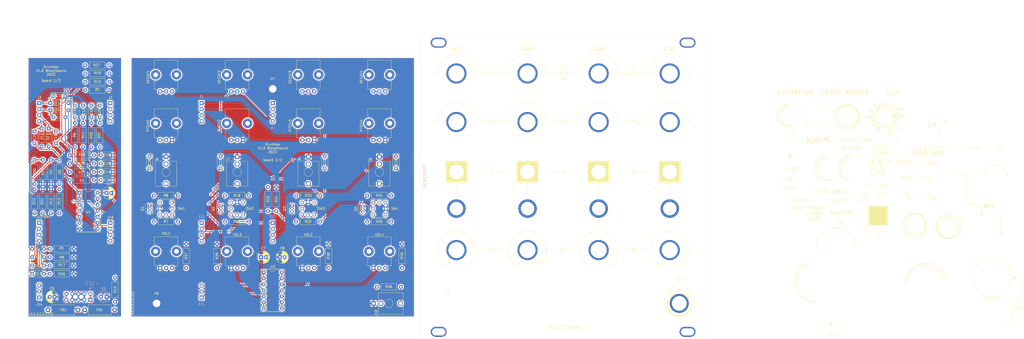
<source format=kicad_pcb>
(kicad_pcb (version 20211014) (generator pcbnew)
  (layers (0 "F.Cu" signal) (31 "B.Cu" signal) (34 "B.Paste" user) (35 "F.Paste" user) (36 "B.SilkS" user "B.Silkscreen") (37 "F.SilkS" user "F.Silkscreen") (38 "B.Mask" user) (39 "F.Mask" user) (44 "Edge.Cuts" user))
  (net 0 "")
  (net 1 "GND")
  (net 2 "Net-(C2-Pad1)")
  (net 3 "Net-(C3-Pad1)")
  (net 4 "O1")
  (net 5 "PIOut2")
  (net 6 "O2")
  (net 7 "PIOut3")
  (net 8 "O3")
  (net 9 "Net-(C11-Pad1)")
  (net 10 "PIOut4")
  (net 11 "O4")
  (net 12 "In1")
  (net 13 "Net-(C13-Pad2)")
  (net 14 "In2")
  (net 15 "In3")
  (net 16 "In4")
  (net 17 "+12V")
  (net 18 "-12V")
  (net 19 "Net-(C23-Pad2)")
  (net 20 "Net-(C24-Pad2)")
  (net 21 "Net-(D1-Pad2)")
  (net 22 "Net-(D2-Pad2)")
  (net 23 "Net-(D3-Pad2)")
  (net 24 "Net-(D4-Pad2)")
  (net 25 "Net-(D5-Pad2)")
  (net 26 "DEIn1")
  (net 27 "DEIn2")
  (net 28 "DEIn3")
  (net 29 "DEIn4")
  (net 30 "Net-(FB1-Pad2)")
  (net 31 "Net-(FB2-Pad2)")
  (net 32 "PIOut1")
  (net 38 "Out1")
  (net 39 "Net-(Q1-Pad2)")
  (net 40 "Net-(Q1-Pad3)")
  (net 41 "Net-(Q2-Pad2)")
  (net 42 "Net-(Q2-Pad3)")
  (net 43 "Net-(Q3-Pad2)")
  (net 44 "Net-(Q3-Pad3)")
  (net 45 "Net-(Q4-Pad2)")
  (net 46 "Net-(Q4-Pad3)")
  (net 47 "Net-(U2-Pad3)")
  (net 48 "Net-(U2-Pad10)")
  (net 49 "Net-(U2-Pad5)")
  (net 50 "Net-(U2-Pad12)")
  (net 51 "Net-(Q1-Pad1)")
  (net 52 "Net-(Q2-Pad1)")
  (net 53 "Net-(Q3-Pad1)")
  (net 54 "Net-(Q4-Pad1)")
  (net 55 "+5V")
  (net 64 "Net-(C1-Pad2)")
  (net 65 "Net-(C9-Pad2)")
  (net 66 "Net-(C10-Pad1)")
  (net 67 "Net-(C14-Pad1)")
  (net 68 "Net-(C15-Pad1)")
  (net 69 "Net-(C17-Pad2)")
  (net 70 "Net-(C18-Pad1)")
  (net 71 "Net-(C19-Pad1)")
  (net 72 "Net-(C21-Pad2)")
  (net 73 "Net-(C22-Pad2)")
  (net 74 "Net-(J10-PadT)")
  (footprint "Potentiometer_THT:Potentiometer_Bourns_PTV09A-1_Single_Vertical" (layer "F.Cu") (at 91 45.55 90)
    (fp_text reference "DECAY1")
    (fp_text value "470k")
  )
  (footprint "Capacitor_THT:C_Disc_D7.0mm_W2.5mm_P5.00mm" (layer "F.Cu") (at 46 56.5 180)
    (fp_text reference "C14")
    (fp_text value "12nF")
  )
  (footprint "Synth:PB01-109TL" (layer "F.Cu") (at 148.5 95)
    (fp_text reference "SW3")
    (fp_text value "SW_MEC_LOW_PROF_LED")
  )
  (footprint "Connector_PinHeader_2.54mm:PinHeader_1x04_P2.54mm_Vertical" (layer "F.Cu") (at 65 50.5)
    (fp_text reference "J2")
    (fp_text value "Conn_01x04_Male")
  )
  (footprint "Resistor_THT:R_Axial_DIN0207_L6.3mm_D2.5mm_P10.16mm_Horizontal" (layer "F.Cu") (at 64.58 41.5 180)
    (fp_text reference "R10")
    (fp_text value "150k")
  )
  (footprint "Resistor_THT:R_Axial_DIN0207_L6.3mm_D2.5mm_P10.16mm_Horizontal" (layer "F.Cu") (at 110 120.08 90)
    (fp_text reference "R39")
    (fp_text value "1M")
  )
  (footprint "Resistor_THT:R_Axial_DIN0207_L6.3mm_D2.5mm_P10.16mm_Horizontal" (layer "F.Cu") (at 187.58 128 180)
    (fp_text reference "R36")
    (fp_text value "1k")
  )
  (footprint "Potentiometer_THT:Potentiometer_Bourns_PTV09A-1_Single_Vertical" (layer "F.Cu") (at 91 66.05 90)
    (fp_text reference "PITCH1")
    (fp_text value "10k")
  )
  (footprint "MountingHole:MountingHole_3.2mm_M3" (layer "F.Cu") (at 84.5 135)
    (fp_text reference "H6")
    (fp_text value "SpacerHoles")
  )
  (footprint "Resistor_THT:R_Axial_DIN0207_L6.3mm_D2.5mm_P10.16mm_Horizontal" (layer "F.Cu") (at 40 86.84 -90)
    (fp_text reference "R12")
    (fp_text value "47k")
  )
  (footprint "Capacitor_THT:CP_Radial_D5.0mm_P2.00mm" (layer "F.Cu") (at 41.455113 132.225 180)
    (fp_text reference "C5")
    (fp_text value "10µ")
  )
  (footprint "Resistor_THT:R_Axial_DIN0207_L6.3mm_D2.5mm_P10.16mm_Horizontal" (layer "F.Cu") (at 93.5 89.5 180)
    (fp_text reference "R8")
    (fp_text value "100k")
  )
  (footprint "Resistor_THT:R_Axial_DIN0207_L6.3mm_D2.5mm_P10.16mm_Horizontal" (layer "F.Cu") (at 36.5 84.58 90)
    (fp_text reference "R29")
    (fp_text value "47k")
  )
  (footprint "Resistor_THT:R_Axial_DIN0207_L6.3mm_D2.5mm_P10.16mm_Horizontal" (layer "F.Cu") (at 67 134.305 90)
    (fp_text reference "R15")
    (fp_text value "2.2k")
  )
  (footprint "Resistor_THT:R_Axial_DIN0207_L6.3mm_D2.5mm_P10.16mm_Horizontal" (layer "F.Cu") (at 123.5 100.5 180)
    (fp_text reference "R16")
    (fp_text value "1k")
  )
  (footprint "Capacitor_THT:CP_Radial_D5.0mm_P2.00mm" (layer "F.Cu") (at 63.344888 88.425)
    (fp_text reference "C4")
    (fp_text value "10µ")
  )
  (footprint "Resistor_THT:R_Axial_DIN0207_L6.3mm_D2.5mm_P10.16mm_Horizontal" (layer "F.Cu") (at 58 83 180)
    (fp_text reference "R3")
    (fp_text value "68k")
  )
  (footprint "Inductor_THT:L_Axial_L9.5mm_D4.0mm_P12.70mm_Horizontal_Fastron_SMCC" (layer "F.Cu") (at 54.15 137.725)
    (fp_text reference "FB1")
    (fp_text value "10R")
  )
  (footprint "Capacitor_THT:C_Disc_D7.0mm_W2.5mm_P5.00mm" (layer "F.Cu") (at 61 72.5)
    (fp_text reference "C19")
    (fp_text value "56nF")
  )
  (footprint "Resistor_THT:R_Axial_DIN0207_L6.3mm_D2.5mm_P10.16mm_Horizontal" (layer "F.Cu") (at 53.5 58.92 -90)
    (fp_text reference "R14")
    (fp_text value "68k")
  )
  (footprint "Connector_PinHeader_2.54mm:PinHeader_1x03_P2.54mm_Vertical" (layer "F.Cu") (at 35 132.5 180)
    (fp_text reference "J14")
    (fp_text value "Conn_01x03_Male")
  )
  (footprint "Synth:Doepfer Mounting hole" (layer "F.Cu") (at 203.5 25)
    (fp_text reference "H1" hide)
    (fp_text value "MountingHole")
  )
  (footprint "Diode_THT:D_DO-35_SOD27_P7.62mm_Horizontal" (layer "F.Cu") (at 39.69 50.5)
    (fp_text reference "D5")
    (fp_text value "1N4148")
  )
  (footprint "Resistor_THT:R_Axial_DIN0207_L6.3mm_D2.5mm_P10.16mm_Horizontal" (layer "F.Cu") (at 153.5 100.5 180)
    (fp_text reference "R32")
    (fp_text value "1k")
  )
  (footprint "Synth:Doepfer Mounting hole" (layer "F.Cu") (at 308.5 25)
    (fp_text reference "H2" hide)
    (fp_text value "MountingHole")
  )
  (footprint "Resistor_THT:R_Axial_DIN0207_L6.3mm_D2.5mm_P10.16mm_Horizontal" (layer "F.Cu") (at 58.08 79.5 180)
    (fp_text reference "R11")
    (fp_text value "68k")
  )
  (footprint "Capacitor_THT:C_Disc_D7.0mm_W2.5mm_P5.00mm" (layer "F.Cu") (at 50 51.5 -90)
    (fp_text reference "C6")
    (fp_text value "47nF")
  )
  (footprint "Capacitor_THT:C_Disc_D7.0mm_W2.5mm_P5.00mm" (layer "F.Cu") (at 37 112 180)
    (fp_text reference "C1")
    (fp_text value "150nF")
  )
  (footprint "Resistor_THT:R_Axial_DIN0207_L6.3mm_D2.5mm_P10.16mm_Horizontal" (layer "F.Cu") (at 64.58 38 180)
    (fp_text reference "R19")
    (fp_text value "150k")
  )
  (footprint "Capacitor_THT:CP_Radial_D5.0mm_P2.00mm" (layer "F.Cu") (at 136.5 115.5)
    (fp_text reference "C8")
    (fp_text value "100n")
  )
  (footprint "Connector_Audio:Jack_3.5mm_QingPu_WQP-PJ398SM_Vertical_CircularHoles" (layer "F.Cu") (at 176.02 135 90)
    (fp_text reference "J10")
    (fp_text value "Main OUT")
  )
  (footprint "Resistor_THT:R_Axial_DIN0207_L6.3mm_D2.5mm_P10.16mm_Horizontal" (layer "F.Cu") (at 50 58.92 -90)
    (fp_text reference "R6")
    (fp_text value "68k")
  )
  (footprint "Resistor_THT:R_Axial_DIN0207_L6.3mm_D2.5mm_P10.16mm_Horizontal" (layer "F.Cu") (at 43.5 74.42 -90)
    (fp_text reference "R5")
    (fp_text value "27k")
  )
  (footprint "Potentiometer_THT:Potentiometer_Bourns_PTV09A-1_Single_Vertical" (layer "F.Cu") (at 151 120.05 90)
    (fp_text reference "VOL2")
    (fp_text value "10k")
  )
  (footprint "Inductor_THT:L_Axial_L9.5mm_D4.0mm_P12.70mm_Horizontal_Fastron_SMCC" (layer "F.Cu") (at 38.65 137.725)
    (fp_text reference "FB2")
    (fp_text value "10R")
  )
  (footprint "Package_TO_SOT_THT:TO-92_Inline" (layer "F.Cu") (at 141.64 93.73 -90)
    (fp_text reference "Q3")
    (fp_text value "2N3904")
  )
  (footprint "Potentiometer_THT:Potentiometer_Bourns_PTV09A-1_Single_Vertical" (layer "F.Cu") (at 151 45.55 90)
    (fp_text reference "DECAY3")
    (fp_text value "470k")
  )
  (footprint "Package_TO_SOT_THT:TO-92_Inline" (layer "F.Cu") (at 81.64 93.73 -90)
    (fp_text reference "Q1")
    (fp_text value "2N3904")
  )
  (footprint "Synth:Doepfer Mounting hole" (layer "F.Cu") (at 203.5 147)
    (fp_text reference "H3" hide)
    (fp_text value "MountingHole")
  )
  (footprint "Potentiometer_THT:Potentiometer_Bourns_PTV09A-1_Single_Vertical" (layer "F.Cu") (at 151 66.05 90)
    (fp_text reference "PITCH3")
    (fp_text value "10k")
  )
  (footprint "Potentiometer_THT:Potentiometer_Bourns_PTV09A-1_Single_Vertical" (layer "F.Cu") (at 121 45.55 90)
    (fp_text reference "DECAY2")
    (fp_text value "470k")
  )
  (footprint "Connector_Audio:Jack_3.5mm_QingPu_WQP-PJ398SM_Vertical_CircularHoles" (layer "F.Cu") (at 118.5 73.1)
    (fp_text reference "J7")
    (fp_text value "HBonga IN")
  )
  (footprint "MountingHole:MountingHole_3.2mm_M3" (layer "F.Cu") (at 207 135)
    (fp_text reference "H5")
    (fp_text value "SpacerHoles")
  )
  (footprint "Capacitor_THT:C_Disc_D7.0mm_W2.5mm_P5.00mm" (layer "F.Cu") (at 60.5 51.5 -90)
    (fp_text reference "C20")
    (fp_text value "1.5nF")
  )
  (footprint "Diode_THT:D_DO-35_SOD27_P7.62mm_Horizontal" (layer "F.Cu") (at 39 61.19 -90)
    (fp_text reference "D2")
    (fp_text value "1N4148")
  )
  (footprint "Capacitor_THT:C_Disc_D7.0mm_W2.5mm_P5.00mm" (layer "F.Cu") (at 61 76)
    (fp_text reference "C15")
    (fp_text value "39nF")
  )
  (footprint "Resistor_THT:R_Axial_DIN0207_L6.3mm_D2.5mm_P10.16mm_Horizontal" (layer "F.Cu") (at 60.5 58.92 -90)
    (fp_text reference "R31")
    (fp_text value "68k")
  )
  (footprint "Resistor_THT:R_Axial_DIN0207_L6.3mm_D2.5mm_P10.16mm_Horizontal" (layer "F.Cu") (at 58.08 72.5 180)
    (fp_text reference "R28")
    (fp_text value "68k")
  )
  (footprint "Connector_PinHeader_2.54mm:PinHeader_1x04_P2.54mm_Vertical" (layer "F.Cu") (at 35 101)
    (fp_text reference "J12")
    (fp_text value "Conn_01x04_Male")
  )
  (footprint "Capacitor_THT:C_Disc_D7.0mm_W2.5mm_P5.00mm" (layer "F.Cu") (at 53.5 51.5 -90)
    (fp_text reference "C12")
    (fp_text value "10nF")
  )
  (footprint "Package_DIP:DIP-14_W7.62mm_Socket" (layer "F.Cu") (at 129.7 121.875)
    (fp_text reference "U2")
    (fp_text value "TL074")
  )
  (footprint "Resistor_THT:R_Axial_DIN0207_L6.3mm_D2.5mm_P10.16mm_Horizontal" (layer "F.Cu") (at 123.5 89.5 180)
    (fp_text reference "R18")
    (fp_text value "100k")
  )
  (footprint "Capacitor_THT:CP_Radial_D5.0mm_P2.00mm" (layer "F.Cu") (at 128.544887 115.5)
    (fp_text reference "C7")
    (fp_text value "100n")
  )
  (footprint "Capacitor_THT:C_Disc_D7.0mm_W2.5mm_P5.00mm" (layer "F.Cu") (at 60.92 83)
    (fp_text reference "C3")
    (fp_text value "150nF")
  )
  (footprint "Connector_PinHeader_2.54mm:PinHeader_1x04_P2.54mm_Vertical" (layer "F.Cu") (at 65 101)
    (fp_text reference "J16")
    (fp_text value "Conn_01x04_Male")
  )
  (footprint "Capacitor_THT:C_Disc_D7.0mm_W2.5mm_P5.00mm" (layer "F.Cu") (at 81.5 73 -90)
    (fp_text reference "C21")
    (fp_text value ".1µF")
  )
  (footprint "Synth:PB01-109TL" (layer "F.Cu") (at 178.5 95 -90)
    (fp_text reference "SW4")
    (fp_text value "SW_MEC_LOW_PROF_LED")
  )
  (footprint "Resistor_THT:R_Axial_DIN0207_L6.3mm_D2.5mm_P10.16mm_Horizontal" (layer "F.Cu") (at 39.42 119)
    (fp_text reference "R17")
    (fp_text value "12k")
  )
  (footprint "Capacitor_THT:C_Disc_D7.0mm_W2.5mm_P5.00mm" (layer "F.Cu") (at 185.5 73 -90)
    (fp_text reference "C24")
    (fp_text value ".1µF")
  )
  (footprint "Capacitor_THT:C_Disc_D7.0mm_W2.5mm_P5.00mm" (layer "F.Cu") (at 111.5 73 -90)
    (fp_text reference "C23")
    (fp_text value ".1µF")
  )
  (footprint "Resistor_THT:R_Axial_DIN0207_L6.3mm_D2.5mm_P10.16mm_Horizontal" (layer "F.Cu") (at 43.5 97 90)
    (fp_text reference "R13")
    (fp_text value "27k")
  )
  (footprint "Capacitor_THT:C_Disc_D7.0mm_W2.5mm_P5.00mm" (layer "F.Cu") (at 57 51.5 -90)
    (fp_text reference "C16")
    (fp_text value "12nF")
  )
  (footprint "Connector_PinHeader_2.54mm:PinHeader_1x04_P2.54mm_Vertical" (layer "F.Cu") (at 35 50.5)
    (fp_text reference "J3")
    (fp_text value "Conn_01x04_Male")
  )
  (footprint "Synth:PB01-109TL" (layer "F.Cu") (at 118.5 95)
    (fp_text reference "SW2")
    (fp_text value "SW_MEC_LOW_PROF_LED")
  )
  (footprint "Resistor_THT:R_Axial_DIN0207_L6.3mm_D2.5mm_P10.16mm_Horizontal" (layer "F.Cu") (at 39.42 115.5)
    (fp_text reference "R9")
    (fp_text value "12k")
  )
  (footprint "Capacitor_THT:C_Disc_D7.0mm_W2.5mm_P5.00mm" (layer "F.Cu") (at 37 119 180)
    (fp_text reference "C13")
    (fp_text value "39nF")
  )
  (footprint "Potentiometer_THT:Potentiometer_Bourns_PTV09A-1_Single_Vertical" (layer "F.Cu") (at 181 66.05 90)
    (fp_text reference "PITCH4")
    (fp_text value "10k")
  )
  (footprint "Resistor_THT:R_Axial_DIN0207_L6.3mm_D2.5mm_P10.16mm_Horizontal" (layer "F.Cu") (at 93.5 100.5 180)
    (fp_text reference "R7")
    (fp_text value "1k")
  )
  (footprint "Resistor_THT:R_Axial_DIN0207_L6.3mm_D2.5mm_P10.16mm_Horizontal" (layer "F.Cu") (at 188 120 90)
    (fp_text reference "R40")
    (fp_text value "1M")
  )
  (footprint "Connector_Audio:Jack_3.5mm_QingPu_WQP-PJ398SM_Vertical_CircularHoles" (layer "F.Cu") (at 148.5 73.1)
    (fp_text reference "J8")
    (fp_text value "LBonga IN")
  )
  (footprint "Potentiometer_THT:Potentiometer_Bourns_PTV09A-1_Single_Vertical" (layer "F.Cu") (at 121 120.05 90)
    (fp_text reference "VOL3")
    (fp_text value "10k")
  )
  (footprint "Resistor_THT:R_Axial_DIN0207_L6.3mm_D2.5mm_P10.16mm_Horizontal" (layer "F.Cu") (at 58.08 76 180)
    (fp_text reference "R20")
    (fp_text value "68k")
  )
  (footprint "Connector_Audio:Jack_3.5mm_QingPu_WQP-PJ398SM_Vertical_CircularHoles" (layer "F.Cu") (at 178.5 73.1)
    (fp_text reference "J9")
    (fp_text value "Clave IN")
  )
  (footprint "Resistor_THT:R_Axial_DIN0207_L6.3mm_D2.5mm_P10.16mm_Horizontal" (layer "F.Cu") (at 57 59 -90)
    (fp_text reference "R25")
    (fp_text value "68k")
  )
  (footprint "Resistor_THT:R_Axial_DIN0207_L6.3mm_D2.5mm_P10.16mm_Horizontal" (layer "F.Cu") (at 135 96.08 90)
    (fp_text reference "R24")
    (fp_text value "33k")
  )
  (footprint "Synth:PB01-109TL" (layer "F.Cu") (at 88.5 95 90)
    (fp_text reference "SW1")
    (fp_text value "SW_MEC_LOW_PROF_LED")
  )
  (footprint "Synth:Doepfer Mounting hole" (layer "F.Cu") (at 308.5 147)
    (fp_text reference "H4" hide)
    (fp_text value "MountingHole")
  )
  (footprint "Diode_THT:D_DO-35_SOD27_P7.62mm_Horizontal" (layer "F.Cu") (at 36 61.19 -90)
    (fp_text reference "D1")
    (fp_text value "1N4148")
  )
  (footprint "Capacitor_THT:C_Disc_D7.0mm_W2.5mm_P5.00mm" (layer "F.Cu") (at 33 67.5 90)
    (fp_text reference "C2")
    (fp_text value "47nF")
  )
  (footprint "MountingHole:MountingHole_3.2mm_M3" (layer "F.Cu") (at 256 44.5)
    (fp_text reference "H8")
    (fp_text value "SpacerHoles")
  )
  (footprint "Capacitor_THT:C_Disc_D7.0mm_W2.5mm_P5.00mm" (layer "F.Cu") (at 46 47.5 180)
    (fp_text reference "C18")
    (fp_text value "1.5nF")
  )
  (footprint "Package_TO_SOT_THT:TO-92_Inline" (layer "F.Cu") (at 111.64 93.73 -90)
    (fp_text reference "Q2")
    (fp_text value "2N3904")
  )
  (footprint "Resistor_THT:R_Axial_DIN0207_L6.3mm_D2.5mm_P10.16mm_Horizontal" (layer "F.Cu") (at 131.5 85.92 -90)
    (fp_text reference "R23")
    (fp_text value "47k")
  )
  (footprint "Resistor_THT:R_Axial_DIN0207_L6.3mm_D2.5mm_P10.16mm_Horizontal" (layer "F.Cu") (at 40 84.58 90)
    (fp_text reference "R4")
    (fp_text value "47k")
  )
  (footprint "Potentiometer_THT:Potentiometer_Bourns_PTV09A-1_Single_Vertical" (layer "F.Cu") (at 121 66.05 90)
    (fp_text reference "PITCH2")
    (fp_text value "10k")
  )
  (footprint "Resistor_THT:R_Axial_DIN0207_L6.3mm_D2.5mm_P10.16mm_Horizontal" (layer "F.Cu") (at 36.5 86.84 -90)
    (fp_text reference "R21")
    (fp_text value "47k")
  )
  (footprint "Resistor_THT:R_Axial_DIN0207_L6.3mm_D2.5mm_P10.16mm_Horizontal" (layer "F.Cu") (at 183.5 100.5 180)
    (fp_text reference "R35")
    (fp_text value "100k")
  )
  (footprint "Package_DIP:DIP-14_W7.62mm_Socket" (layer "F.Cu") (at 52 88.3)
    (fp_text reference "U1")
    (fp_text value "4011")
  )
  (footprint "Capacitor_THT:C_Disc_D7.0mm_W2.5mm_P5.00mm" (layer "F.Cu") (at 42 67.5 90)
    (fp_text reference "C10")
    (fp_text value "10nF")
  )
  (footprint "Resistor_THT:R_Axial_DIN0207_L6.3mm_D2.5mm_P10.16mm_Horizontal" (layer "F.Cu") (at 64.58 45 180)
    (fp_text reference "R2")
    (fp_text value "150k")
  )
  (footprint "Resistor_THT:R_Axial_DIN0207_L6.3mm_D2.5mm_P10.16mm_Horizontal" (layer "F.Cu") (at 33 97 90)
    (fp_text reference "R22")
    (fp_text value "27k")
  )
  (footprint "Capacitor_THT:C_Disc_D7.0mm_W2.5mm_P5.00mm" (layer "F.Cu") (at 155.42 73 -90)
    (fp_text reference "C22")
    (fp_text value ".1µF")
  )
  (footprint "Capacitor_THT:C_Disc_D7.0mm_W2.5mm_P5.00mm" (layer "F.Cu") (at 37 115.5 180)
    (fp_text reference "C9")
    (fp_text value "33nF")
  )
  (footprint "Capacitor_THT:C_Disc_D7.0mm_W2.5mm_P5.00mm" (layer "F.Cu") (at 61 79.5)
    (fp_text reference "C11")
    (fp_text value "33nF")
  )
  (footprint "Resistor_THT:R_Axial_DIN0207_L6.3mm_D2.5mm_P10.16mm_Horizontal" (layer "F.Cu") (at 183.5 89.5 180)
    (fp_text reference "R34")
    (fp_text value "1k")
  )
  (footprint "Resistor_THT:R_Axial_DIN0207_L6.3mm_D2.5mm_P10.16mm_Horizontal" (layer "F.Cu") (at 39.42 122.5)
    (fp_text reference "R26")
    (fp_text value "12k")
  )
  (footprint "Resistor_THT:R_Axial_DIN0207_L6.3mm_D2.5mm_P10.16mm_Horizontal" (layer "F.Cu") (at 157 120.08 90)
    (fp_text reference "R38")
    (fp_text value "1M")
  )
  (footprint "Resistor_THT:R_Axial_DIN0207_L6.3mm_D2.5mm_P10.16mm_Horizontal" (layer "F.Cu") (at 39.42 112)
    (fp_text reference "R1")
    (fp_text value "12k")
  )
  (footprint "Package_TO_SOT_THT:TO-92_Inline" (layer "F.Cu") (at 171.5 94 -90)
    (fp_text reference "Q4")
    (fp_text value "2N3904")
  )
  (footprint "Capacitor_THT:C_Disc_D7.0mm_W2.5mm_P5.00mm" (layer "F.Cu") (at 37 122.5 180)
    (fp_text reference "C17")
    (fp_text value "4.7nF")
  )
  (footprint "Resistor_THT:R_Axial_DIN0207_L6.3mm_D2.5mm_P10.16mm_Horizontal" (layer "F.Cu") (at 64.58 34.5 180)
    (fp_text reference "R27")
    (fp_text value "150k")
  )
  (footprint "Potentiometer_THT:Potentiometer_Bourns_PTV09A-1_Single_Vertical" (layer "F.Cu") (at 181 45.55 90)
    (fp_text reference "DECAY4")
    (fp_text value "470k")
  )
  (footprint "Diode_THT:D_DO-35_SOD27_P7.62mm_Horizontal" (layer "F.Cu") (at 39.69 53.5)
    (fp_text reference "D4")
    (fp_text value "1N4148")
  )
  (footprint "Potentiometer_THT:Potentiometer_Bourns_PTV09A-1_Single_Vertical" (layer "F.Cu") (at 91 120.05 90)
    (fp_text reference "VOL1")
    (fp_text value "10k")
  )
  (footprint "Potentiometer_THT:Potentiometer_Bourns_PTV09A-1_Single_Vertical" (layer "F.Cu") (at 181 120.05 90)
    (fp_text reference "VOL4")
    (fp_text value "10k")
  )
  (footprint "MountingHole:MountingHole_3.2mm_M3" (layer "F.Cu") (at 133.5 44.5)
    (fp_text reference "H7")
    (fp_text value "SpacerHoles")
  )
  (footprint "Resistor_THT:R_Axial_DIN0207_L6.3mm_D2.5mm_P10.16mm_Horizontal" (layer "F.Cu") (at 153.58 89.5 180)
    (fp_text reference "R33")
    (fp_text value "100k")
  )
  (footprint "Resistor_THT:R_Axial_DIN0207_L6.3mm_D2.5mm_P10.16mm_Horizontal" (layer "F.Cu") (at 33 74.42 -90)
    (fp_text reference "R30")
    (fp_text value "27k")
  )
  (footprint "Connector_Audio:Jack_3.5mm_QingPu_WQP-PJ398SM_Vertical_CircularHoles" (layer "F.Cu") (at 88.5 73.1)
    (fp_text reference "J6")
    (fp_text value "Bass IN")
  )
  (footprint "Resistor_THT:R_Axial_DIN0207_L6.3mm_D2.5mm_P10.16mm_Horizontal" (layer "F.Cu") (at 97 120.08 90)
    (fp_text reference "R37")
    (fp_text value "1M")
  )
  (footprint "Connector_PinSocket_2.54mm:PinSocket_1x04_P2.54mm_Vertical" (layer "B.Cu") (at 133.5 101 180)
    (fp_text reference "J15")
    (fp_text value "Conn_01x04_Female")
  )
  (footprint "LED_THT:LED_D4.0mm" (layer "B.Cu") (at 63.5 132.225 180)
    (fp_text reference "D3")
    (fp_text value "LED-12V")
  )
  (footprint "Connector_PinSocket_2.54mm:PinSocket_1x04_P2.54mm_Vertical" (layer "B.Cu") (at 103.5 101 180)
    (fp_text reference "J11")
    (fp_text value "Conn_01x04_Female")
  )
  (footprint "Connector_PinSocket_2.54mm:PinSocket_1x04_P2.54mm_Vertical" (layer "B.Cu") (at 133.5 50.5 180)
    (fp_text reference "J4")
    (fp_text value "Conn_01x04_Female")
  )
  (footprint "Connector_PinSocket_2.54mm:PinSocket_1x04_P2.54mm_Vertical" (layer "B.Cu") (at 103.5 50.5 180)
    (fp_text reference "J5")
    (fp_text value "Conn_01x04_Female")
  )
  (footprint "Connector_PinSocket_2.54mm:PinSocket_1x03_P2.54mm_Vertical" (layer "B.Cu") (at 103.5 132.58)
    (fp_text reference "J13")
    (fp_text value "Conn_01x03_Female")
  )
  (footprint "Connector_PinHeader_2.54mm:PinHeader_2x05_P2.54mm_Vertical" (layer "B.Cu") (at 56.575 133.5 90)
    (fp_text reference "J1")
    (fp_text value "Power Input")
  )
  (gr_line (start 56.4 127.4) (end 57.2 127.4) (layer "B.SilkS") (width 0.12))
  (gr_line (start 59 126.7) (end 59.6 126.7) (layer "B.SilkS") (width 0.12))
  (gr_line (start 55.7 125.7) (end 55.6 125.7) (layer "B.SilkS") (width 0.12))
  (gr_line (start 57.6 127.4) (end 57.8 127.4) (layer "B.SilkS") (width 0.12))
  (gr_line (start 56.4 125.8) (end 57.2 125.8) (layer "B.SilkS") (width 0.12))
  (gr_line (start 59.3 127) (end 59.3 126.4) (layer "B.SilkS") (width 0.12))
  (gr_line (start 56.4 126.6) (end 56.4 125.8) (layer "B.SilkS") (width 0.12))
  (gr_line (start 57.8 125.8) (end 58.1 126.1) (layer "B.SilkS") (width 0.12))
  (gr_line (start 54.8 127.4) (end 55.6 125.7) (layer "B.SilkS") (width 0.12))
  (gr_line (start 57.8 127.4) (end 58 127.4) (layer "B.SilkS") (width 0.12))
  (gr_line (start 54.8 125.7) (end 54.8 127.4) (layer "B.SilkS") (width 0.12))
  (gr_line (start 54.9 125.7) (end 54.8 125.7) (layer "B.SilkS") (width 0.12))
  (gr_line (start 57.2 127.4) (end 57.2 126.6) (layer "B.SilkS") (width 0.12))
  (gr_line (start 57.8 127.4) (end 57.8 125.8) (layer "B.SilkS") (width 0.12))
  (gr_line (start 56.6 127.8) (end 56.6 128.8) (layer "B.SilkS") (width 0.12))
  (gr_poly (pts (xy 56.6 128.8) (xy 57 128.6) (xy 56.2 128.6)) (layer "B.SilkS") (width 0.12) (fill solid))
  (gr_line (start 57.2 126.6) (end 56.4 126.6) (layer "B.SilkS") (width 0.12))
  (gr_line (start 351.45 83.5) (end 350.95 81.8) (layer "F.SilkS") (width 0.12))
  (gr_line (start 241 82.75) (end 241 91.5) (layer "F.SilkS") (width 0.12))
  (gr_line (start 211 82.75) (end 211 91.5) (layer "F.SilkS") (width 0.12))
  (gr_line (start 370.05 142.65) (end 370.75 142.65) (layer "F.SilkS") (width 0.12))
  (gr_line (start 368.45 144.35) (end 367.95 142.65) (layer "F.SilkS") (width 0.12))
  (gr_line (start 367.95 142.65) (end 368.85 142.65) (layer "F.SilkS") (width 0.12))
  (gr_line (start 369.15 142.65) (end 368.85 144.35) (layer "F.SilkS") (width 0.12))
  (gr_line (start 368.85 144.35) (end 369.85 142.65) (layer "F.SilkS") (width 0.12))
  (gr_line (start 368.85 142.65) (end 368.45 144.35) (layer "F.SilkS") (width 0.12))
  (gr_line (start 370.45 142.65) (end 369.45 144.35) (layer "F.SilkS") (width 0.12))
  (gr_circle (center 234.75 86.25) (end 234.75 86) (layer "F.SilkS") (width 0.12) (fill none))
  (gr_line (start 234.75 86.25) (end 236.25 84.35) (layer "F.SilkS") (width 0.12))
  (gr_line (start 236.25 84.35) (end 235.95 84.35) (layer "F.SilkS") (width 0.12))
  (gr_line (start 236.25 84.35) (end 236.25 84.65) (layer "F.SilkS") (width 0.12))
  (gr_line (start 368.7 146.65) (end 368.5 146.75) (layer "F.SilkS") (width 0.12))
  (gr_line (start 368.6 148.35) (end 369.4 146.65) (layer "F.SilkS") (width 0.12))
  (gr_line (start 368.6 148.35) (end 368.5 148.35) (layer "F.SilkS") (width 0.12))
  (gr_line (start 369.4 146.65) (end 369.4 148.35) (layer "F.SilkS") (width 0.12))
  (gr_line (start 368.7 146.65) (end 368.8 146.85) (layer "F.SilkS") (width 0.12))
  (gr_line (start 369.4 148.35) (end 370.2 146.65) (layer "F.SilkS") (width 0.12))
  (gr_line (start 367.9 148.35) (end 368.7 146.65) (layer "F.SilkS") (width 0.12))
  (gr_line (start 370.2 146.65) (end 370.1 146.65) (layer "F.SilkS") (width 0.12))
  (gr_line (start 408.7 75.1) (end 408.7 75.3) (layer "F.SilkS") (width 0.12))
  (gr_line (start 408.7 76.1) (end 407.7 76.8) (layer "F.SilkS") (width 0.12))
  (gr_line (start 408.7 75.1) (end 407.7 75.7) (layer "F.SilkS") (width 0.12))
  (gr_line (start 407.7 76.8) (end 407.7 76.6) (layer "F.SilkS") (width 0.12))
  (gr_line (start 407.7 76.8) (end 407.9 76.8) (layer "F.SilkS") (width 0.12))
  (gr_line (start 409.8 75.1) (end 408.8 76.8) (layer "F.SilkS") (width 0.12))
  (gr_line (start 407.7 75.7) (end 408.7 76.1) (layer "F.SilkS") (width 0.12))
  (gr_line (start 410.9 75.7) (end 410.2 75.8) (layer "F.SilkS") (width 0.12))
  (gr_line (start 410.8 76.3) (end 410.6 76.8) (layer "F.SilkS") (width 0.12))
  (gr_line (start 410.5 75.1) (end 410.9 75.7) (layer "F.SilkS") (width 0.12))
  (gr_line (start 409.4 75.1) (end 410.1 75.1) (layer "F.SilkS") (width 0.12))
  (gr_line (start 410.5 75.1) (end 409.7 76.8) (layer "F.SilkS") (width 0.12))
  (gr_line (start 408.7 75.1) (end 408.5 75.1) (layer "F.SilkS") (width 0.12))
  (gr_line (start 410.2 75.8) (end 410.8 76.3) (layer "F.SilkS") (width 0.12))
  (gr_line (start 411.1 76.8) (end 411.9 75.1) (layer "F.SilkS") (width 0.12))
  (gr_arc (start 413.6 75.6) (mid 413.717157 75.317157) (end 414 75.2) (layer "F.SilkS") (width 0.12))
  (gr_line (start 414.2 76.8) (end 414 77) (layer "F.SilkS") (width 0.12))
  (gr_line (start 413.6 76) (end 413.9 76) (layer "F.SilkS") (width 0.12))
  (gr_line (start 413.4 76.8) (end 414.1 76.8) (layer "F.SilkS") (width 0.12))
  (gr_line (start 414 75.2) (end 414.4 75.2) (layer "F.SilkS") (width 0.12))
  (gr_line (start 413.6 75.6) (end 413.4 76.8) (layer "F.SilkS") (width 0.12))
  (gr_line (start 412.2 76.1) (end 413.1 75.2) (layer "F.SilkS") (width 0.12))
  (gr_line (start 411.9 75.1) (end 411.7 75.2) (layer "F.SilkS") (width 0.12))
  (gr_line (start 411.8 76.8) (end 412.6 75.1) (layer "F.SilkS") (width 0.12))
  (gr_line (start 411.9 75.1) (end 412 75.3) (layer "F.SilkS") (width 0.12))
  (gr_line (start 412.2 76.1) (end 412.7 76.4) (layer "F.SilkS") (width 0.12))
  (gr_line (start 412.7 76.4) (end 412.7 76.8) (layer "F.SilkS") (width 0.12))
  (gr_line (start 414.2 76.8) (end 414 76.6) (layer "F.SilkS") (width 0.12))
  (gr_line (start 395.4 47) (end 395.5 46.9) (layer "F.SilkS") (width 0.12))
  (gr_line (start 395.9 45.4) (end 395.1 46.3) (layer "F.SilkS") (width 0.12))
  (gr_line (start 397.7 46.3) (end 397.7 45.4) (layer "F.SilkS") (width 0.12))
  (gr_line (start 392.4 47) (end 393.5 46.5) (layer "F.SilkS") (width 0.12))
  (gr_line (start 395.1 46.3) (end 395.4 47) (layer "F.SilkS") (width 0.12))
  (gr_line (start 392.8 45.4) (end 392.4 47) (layer "F.SilkS") (width 0.12))
  (gr_line (start 393.5 46.5) (end 392.8 45.4) (layer "F.SilkS") (width 0.12))
  (gr_line (start 397.7 46.3) (end 398.2 45.4) (layer "F.SilkS") (width 0.12))
  (gr_line (start 395.9 45.4) (end 396 45.5) (layer "F.SilkS") (width 0.12))
  (gr_line (start 397.3 47) (end 397.3 46.8) (layer "F.SilkS") (width 0.12))
  (gr_line (start 397.3 47) (end 397.5 46.9) (layer "F.SilkS") (width 0.12))
  (gr_arc (start 394.1 45.8) (mid 394.217157 45.517157) (end 394.5 45.4) (layer "F.SilkS") (width 0.12))
  (gr_line (start 393.9 47) (end 394.6 47) (layer "F.SilkS") (width 0.12))
  (gr_line (start 394.7 47) (end 394.5 46.8) (layer "F.SilkS") (width 0.12))
  (gr_line (start 396.7 46.2) (end 396.4 46.2) (layer "F.SilkS") (width 0.12))
  (gr_line (start 394.5 45.4) (end 394.9 45.4) (layer "F.SilkS") (width 0.12))
  (gr_line (start 394.1 45.8) (end 393.9 47) (layer "F.SilkS") (width 0.12))
  (gr_line (start 396.8 45.4) (end 396.7 47) (layer "F.SilkS") (width 0.12))
  (gr_line (start 394.7 47) (end 394.5 47.2) (layer "F.SilkS") (width 0.12))
  (gr_line (start 394.1 46.2) (end 394.4 46.2) (layer "F.SilkS") (width 0.12))
  (gr_line (start 396.8 45.4) (end 396 47) (layer "F.SilkS") (width 0.12))
  (gr_line (start 397.7 46.3) (end 397.3 47) (layer "F.SilkS") (width 0.12))
  (gr_line (start 366.9 147.65) (end 364.2 147.65) (layer "F.SilkS") (width 0.12))
  (gr_line (start 414.7 76) (end 415.8 76) (layer "F.SilkS") (width 0.12))
  (gr_line (start 407.1 76) (end 406 76) (layer "F.SilkS") (width 0.12))
  (gr_line (start 358.8 90.6) (end 357.9 92.2) (layer "F.SilkS") (width 0.12))
  (gr_line (start 359.3 90.6) (end 358.4 92.2) (layer "F.SilkS") (width 0.12))
  (gr_line (start 353 90.6) (end 352.6 92.2) (layer "F.SilkS") (width 0.12))
  (gr_line (start 356.9 92.2) (end 357.1 92.1) (layer "F.SilkS") (width 0.12))
  (gr_line (start 354.1 92.2) (end 354.8 92.2) (layer "F.SilkS") (width 0.12))
  (gr_line (start 354.3 91.4) (end 354.6 91.4) (layer "F.SilkS") (width 0.12))
  (gr_line (start 358.2 91.4) (end 359 91.4) (layer "F.SilkS") (width 0.12))
  (gr_line (start 353.7 91.7) (end 353 90.6) (layer "F.SilkS") (width 0.12))
  (gr_line (start 356.9 90.6) (end 356.6 91.2) (layer "F.SilkS") (width 0.12))
  (gr_line (start 356.9 92.2) (end 356.9 92) (layer "F.SilkS") (width 0.12))
  (gr_line (start 357.8 90.6) (end 356.9 92.2) (layer "F.SilkS") (width 0.12))
  (gr_line (start 356.6 91.2) (end 355.8 91.2) (layer "F.SilkS") (width 0.12))
  (gr_line (start 354.3 91) (end 354.1 92.2) (layer "F.SilkS") (width 0.12))
  (gr_arc (start 354.3 91) (mid 354.417157 90.717157) (end 354.7 90.6) (layer "F.SilkS") (width 0.12))
  (gr_line (start 354.7 90.6) (end 355.1 90.6) (layer "F.SilkS") (width 0.12))
  (gr_line (start 354.9 92.2) (end 354.7 92) (layer "F.SilkS") (width 0.12))
  (gr_line (start 354.9 92.2) (end 354.7 92.4) (layer "F.SilkS") (width 0.12))
  (gr_line (start 357.3 90.6) (end 358.2 90.6) (layer "F.SilkS") (width 0.12))
  (gr_line (start 356.2 90.6) (end 355.5 92.2) (layer "F.SilkS") (width 0.12))
  (gr_line (start 352.6 92.2) (end 353.7 91.7) (layer "F.SilkS") (width 0.12))
  (gr_line (start 356 90.6) (end 356.9 90.6) (layer "F.SilkS") (width 0.12))
  (gr_line (start 352 91.5) (end 351 91.5) (layer "F.SilkS") (width 0.12))
  (gr_line (start 359.8 91.5) (end 360.8 91.5) (layer "F.SilkS") (width 0.12))
  (gr_line (start 355.6 93.9) (end 355.6 94.1) (layer "F.SilkS") (width 0.12))
  (gr_line (start 394.147299 58.388432) (end 394.897299 63.388432) (layer "F.SilkS") (width 0.12))
  (gr_line (start 366.047299 65.138432) (end 366.347299 66.238432) (layer "F.SilkS") (width 0.12))
  (gr_line (start 378.647299 45.338432) (end 378.847299 45.338432) (layer "F.SilkS") (width 0.12))
  (gr_line (start 390.047299 74.338432) (end 389.747299 76.038432) (layer "F.SilkS") (width 0.12))
  (gr_line (start 438.322299 132.888432) (end 438.422299 132.788432) (layer "F.SilkS") (width 0.12))
  (gr_line (start 430.497299 118.488432) (end 430.907299 118.838432) (layer "F.SilkS") (width 0.12))
  (gr_line (start 360.2 96.9) (end 360.4 96.9) (layer "F.SilkS") (width 0.12))
  (gr_line (start 252.6 145.7) (end 253.8 145.7) (layer "F.SilkS") (width 0.12))
  (gr_line (start 358.9 97.7) (end 359.8 97.7) (layer "F.SilkS") (width 0.12))
  (gr_line (start 372.85 101.85) (end 373.85 100.15) (layer "F.SilkS") (width 0.12))
  (gr_line (start 376.047299 69.838432) (end 376.147299 69.738432) (layer "F.SilkS") (width 0.12))
  (gr_line (start 363.6 100) (end 364.3 100) (layer "F.SilkS") (width 0.12))
  (gr_line (start 269.525 28.5) (end 270.325 28) (layer "F.SilkS") (width 0.12))
  (gr_line (start 366.047299 67.238432) (end 366.047299 65.138432) (layer "F.SilkS") (width 0.12))
  (gr_poly (pts (xy 433.247299 80.838432) (xy 434.247299 80.838432) (xy 433.747299 81.338432)) (layer "F.SilkS") (width 0.1) (fill solid))
  (gr_line (start 357.347299 45.938432) (end 357.947299 46.838432) (layer "F.SilkS") (width 0.12))
  (gr_line (start 382.950852 104.441985) (end 384.450852 102.541985) (layer "F.SilkS") (width 0.12))
  (gr_line (start 366.097299 87.488432) (end 366.097299 87.988432) (layer "F.SilkS") (width 0.12))
  (gr_line (start 372.8 100.15) (end 372.1 100.9) (layer "F.SilkS") (width 0.12))
  (gr_line (start 354.9 124.5) (end 353.7 124.4) (layer "F.SilkS") (width 0.12))
  (gr_line (start 349.447299 52.438432) (end 348.447299 51.838432) (layer "F.SilkS") (width 0.12))
  (gr_line (start 438.747299 68.338432) (end 440.747299 68.338432) (layer "F.SilkS") (width 0.12))
  (gr_arc (start 408.247299 81.138432) (mid 410.368619 82.017112) (end 411.247299 84.138432) (layer "F.SilkS") (width 0.12))
  (gr_line (start 360.7 96.1) (end 360.7 97.7) (layer "F.SilkS") (width 0.12))
  (gr_line (start 234.5 117.872083) (end 234.85 117.582083) (layer "F.SilkS") (width 0.12))
  (gr_line (start 353.847299 45.638432) (end 353.847299 46.338432) (layer "F.SilkS") (width 0.12))
  (gr_line (start 366.747299 66.238432) (end 366.847299 65.338432) (layer "F.SilkS") (width 0.12))
  (gr_line (start 449.397299 136.688432) (end 450.297299 137.188432) (layer "F.SilkS") (width 0.12))
  (gr_line (start 353.4 78.2) (end 352.6 78.2) (layer "F.SilkS") (width 0.12))
  (gr_line (start 412.097299 119.888432) (end 412.497299 118.588432) (layer "F.SilkS") (width 0.12))
  (gr_line (start 383.647299 45.038432) (end 383.647299 45.338432) (layer "F.SilkS") (width 0.12))
  (gr_line (start 228.2 38.7) (end 228.4 38.6) (layer "F.SilkS") (width 0.12))
  (gr_line (start 377.547299 46.038432) (end 377.447299 45.838432) (layer "F.SilkS") (width 0.12))
  (gr_line (start 374.8 100.5) (end 374.3 101.85) (layer "F.SilkS") (width 0.12))
  (gr_arc (start 374.8 100.5) (mid 374.997762 100.250375) (end 375.3 100.15) (layer "F.SilkS") (width 0.12))
  (gr_line (start 394.897299 55.638432) (end 399.897299 56.138432) (layer "F.SilkS") (width 0.12))
  (gr_line (start 348.425 87.2) (end 348.225 87.3) (layer "F.SilkS") (width 0.12))
  (gr_line (start 369.147299 46.838432) (end 369.147299 45.138432) (layer "F.SilkS") (width 0.12))
  (gr_poly (pts (xy 232.6 58.1) (xy 233 58.1) (xy 233 58.5)) (layer "F.SilkS") (width 0.12) (fill solid))
  (gr_line (start 256.9 111.8) (end 256.8 111.8) (layer "F.SilkS") (width 0.12))
  (gr_line (start 354.447299 46.838432) (end 353.847299 46.038432) (layer "F.SilkS") (width 0.12))
  (gr_line (start 376.247299 46.838432) (end 375.647299 46.138432) (layer "F.SilkS") (width 0.12))
  (gr_line (start 415.947299 70.838432) (end 415.747299 71.138432) (layer "F.SilkS") (width 0.12))
  (gr_line (start 385.897299 55.388432) (end 388.147299 55.888432) (layer "F.SilkS") (width 0.12))
  (gr_line (start 270.325 27.3) (end 269.525 26.9) (layer "F.SilkS") (width 0.12))
  (gr_poly (pts (xy 279 38) (xy 279 37.6) (xy 279.4 37.6)) (layer "F.SilkS") (width 0.12) (fill solid))
  (gr_line (start 375.597299 95.988432) (end 375.497299 97.588432) (layer "F.SilkS") (width 0.12))
  (gr_line (start 239.5 27.7) (end 240.3 27.3) (layer "F.SilkS") (width 0.12))
  (gr_line (start 384.297299 90.888432) (end 383.097299 91.188432) (layer "F.SilkS") (width 0.12))
  (gr_line (start 364.5 93.9) (end 364.6 94) (layer "F.SilkS") (width 0.12))
  (gr_line (start 404.947299 71.138432) (end 404.047299 70.838432) (layer "F.SilkS") (width 0.12))
  (gr_line (start 377.747299 69.838432) (end 377.747299 68.638432) (layer "F.SilkS") (width 0.12))
  (gr_line (start 447.397299 136.588432) (end 446.697299 136.688432) (layer "F.SilkS") (width 0.12))
  (gr_line (start 414.547299 71.038432) (end 414.947299 71.538432) (layer "F.SilkS") (width 0.12))
  (gr_line (start 373.497299 87.288432) (end 372.897299 86.988432) (layer "F.SilkS") (width 0.12))
  (gr_line (start 392.947299 76.038432) (end 393.747299 74.338432) (layer "F.SilkS") (width 0.12))
  (gr_line (start 381.347299 45.138432) (end 382.047299 46.838432) (layer "F.SilkS") (width 0.12))
  (gr_line (start 390.597299 84.488432) (end 390.497299 84.488432) (layer "F.SilkS") (width 0.12))
  (gr_arc (start 211.5 50.3) (mid 216.850137 52.661407) (end 219 58.1) (layer "F.SilkS") (width 0.12))
  (gr_line (start 226.9 111.8) (end 226.8 111.8) (layer "F.SilkS") (width 0.12))
  (gr_line (start 255.7 78.65) (end 255.8 78.85) (layer "F.SilkS") (width 0.12))
  (gr_line (start 402.697299 120.988432) (end 402.897299 121.388432) (layer "F.SilkS") (width 0.12))
  (gr_line (start 388.347299 68.338432) (end 388.247299 68.338432) (layer "F.SilkS") (width 0.12))
  (gr_line (start 376.747299 74.238432) (end 375.847299 72.138432) (layer "F.SilkS") (width 0.12))
  (gr_line (start 358.447299 45.338432) (end 358.647299 45.138432) (layer "F.SilkS") (width 0.12))
  (gr_poly (pts (xy 417.747299 58.338432) (xy 416.747299 58.338432) (xy 417.247299 57.838432)) (layer "F.SilkS") (width 0.1) (fill solid))
  (gr_line (start 363.966305 81.028392) (end 363.366305 81.128392) (layer "F.SilkS") (width 0.12))
  (gr_line (start 415.247299 72.338432) (end 414.847299 71.838432) (layer "F.SilkS") (width 0.12))
  (gr_line (start 385.247299 66.838432) (end 386.047299 65.638432) (layer "F.SilkS") (width 0.12))
  (gr_line (start 401.247299 75.638432) (end 401.247299 76.038432) (layer "F.SilkS") (width 0.12))
  (gr_line (start 388.747299 70.338432) (end 388.647299 70.338432) (layer "F.SilkS") (width 0.12))
  (gr_line (start 270.5 50.1) (end 271.5 50.1) (layer "F.SilkS") (width 0.12))
  (gr_line (start 392.147299 79.338432) (end 391.247299 80.938432) (layer "F.SilkS") (width 0.12))
  (gr_line (start 361.447299 67.438432) (end 361.247299 64.938432) (layer "F.SilkS") (width 0.12))
  (gr_line (start 389.797299 88.788432) (end 390.297299 89.538432) (layer "F.SilkS") (width 0.12))
  (gr_line (start 371.15 142.65) (end 371.05 142.45) (layer "F.SilkS") (width 0.12))
  (gr_line (start 348.347299 53.238432) (end 347.247299 52.938432) (layer "F.SilkS") (width 0.12))
  (gr_line (start 412.747299 72.538432) (end 414.047299 72.538432) (layer "F.SilkS") (width 0.12))
  (gr_line (start 354.847299 46.138432) (end 353.947299 46.138432) (layer "F.SilkS") (width 0.12))
  (gr_line (start 211.35 28.5) (end 211.55 28.5) (layer "F.SilkS") (width 0.12))
  (gr_line (start 375.147299 68.638432) (end 375.047299 68.538432) (layer "F.SilkS") (width 0.12))
  (gr_line (start 377.147299 69.838432) (end 377.247299 69.738432) (layer "F.SilkS") (width 0.12))
  (gr_line (start 373.947299 74.038432) (end 374.447299 74.738432) (layer "F.SilkS") (width 0.12))
  (gr_line (start 273.025 26.9) (end 273.125 27) (layer "F.SilkS") (width 0.12))
  (gr_line (start 288 79.5) (end 292 79.5) (layer "F.SilkS") (width 0.12))
  (gr_line (start 362.697299 86.688432) (end 362.497299 86.588432) (layer "F.SilkS") (width 0.12))
  (gr_line (start 287.025 59.3) (end 287.125 59.2) (layer "F.SilkS") (width 0.12))
  (gr_line (start 363.5 96.1) (end 363 97.7) (layer "F.SilkS") (width 0.12))
  (gr_circle (center 404.647299 101.238432) (end 407.247299 104.238432) (layer "F.SilkS") (width 0.12) (fill none))
  (gr_line (start 255.4 37.1) (end 255.8 37.1) (layer "F.SilkS") (width 0.12))
  (gr_line (start 346.947299 45.138432) (end 346.347299 46.838432) (layer "F.SilkS") (width 0.12))
  (gr_line (start 373.247299 65.838432) (end 374.247299 65.438432) (layer "F.SilkS") (width 0.12))
  (gr_line (start 285.7 78.65) (end 285.5 78.75) (layer "F.SilkS") (width 0.12))
  (gr_line (start 450.397299 136.088432) (end 450.197299 135.988432) (layer "F.SilkS") (width 0.12))
  (gr_line (start 391.047299 71.538432) (end 391.747299 72.038432) (layer "F.SilkS") (width 0.12))
  (gr_line (start 434.547299 93.538432) (end 434.547299 93.638432) (layer "F.SilkS") (width 0.12))
  (gr_poly (pts (xy 440.497299 106.088432) (xy 439.997299 105.588432) (xy 440.997299 105.588432)) (layer "F.SilkS") (width 0.1) (fill solid))
  (gr_line (start 258.2 145.7) (end 258.2 145.5) (layer "F.SilkS") (width 0.12))
  (gr_line (start 402.147299 74.838432) (end 401.947299 76.038432) (layer "F.SilkS") (width 0.12))
  (gr_line (start 376.047299 69.238432) (end 376.147299 69.138432) (layer "F.SilkS") (width 0.12))
  (gr_line (start 380.947299 46.338432) (end 380.747299 46.838432) (layer "F.SilkS") (width 0.12))
  (gr_line (start 271.55 26.9) (end 270.5 28.5) (layer "F.SilkS") (width 0.12))
  (gr_line (start 439.259799 132.788432) (end 439.784799 132.788432) (layer "F.SilkS") (width 0.12))
  (gr_line (start 407.747299 70.838432) (end 407.947299 70.838432) (layer "F.SilkS") (width 0.12))
  (gr_line (start 225.56066 35.93934) (end 225.56066 34.43934) (layer "F.SilkS") (width 0.12))
  (gr_line (start 436.747299 93.438432) (end 437.147299 93.938432) (layer "F.SilkS") (width 0.12))
  (gr_line (start 371.047299 46.838432) (end 370.847299 46.538432) (layer "F.SilkS") (width 0.12))
  (gr_line (start 375.347299 73.038432) (end 375.647299 73.838432) (layer "F.SilkS") (width 0.12))
  (gr_line (start 227.825 58.5) (end 228.625 58.5) (layer "F.SilkS") (width 0.12))
  (gr_line (start 283.425 59.2) (end 283.225 59.3) (layer "F.SilkS") (width 0.12))
  (gr_line (start 234.5 106.972083) (end 234.91 107.322083) (layer "F.SilkS") (width 0.12))
  (gr_poly (pts (xy 219 58.5) (xy 219 58.1) (xy 219.4 58.1)) (layer "F.SilkS") (width 0.12) (fill solid))
  (gr_line (start 388.897299 58.638432) (end 389.647299 63.638432) (layer "F.SilkS") (width 0.12))
  (gr_line (start 354.6 94.4) (end 355.5 94.9) (layer "F.SilkS") (width 0.12))
  (gr_line (start 264.5 106.972083) (end 264.91 107.322083) (layer "F.SilkS") (width 0.12))
  (gr_line (start 283.6 112.5) (end 280.9 112.5) (layer "F.SilkS") (width 0.12))
  (gr_line (start 354.2 77.3) (end 355 79) (layer "F.SilkS") (width 0.12))
  (gr_line (start 436.147299 94.138432) (end 435.247299 94.138432) (layer "F.SilkS") (width 0.12))
  (gr_line (start 375.097299 96.388432) (end 373.897299 96.688432) (layer "F.SilkS") (width 0.12))
  (gr_line (start 273.025 26.9) (end 272.325 27.8) (layer "F.SilkS") (width 0.12))
  (gr_arc (start 263 37.6) (mid 265.134567 32.146699) (end 270.5 29.8) (layer "F.SilkS") (width 0.12))
  (gr_line (start 380.547299 68.638432) (end 380.047299 68.938432) (layer "F.SilkS") (width 0.12))
  (gr_line (start 285.6 38.7) (end 285.4 38.9) (layer "F.SilkS") (width 0.12))
  (gr_line (start 400.747299 81.038432) (end 400.747299 82.738432) (layer "F.SilkS") (width 0.12))
  (gr_line (start 255 37.9) (end 255.3 37.9) (layer "F.SilkS") (width 0.12))
  (gr_line (start 374.297299 91.088432) (end 373.297299 92.788432) (layer "F.SilkS") (width 0.12))
  (gr_line (start 360.5 100) (end 361.4 100) (layer "F.SilkS") (width 0.12))
  (gr_line (start 239.5 26.9) (end 239.5 28.5) (layer "F.SilkS") (width 0.12))
  (gr_line (start 286.4 111.8) (end 286 113.5) (layer "F.SilkS") (width 0.12))
  (gr_line (start 380.947299 45.138432) (end 380.947299 46.338432) (layer "F.SilkS") (width 0.12))
  (gr_line (start 253.925 57.7) (end 253.225 59.3) (layer "F.SilkS") (width 0.12))
  (gr_line (start 351.8 79) (end 352 79) (layer "F.SilkS") (width 0.12))
  (gr_line (start 363.8 93.9) (end 363.7 93.9) (layer "F.SilkS") (width 0.12))
  (gr_line (start 377.847299 65.638432) (end 377.847299 66.838432) (layer "F.SilkS") (width 0.12))
  (gr_line (start 381.597299 89.688432) (end 382.697299 89.688432) (layer "F.SilkS") (width 0.12))
  (gr_line (start 373.997299 86.988432) (end 373.897299 86.988432) (layer "F.SilkS") (width 0.12))
  (gr_line (start 226.4 78.65) (end 226.4 80.35) (layer "F.SilkS") (width 0.12))
  (gr_line (start 349.247299 45.438432) (end 348.347299 45.138432) (layer "F.SilkS") (width 0.12))
  (gr_line (start 277.39 106.972083) (end 277.04 107.292083) (layer "F.SilkS") (width 0.12))
  (gr_line (start 284.9 80.35) (end 285.7 78.65) (layer "F.SilkS") (width 0.12))
  (gr_line (start 299 28.5) (end 299.1 28.4) (layer "F.SilkS") (width 0.12))
  (gr_line (start 225.7 78.65) (end 225.5 78.75) (layer "F.SilkS") (width 0.12))
  (gr_line (start 379.747299 46.338432) (end 379.747299 45.138432) (layer "F.SilkS") (width 0.12))
  (gr_line (start 436.947299 93.338432) (end 437.347299 93.838432) (layer "F.SilkS") (width 0.12))
  (gr_line (start 285.5 111.8) (end 286.4 111.8) (layer "F.SilkS") (width 0.12))
  (gr_line (start 386.097299 86.188432) (end 386.097299 85.988432) (layer "F.SilkS") (width 0.12))
  (gr_line (start 350.55 81.8) (end 350.45 81.8) (layer "F.SilkS") (width 0.12))
  (gr_line (start 375.147299 69.238432) (end 375.147299 69.838432) (layer "F.SilkS") (width 0.12))
  (gr_line (start 227.2 78.65) (end 227.1 78.65) (layer "F.SilkS") (width 0.12))
  (gr_line (start 369.347299 45.138432) (end 370.047299 46.038432) (layer "F.SilkS") (width 0.12))
  (gr_line (start 352.525 85.7) (end 352.625 85.8) (layer "F.SilkS") (width 0.12))
  (gr_line (start 269.025 27.7) (end 269.225 27.7) (layer "F.SilkS") (width 0.12))
  (gr_line (start 256.725 58.6) (end 257.025 59.3) (layer "F.SilkS") (width 0.12))
  (gr_line (start 362.225 93.9) (end 363.025 93.9) (layer "F.SilkS") (width 0.12))
  (gr_arc (start 302.8 27.3) (mid 302.917157 27.017157) (end 303.2 26.9) (layer "F.SilkS") (width 0.12))
  (gr_arc (start 296.5 119.072083) (mid 301 104.534934) (end 305.5 119.072083) (layer "F.SilkS") (width 0.12))
  (gr_line (start 415.847299 72.338432) (end 415.947299 72.538432) (layer "F.SilkS") (width 0.12))
  (gr_line (start 407.747299 72.538432) (end 407.747299 71.738432) (layer "F.SilkS") (width 0.12))
  (gr_line (start 398.747299 82.738432) (end 398.947299 82.738432) (layer "F.SilkS") (width 0.12))
  (gr_line (start 409.147299 71.038432) (end 408.547299 71.038432) (layer "F.SilkS") (width 0.12))
  (gr_line (start 410.997299 58.938432) (end 410.397299 59.738432) (layer "F.SilkS") (width 0.12))
  (gr_line (start 286.9 111.8) (end 286.5 113.5) (layer "F.SilkS") (width 0.12))
  (gr_line (start 370.247299 46.838432) (end 370.047299 46.838432) (layer "F.SilkS") (width 0.12))
  (gr_line (start 300.5 50.5) (end 301.5 50.5) (layer "F.SilkS") (width 0.12))
  (gr_line (start 241.8 26.9) (end 241.3 28.5) (layer "F.SilkS") (width 0.12))
  (gr_line (start 273.925 27.7) (end 273.625 27.7) (layer "F.SilkS") (width 0.12))
  (gr_line (start 415.047299 71.738432) (end 414.947299 71.538432) (layer "F.SilkS") (width 0.12))
  (gr_line (start 414.047299 72.538432) (end 413.347299 70.838432) (layer "F.SilkS") (width 0.12))
  (gr_line (start 415.247299 71.038432) (end 414.547299 71.038432) (layer "F.SilkS") (width 0.12))
  (gr_line (start 251.4 144.3) (end 251.2 144.5) (layer "F.SilkS") (width 0.12))
  (gr_line (start 352.825 86.5) (end 353.625 86.5) (layer "F.SilkS") (width 0.12))
  (gr_line (start 301.6 26.9) (end 301.5 28.5) (layer "F.SilkS") (width 0.12))
  (gr_line (start 348.147299 45.138432) (end 348.347299 45.138432) (layer "F.SilkS") (width 0.12))
  (gr_line (start 354.747299 45.338432) (end 354.847299 45.138432) (layer "F.SilkS") (width 0.12))
  (gr_arc (start 287 36) (mid 285.93934 35.56066) (end 285.5 34.5) (layer "F.SilkS") (width 0.12))
  (gr_line (start 388.047299 78.338432) (end 387.847299 78.138432) (layer "F.SilkS") (width 0.12))
  (gr_line (start 241.525 26.9) (end 240.475 28.5) (layer "F.SilkS") (width 0.12))
  (gr_line (start 361.5 96.5) (end 360.7 96.1) (layer "F.SilkS") (width 0.12))
  (gr_line (start 396.247299 74.938432) (end 397.247299 75.338432) (layer "F.SilkS") (width 0.12))
  (gr_line (start 215.5 119.072083) (end 215.95 119.682083) (layer "F.SilkS") (width 0.12))
  (gr_line (start 371.097299 88.688432) (end 370.597299 86.988432) (layer "F.SilkS") (width 0.12))
  (gr_line (start 354.5 86.5) (end 356.5 86.5) (layer "F.SilkS") (width 0.12))
  (gr_line (start 255.425 57.7) (end 255.225 57.8) (layer "F.SilkS") (width 0.12))
  (gr_line (start 257.525 57.7) (end 256.725 58.6) (layer "F.SilkS") (width 0.12))
  (gr_line (start 436.147299 93.838432) (end 436.147299 94.038432) (layer "F.SilkS") (width 0.12))
  (gr_line (start 370.847299 45.738432) (end 371.247299 45.138432) (layer "F.SilkS") (width 0.12))
  (gr_line (start 446.997299 135.988432) (end 447.397299 136.588432) (layer "F.SilkS") (width 0.12))
  (gr_line (start 227.525 57.7) (end 226.725 58.6) (layer "F.SilkS") (width 0.12))
  (gr_line (start 390.947299 74.338432) (end 391.647299 74.338432) (layer "F.SilkS") (width 0.12))
  (gr_line (start 387.247299 68.338432) (end 386.247299 70.338432) (layer "F.SilkS") (width 0.12))
  (gr_line (start 365.047299 46.838432) (end 365.247299 46.838432) (layer "F.SilkS") (width 0.12))
  (gr_line (start 394.897299 57.138432) (end 398.397299 56.638432) (layer "F.SilkS") (width 0.12))
  (gr_line (start 440.747299 68.838432) (end 441.247299 68.838432) (layer "F.SilkS") (width 0.12))
  (gr_line (start 389.647299 63.638432) (end 389.647299 58.888432) (layer "F.SilkS") (width 0.12))
  (gr_line (start 387.647299 74.338432) (end 387.247299 76.038432) (layer "F.SilkS") (width 0.12))
  (gr_line (start 388.897299 58.388432) (end 384.147299 58.388432) (layer "F.SilkS") (width 0.12))
  (gr_line (start 225.425 57.7) (end 225.225 57.8) (layer "F.SilkS") (width 0.12))
  (gr_line (start 368.797299 95.988432) (end 368.797299 97.588432) (layer "F.SilkS") (width 0.12))
  (gr_line (start 350.747299 60.038432) (end 350.747299 60.138432) (layer "F.SilkS") (width 0.12))
  (gr_line (start 387.747299 80.938432) (end 387.547299 80.738432) (layer "F.SilkS") (width 0.12))
  (gr_line (start 404.347299 71.638432) (end 404.947299 71.138432) (layer "F.SilkS") (width 0.12))
  (gr_line (start 258 79.5) (end 262 79.5) (layer "F.SilkS") (width 0.12))
  (gr_poly (pts (xy 292.6 37.6) (xy 293 37.6) (xy 293 38)) (layer "F.SilkS") (width 0.12) (fill solid))
  (gr_poly (pts (xy 384.850852 93.941985) (xy 392.850852 93.941985) (xy 392.850852 101.941985) (xy 384.850852 101.941985)) (layer "F.SilkS") (width 0.1) (fill solid))
  (gr_line (start 359.17 119.16) (end 358.504967 117.786834) (layer "F.SilkS") (width 0.12))
  (gr_line (start 347.347299 46.838432) (end 346.947299 45.738432) (layer "F.SilkS") (width 0.12))
  (gr_poly (pts (xy 262.6 58.1) (xy 263 58.1) (xy 263 58.5)) (layer "F.SilkS") (width 0.12) (fill solid))
  (gr_line (start 287.525 57.7) (end 287.625 57.8) (layer "F.SilkS") (width 0.12))
  (gr_line (start 432.547299 97.738432) (end 432.547299 93.738432) (layer "F.SilkS") (width 0.12))
  (gr_arc (start 448.097299 136.488432) (mid 448.214456 136.205589) (end 448.497299 136.088432) (layer "F.SilkS") (width 0.12))
  (gr_line (start 286.3 38.7) (end 286.4 38.6) (layer "F.SilkS") (width 0.12))
  (gr_line (start 361 95.5) (end 361.8 95) (layer "F.SilkS") (width 0.12))
  (gr_line (start 349.75 81.8) (end 350.55 83.5) (layer "F.SilkS") (width 0.12))
  (gr_line (start 351.725 86.6) (end 352.025 87.3) (layer "F.SilkS") (width 0.12))
  (gr_circle (center 305 134.95) (end 303 129.95) (layer "F.SilkS") (width 0.12) (fill none))
  (gr_line (start 363.597299 86.688432) (end 363.197299 87.388432) (layer "F.SilkS") (width 0.12))
  (gr_arc (start 236.5 119.072083) (mid 241 104.534934) (end 245.5 119.072083) (layer "F.SilkS") (width 0.12))
  (gr_line (start 385.847299 66.838432) (end 386.847299 66.438432) (layer "F.SilkS") (width 0.12))
  (gr_line (start 241.3 28.5) (end 241.2 28.5) (layer "F.SilkS") (width 0.12))
  (gr_line (start 384.147299 58.388432) (end 388.397299 57.638432) (layer "F.SilkS") (width 0.12))
  (gr_line (start 404.047299 70.838432) (end 404.047299 72.538432) (layer "F.SilkS") (width 0.12))
  (gr_line (start 435.547299 94.838432) (end 436.147299 94.838432) (layer "F.SilkS") (width 0.12))
  (gr_poly (pts (xy 202.6 37.6) (xy 203 37.6) (xy 203 38)) (layer "F.SilkS") (width 0.12) (fill solid))
  (gr_line (start 224 79.5) (end 220 79.5) (layer "F.SilkS") (width 0.12))
  (gr_line (start 399.897299 55.388432) (end 394.647299 54.888432) (layer "F.SilkS") (width 0.12))
  (gr_line (start 392.247299 76.038432) (end 393.047299 74.338432) (layer "F.SilkS") (width 0.12))
  (gr_line (start 381.847299 68.638432) (end 381.947299 68.538432) (layer "F.SilkS") (width 0.12))
  (gr_line (start 289.5 58.5) (end 291.5 58.5) (layer "F.SilkS") (width 0.12))
  (gr_line (start 350.947299 46.638432) (end 351.147299 46.838432) (layer "F.SilkS") (width 0.12))
  (gr_line (start 387.447299 77.138432) (end 387.247299 78.338432) (layer "F.SilkS") (width 0.12))
  (gr_line (start 437.647299 94.638432) (end 437.247299 94.138432) (layer "F.SilkS") (width 0.12))
  (gr_poly (pts (xy 432.547299 98.238432) (xy 432.047299 97.738432) (xy 433.047299 97.738432)) (layer "F.SilkS") (width 0.1) (fill solid))
  (gr_line (start 251.4 145.7) (end 252 145.7) (layer "F.SilkS") (width 0.12))
  (gr_line (start 284.3 111.8) (end 285.1 113.5) (layer "F.SilkS") (width 0.12))
  (gr_line (start 400.447299 74.338432) (end 400.247299 74.438432) (layer "F.SilkS") (width 0.12))
  (gr_line (start 373.997299 86.988432) (end 373.297299 88.688432) (layer "F.SilkS") (width 0.12))
  (gr_line (start 227.7 37.1) (end 226.9 38.7) (layer "F.SilkS") (width 0.12))
  (gr_line (start 396.247299 76.038432) (end 396.247299 75.838432) (layer "F.SilkS") (width 0.12))
  (gr_line (start 254.4 38.2) (end 253.7 37.1) (layer "F.SilkS") (width 0.12))
  (gr_line (start 407.747299 71.738432) (end 407.747299 70.838432) (layer "F.SilkS") (width 0.12))
  (gr_line (start 352.447299 46.838432) (end 353.047299 46.038432) (layer "F.SilkS") (width 0.12))
  (gr_line (start 399.047299 74.338432) (end 399.447299 74.938432) (layer "F.SilkS") (width 0.12))
  (gr_line (start 370.597299 88.088432) (end 369.897299 86.988432) (layer "F.SilkS") (width 0.12))
  (gr_arc (start 293 37.6) (mid 295.134567 32.146699) (end 300.5 29.8) (layer "F.SilkS") (width 0.12))
  (gr_line (start 390.147299 70.738432) (end 389.247299 72.738432) (layer "F.SilkS") (width 0.12))
  (gr_line (start 427.747299 69.338432) (end 425.747299 69.338432) (layer "F.SilkS") (width 0.12))
  (gr_line (start 360.047299 46.838432) (end 360.047299 45.138432) (layer "F.SilkS") (width 0.12))
  (gr_line (start 351.947299 71.638432) (end 351.847299 72.138432) (layer "F.SilkS") (width 0.12))
  (gr_line (start 363.8 93.9) (end 363.3 95.5) (layer "F.SilkS") (width 0.12))
  (gr_line (start 376.897299 95.988432) (end 376.697299 95.888432) (layer "F.SilkS") (width 0.12))
  (gr_line (start 386.397299 60.388432) (end 388.647299 58.138432) (layer "F.SilkS") (width 0.12))
  (gr_line (start 411.547299 70.838432) (end 411.747299 70.838432) (layer "F.SilkS") (width 0.12))
  (gr_line (start 370.247299 45.138432) (end 370.247299 46.838432) (layer "F.SilkS") (width 0.12))
  (gr_arc (start 400.497299 127.088432) (mid 408.129303 118.012459) (end 417.997299 124.588432) (layer "F.SilkS") (width 0.12))
  (gr_line (start 392.447299 71.538432) (end 392.847299 71.538432) (layer "F.SilkS") (width 0.12))
  (gr_line (start 377.747299 46.838432) (end 377.047299 46.838432) (layer "F.SilkS") (width 0.12))
  (gr_line (start 359.847299 67.438432) (end 359.947299 65.238432) (layer "F.SilkS") (width 0.12))
  (gr_line (start 373.097299 88.088432) (end 372.497299 87.688432) (layer "F.SilkS") (width 0.12))
  (gr_line (start 449.097299 134.588432) (end 446.097299 134.588432) (layer "F.SilkS") (width 0.12))
  (gr_line (start 401.947299 76.038432) (end 402.647299 76.038432) (layer "F.SilkS") (width 0.12))
  (gr_line (start 351.747299 73.038432) (end 352.047299 72.738432) (layer "F.SilkS") (width 0.12))
  (gr_line (start 392.397299 59.388432) (end 391.897299 61.138432) (layer "F.SilkS") (width 0.12))
  (gr_line (start 392.647299 68.338432) (end 393.147299 68.338432) (layer "F.SilkS") (width 0.12))
  (gr_line (start 283.7 37.1) (end 283.3 38.7) (layer "F.SilkS") (width 0.12))
  (gr_line (start 380.897299 92.088432) (end 380.797299 92.088432) (layer "F.SilkS") (width 0.12))
  (gr_line (start 383.497299 89.588432) (end 383.297299 89.688432) (layer "F.SilkS") (width 0.12))
  (gr_line (start 351.847299 72.538432) (end 351.647299 72.738432) (layer "F.SilkS") (width 0.12))
  (gr_poly (pts (xy 362.6 111) (xy 363 111) (xy 363 111.4)) (layer "F.SilkS") (width 0.12) (fill solid))
  (gr_line (start 391.447299 68.338432) (end 390.547299 70.338432) (layer "F.SilkS") (width 0.12))
  (gr_line (start 438.222299 132.238432) (end 439.272299 132.238432) (layer "F.SilkS") (width 0.12))
  (gr_line (start 413.747299 72.538432) (end 413.347299 71.438432) (layer "F.SilkS") (width 0.12))
  (gr_line (start 380.747299 46.838432) (end 380.747299 45.138432) (layer "F.SilkS") (width 0.12))
  (gr_line (start 387.247299 78.338432) (end 387.947299 78.338432) (layer "F.SilkS") (width 0.12))
  (gr_line (start 351.747299 72.838432) (end 351.847299 72.538432) (layer "F.SilkS") (width 0.12))
  (gr_line (start 363.8 99.2) (end 364.1 99.2) (layer "F.SilkS") (width 0.12))
  (gr_line (start 389.697299 87.888432) (end 388.897299 89.488432) (layer "F.SilkS") (width 0.12))
  (gr_line (start 244.3 104.772083) (end 244.14 105.152083) (layer "F.SilkS") (width 0.12))
  (gr_line (start 375.347299 46.838432) (end 375.347299 45.138432) (layer "F.SilkS") (width 0.12))
  (gr_line (start 249.8 144.7) (end 250.8 144.3) (layer "F.SilkS") (width 0.12))
  (gr_line (start 398.747299 81.138432) (end 398.947299 81.038432) (layer "F.SilkS") (width 0.12))
  (gr_line (start 445 124.088432) (end 445.771612 124.088432) (layer "F.SilkS") (width 0.12))
  (gr_line (start 375.447299 69.238432) (end 375.347299 69.138432) (layer "F.SilkS") (width 0.12))
  (gr_line (start 352.547299 46.638432) (end 351.947299 46.638432) (layer "F.SilkS") (width 0.12))
  (gr_line (start 255.6 38.7) (end 255.4 38.9) (layer "F.SilkS") (width 0.12))
  (gr_line (start 390.547299 70.738432) (end 390.447299 72.738432) (layer "F.SilkS") (width 0.12))
  (gr_line (start 385.897299 57.388432) (end 388.147299 57.638432) (layer "F.SilkS") (width 0.12))
  (gr_line (start 272.325 27.8) (end 272.825 28.5) (layer "F.SilkS") (width 0.12))
  (gr_line (start 258.6 38) (end 258.6 37.1) (layer "F.SilkS") (width 0.12))
  (gr_line (start 375.3 100.15) (end 375.7 100.15) (layer "F.SilkS") (width 0.12))
  (gr_line (start 225.5 111.8) (end 226.4 111.8) (layer "F.SilkS") (width 0.12))
  (gr_line (start 352.747299 72.338432) (end 351.947299 73.038432) (layer "F.SilkS") (width 0.12))
  (gr_line (start 364.997299 86.688432) (end 364.997299 86.888432) (layer "F.SilkS") (width 0.12))
  (gr_line (start 260.4 144.5) (end 259.6 144.5) (layer "F.SilkS") (width 0.12))
  (gr_arc (start 252.6 143.9) (mid 252.717157 143.617157) (end 253 143.5) (layer "F.SilkS") (width 0.12))
  (gr_line (start 379.247299 66.838432) (end 379.247299 66.638432) (layer "F.SilkS") (width 0.12))
  (gr_line (start 366.097299 86.688432) (end 366.897299 86.788432) (layer "F.SilkS") (width 0.12))
  (gr_line (start 298.5 27.75) (end 299 28.5) (layer "F.SilkS") (width 0.12))
  (gr_line (start 443.427299 129.228432) (end 443.187299 129.028432) (layer "F.SilkS") (width 0.12))
  (gr_line (start 412.347299 90.138432) (end 412.347299 91.638432) (layer "F.SilkS") (width 0.12))
  (gr_line (start 372.1 100.9) (end 371.8 100.15) (layer "F.SilkS") (width 0.12))
  (gr_line (start 444.997299 144.088432) (end 442.150852 144.088432) (layer "F.SilkS") (width 0.12))
  (gr_line (start 390.147299 79.338432) (end 391.047299 79.338432) (layer "F.SilkS") (width 0.12))
  (gr_line (start 412.147299 91.738432) (end 412.347299 91.638432) (layer "F.SilkS") (width 0.12))
  (gr_line (start 359.3 94.7) (end 360.1 94.7) (layer "F.SilkS") (width 0.12))
  (gr_line (start 349.625 87.3) (end 350.425 85.7) (layer "F.SilkS") (width 0.12))
  (gr_line (start 441.497299 130.588432) (end 441.947299 131.198432) (layer "F.SilkS") (width 0.12))
  (gr_line (start 259.6 145.7) (end 260.4 144.5) (layer "F.SilkS") (width 0.12))
  (gr_line (start 382.647299 65.638432) (end 381.647299 65.838432) (layer "F.SilkS") (width 0.12))
  (gr_line (start 390.897299 52.638432) (end 391.897299 51.388432) (layer "F.SilkS") (width 0.12))
  (gr_line (start 383.647299 45.038432) (end 384.547299 46.438432) (layer "F.SilkS") (width 0.12))
  (gr_line (start 372.347299 45.138432) (end 373.347299 45.638432) (layer "F.SilkS") (width 0.12))
  (gr_line (start 437.897299 132.788432) (end 438.422299 132.788432) (layer "F.SilkS") (width 0.12))
  (gr_line (start 391.147299 70.738432) (end 390.847299 72.738432) (layer "F.SilkS") (width 0.12))
  (gr_line (start 414.547299 70.838432) (end 414.347299 71.138432) (layer "F.SilkS") (width 0.12))
  (gr_line (start 385.047299 65.638432) (end 384.847299 65.638432) (layer "F.SilkS") (width 0.12))
  (gr_line (start 397.247299 74.338432) (end 397.247299 74.538432) (layer "F.SilkS") (width 0.12))
  (gr_line (start 400.547299 82.738432) (end 400.547299 81.038432) (layer "F.SilkS") (width 0.12))
  (gr_line (start 365.047299 46.838432) (end 365.047299 45.138432) (layer "F.SilkS") (width 0.12))
  (gr_line (start 416.747299 70.838432) (end 416.647299 71.038432) (layer "F.SilkS") (width 0.12))
  (gr_line (start 360.047299 45.138432) (end 360.247299 45.238432) (layer "F.SilkS") (width 0.12))
  (gr_line (start 383.997299 84.988432) (end 383.297299 85.088432) (layer "F.SilkS") (width 0.12))
  (gr_line (start 416.447299 71.738432) (end 416.347299 71.538432) (layer "F.SilkS") (width 0.12))
  (gr_line (start 393.747299 76.038432) (end 394.547299 74.338432) (layer "F.SilkS") (width 0.12))
  (gr_line (start 217.39 106.972083) (end 217.04 107.292083) (layer "F.SilkS") (width 0.12))
  (gr_arc (start 376.047299 65.038432) (mid 376.164456 64.755589) (end 376.447299 64.638432) (layer "F.SilkS") (width 0.12))
  (gr_line (start 371.847299 46.238432) (end 371.447299 46.838432) (layer "F.SilkS") (width 0.12))
  (gr_line (start 253.925 57.7) (end 254.825 58.1) (layer "F.SilkS") (width 0.12))
  (gr_line (start 263 144.5) (end 262.4 145.7) (layer "F.SilkS") (width 0.12))
  (gr_line (start 353.487552 62.753364) (end 353.297299 62.288432) (layer "F.SilkS") (width 0.12))
  (gr_line (start 362.697299 86.688432) (end 362.697299 88.388432) (layer "F.SilkS") (width 0.12))
  (gr_line (start 223.425 59.2) (end 223.225 59.3) (layer "F.SilkS") (width 0.12))
  (gr_line (start 364.897299 87.788432) (end 364.097299 88.388432) (layer "F.SilkS") (width 0.12))
  (gr_line (start 360.547299 67.638432) (end 360.747299 64.338432) (layer "F.SilkS") (width 0.12))
  (gr_line (start 360.047299 46.838432) (end 360.247299 46.738432) (layer "F.SilkS") (width 0.12))
  (gr_line (start 377.147299 69.838432) (end 377.747299 69.838432) (layer "F.SilkS") (width 0.12))
  (gr_line (start 385.847299 79.338432) (end 385.447299 80.938432) (layer "F.SilkS") (width 0.12))
  (gr_line (start 384.697299 84.888432) (end 384.497299 86.088432) (layer "F.SilkS") (width 0.12))
  (gr_arc (start 301.5 50.3) (mid 306.850137 52.661407) (end 309 58.1) (layer "F.SilkS") (width 0.12))
  (gr_line (start 364.55 94.9) (end 364.65 95) (layer "F.SilkS") (width 0.12))
  (gr_line (start 210.8 26.9) (end 210.7 28.5) (layer "F.SilkS") (width 0.12))
  (gr_line (start 391.747299 72.038432) (end 391.647299 72.738432) (layer "F.SilkS") (width 0.12))
  (gr_line (start 226.8 37.1) (end 226.9 37.2) (layer "F.SilkS") (width 0.12))
  (gr_line (start 242.3 26.9) (end 241.8 28.5) (layer "F.SilkS") (width 0.12))
  (gr_line (start 280 38) (end 282.8 38) (layer "F.SilkS") (width 0.12))
  (gr_line (start 226.475 57.7) (end 225.525 59.3) (layer "F.SilkS") (width 0.12))
  (gr_arc (start 401.247299 84.138432) (mid 402.125979 82.017112) (end 404.247299 81.138432) (layer "F.SilkS") (width 0.12))
  (gr_line (start 363.65 98.4) (end 363.55 98.4) (layer "F.SilkS") (width 0.12))
  (gr_line (start 360.35 98.3) (end 360.45 98.4) (layer "F.SilkS") (width 0.12))
  (gr_line (start 389.147299 58.888432) (end 386.397299 60.388432) (layer "F.SilkS") (width 0.12))
  (gr_line (start 380.547299 69.838432) (end 380.447299 69.738432) (layer "F.SilkS") (width 0.12))
  (gr_line (start 435.647299 94.638432) (end 436.047299 94.638432) (layer "F.SilkS") (width 0.12))
  (gr_line (start 434.747299 93.838432) (end 433.747299 94.138432) (layer "F.SilkS") (width 0.12))
  (gr_line (start 365.4 94.7) (end 365.1 94.7) (layer "F.SilkS") (width 0.12))
  (gr_line (start 376.997299 97.588432) (end 376.997299 97.388432) (layer "F.SilkS") (width 0.12))
  (gr_line (start 388.747299 78.338432) (end 388.847299 78.238432) (layer "F.SilkS") (width 0.12))
  (gr_line (start 376.047299 65.638432) (end 376.447299 65.638432) (layer "F.SilkS") (width 0.12))
  (gr_line (start 369.797299 92.788432) (end 369.897299 92.688432) (layer "F.SilkS") (width 0.12))
  (gr_line (start 436.997299 116.050043) (end 436.997299 115.088432) (layer "F.SilkS") (width 0.12))
  (gr_line (start 354.347299 46.638432) (end 354.747299 46.638432) (layer "F.SilkS") (width 0.12))
  (gr_line (start 376.897299 95.988432) (end 375.897299 96.488432) (layer "F.SilkS") (width 0.12))
  (gr_line (start 371.847299 46.538432) (end 371.847299 45.438432) (layer "F.SilkS") (width 0.12))
  (gr_line (start 389.747299 68.338432) (end 389.647299 68.338432) (layer "F.SilkS") (width 0.12))
  (gr_line (start 407.747299 68.838432) (end 416.997299 68.838432) (layer "F.SilkS") (width 0.12))
  (gr_line (start 243.9 27.7) (end 243.6 27.7) (layer "F.SilkS") (width 0.12))
  (gr_line (start 306.75 124.15) (end 307.15 124.15) (layer "F.SilkS") (width 0.12))
  (gr_line (start 254.625 59.3) (end 255.425 57.7) (layer "F.SilkS") (width 0.12))
  (gr_line (start 351.95 83.5) (end 353.05 83.5) (layer "F.SilkS") (width 0.12))
  (gr_line (start 360.047299 45.938432) (end 359.247299 45.938432) (layer "F.SilkS") (width 0.12))
  (gr_line (start 375.547299 45.138432) (end 375.547299 46.838432) (layer "F.SilkS") (width 0.12))
  (gr_line (start 302.8 27.3) (end 302.6 28.5) (layer "F.SilkS") (width 0.12))
  (gr_line (start 352.6 78.2) (end 352.6 79) (layer "F.SilkS") (width 0.12))
  (gr_line (start 362.95 98.4) (end 362.85 100) (layer "F.SilkS") (width 0.12))
  (gr_line (start 372.147299 46.838432) (end 372.347299 46.838432) (layer "F.SilkS") (width 0.12))
  (gr_line (start 388.447299 77.638432) (end 388.747299 78.338432) (layer "F.SilkS") (width 0.12))
  (gr_line (start 249.8 145.7) (end 250.8 145.1) (layer "F.SilkS") (width 0.12))
  (gr_line (start 279.1 110.072083) (end 278.64 110.212083) (layer "F.SilkS") (width 0.12))
  (gr_line (start 301.5 27.7) (end 301.2 27.7) (layer "F.SilkS") (width 0.12))
  (gr_line (start 362.447299 66.638432) (end 362.647299 65.938432) (layer "F.SilkS") (width 0.12))
  (gr_line (start 434.072299 132.238432) (end 434.172299 132.338432) (layer "F.SilkS") (width 0.12))
  (gr_line (start 376.547299 45.338432) (end 376.547299 45.838432) (layer "F.SilkS") (width 0.12))
  (gr_line (start 388.850852 101.191985) (end 388.850852 107.441985) (layer "F.SilkS") (width 0.12))
  (gr_line (start 352.047299 72.738432) (end 351.747299 72.838432) (layer "F.SilkS") (width 0.12))
  (gr_line (start 256.8 37.1) (end 256 38) (layer "F.SilkS") (width 0.12))
  (gr_line (start 372.697299 91.088432) (end 373.497299 91.088432) (layer "F.SilkS") (width 0.12))
  (gr_line (start 261.6 144.5) (end 261.4 144.5) (layer "F.SilkS") (width 0.12))
  (gr_line (start 383.397299 90.488432) (end 384.297299 90.888432) (layer "F.SilkS") (width 0.12))
  (gr_line (start 266.5 119.072083) (end 266.04 119.662083) (layer "F.SilkS") (width 0.12))
  (gr_line (start 374.247299 65.438432) (end 373.247299 65.038432) (layer "F.SilkS") (width 0.12))
  (gr_line (start 226.4 80.35) (end 227.2 78.65) (layer "F.SilkS") (width 0.12))
  (gr_line (start 364.2 96.1) (end 364.3 96.2) (layer "F.SilkS") (width 0.12))
  (gr_line (start 374.147299 81.438432) (end 373.947299 81.638432) (layer "F.SilkS") (width 0.12))
  (gr_line (start 247.39 106.972083) (end 247.04 107.292083) (layer "F.SilkS") (width 0.12))
  (gr_line (start 278.8 115.372083) (end 278.49 115.262083) (layer "F.SilkS") (width 0.12))
  (gr_line (start 376.447299 64.638432) (end 377.247299 64.638432) (layer "F.SilkS") (width 0.12))
  (gr_line (start 379.947299 46.638432) (end 380.747299 46.638432) (layer "F.SilkS") (width 0.12))
  (gr_arc (start 285 37.5) (mid 285.117157 37.217157) (end 285.4 37.1) (layer "F.SilkS") (width 0.12))
  (gr_line (start 377.947299 46.538432) (end 377.547299 46.038432) (layer "F.SilkS") (width 0.12))
  (gr_line (start 433.747299 93.338432) (end 434.547299 93.538432) (layer "F.SilkS") (width 0.12))
  (gr_line (start 386.147299 76.738432) (end 385.747299 78.338432) (layer "F.SilkS") (width 0.12))
  (gr_line (start 214.3 104.772083) (end 214.14 105.152083) (layer "F.SilkS") (width 0.12))
  (gr_line (start 362.95 98.4) (end 362.85 98.4) (layer "F.SilkS") (width 0.12))
  (gr_line (start 225.6 38.7) (end 225.4 38.5) (layer "F.SilkS") (width 0.12))
  (gr_arc (start 266.5 119.072083) (mid 271 104.534934) (end 275.5 119.072083) (layer "F.SilkS") (width 0.12))
  (gr_line (start 279.002701 112.572083) (end 279.774313 112.572083) (layer "F.SilkS") (width 0.12))
  (gr_line (start 380.547299 68.638432) (end 380.447299 68.538432) (layer "F.SilkS") (width 0.12))
  (gr_line (start 370.75 142.65) (end 371.15 142.65) (layer "F.SilkS") (width 0.12))
  (gr_line (start 365.2 96.1) (end 364.4 97.7) (layer "F.SilkS") (width 0.12))
  (gr_line (start 382.697299 92.088432) (end 382.597299 91.888432) (layer "F.SilkS") (width 0.12))
  (gr_line (start 350.447299 45.138432) (end 349.847299 45.938432) (layer "F.SilkS") (width 0.12))
  (gr_line (start 238.4 26.9) (end 237.5 28.5) (layer "F.SilkS") (width 0.12))
  (gr_line (start 385.447299 65.638432) (end 385.247299 66.838432) (layer "F.SilkS") (width 0.12))
  (gr_line (start 233.1 115.472083) (end 233.54 115.312083) (layer "F.SilkS") (width 0.12))
  (gr_line (start 238.9 26.9) (end 238 28.5) (layer "F.SilkS") (width 0.12))
  (gr_line (start 410.697299 60.638432) (end 411.697299 60.638432) (layer "F.SilkS") (width 0.12))
  (gr_line (start 236.5 119.072083) (end 236.04 119.662083) (layer "F.SilkS") (width 0.12))
  (gr_line (start 255.8 143.9) (end 255.8 145.7) (layer "F.SilkS") (width 0.12))
  (gr_circle (center 418.667185 102.338432) (end 416.667185 97.338432) (layer "F.SilkS") (width 0.12) (fill none))
  (gr_line (start 351.647299 72.738432) (end 351.547299 72.338432) (layer "F.SilkS") (width 0.12))
  (gr_line (start 355.6 93.9) (end 355.4 93.8) (layer "F.SilkS") (width 0.12))
  (gr_line (start 354.647299 45.838432) (end 354.847299 45.838432) (layer "F.SilkS") (width 0.12))
  (gr_line (start 379.747299 46.338432) (end 379.947299 46.838432) (layer "F.SilkS") (width 0.12))
  (gr_line (start 383.397299 90.488432) (end 382.697299 92.088432) (layer "F.SilkS") (width 0.12))
  (gr_line (start 364.666305 74.628392) (end 363.666305 74.128392) (layer "F.SilkS") (width 0.12))
  (gr_line (start 303.2 26.9) (end 303.6 26.9) (layer "F.SilkS") (width 0.12))
  (gr_line (start 307.39 106.972083) (end 307.04 107.292083) (layer "F.SilkS") (width 0.12))
  (gr_arc (start 301.5 29.8) (mid 306.850137 32.161407) (end 309 37.6) (layer "F.SilkS") (width 0.12))
  (gr_line (start 286.725 58.6) (end 287.025 59.3) (layer "F.SilkS") (width 0.12))
  (gr_line (start 209.95 27.3) (end 209.15 26.9) (layer "F.SilkS") (width 0.12))
  (gr_line (start 257.7 37.1) (end 256.9 38.7) (layer "F.SilkS") (width 0.12))
  (gr_line (start 254 79.5) (end 250 79.5) (layer "F.SilkS") (width 0.12))
  (gr_line (start 408.797299 119.088432) (end 408.797299 117.988432) (layer "F.SilkS") (width 0.12))
  (gr_line (start 416.847299 72.238432) (end 416.447299 71.738432) (layer "F.SilkS") (width 0.12))
  (gr_line (start 375.147299 68.638432) (end 374.547299 68.638432) (layer "F.SilkS") (width 0.12))
  (gr_line (start 253.425 59.2) (end 253.225 59.3) (layer "F.SilkS") (width 0.12))
  (gr_line (start 211 104.533694) (end 211 103.572083) (layer "F.SilkS") (width 0.12))
  (gr_line (start 364.2 96.1) (end 363.5 97) (layer "F.SilkS") (width 0.12))
  (gr_line (start 370.547299 92.788432) (end 371.547299 91.088432) (layer "F.SilkS") (width 0.12))
  (gr_line (start 387.247299 71.338432) (end 388.147299 71.938432) (layer "F.SilkS") (width 0.12))
  (gr_line (start 396.247299 76.038432) (end 396.447299 76.038432) (layer "F.SilkS") (width 0.12))
  (gr_line (start 358.747299 67.538432) (end 359.047299 64.338432) (layer "F.SilkS") (width 0.12))
  (gr_line (start 294.5 117.872083) (end 294.85 117.582083) (layer "F.SilkS") (width 0.12))
  (gr_line (start 354.747299 46.638432) (end 354.847299 46.838432) (layer "F.SilkS") (width 0.12))
  (gr_line (start 374.847299 65.438432) (end 374.647299 65.638432) (layer "F.SilkS") (width 0.12))
  (gr_line (start 288.925 57.7) (end 288.025 59.3) (layer "F.SilkS") (width 0.12))
  (gr_line (start 386.447299 65.638432) (end 386.847299 66.438432) (layer "F.SilkS") (width 0.12))
  (gr_line (start 441.247299 69.338432) (end 438.747299 69.338432) (layer "F.SilkS") (width 0.12))
  (gr_poly (pts (xy 249 38) (xy 249 37.6) (xy 249.4 37.6)) (layer "F.SilkS") (width 0.12) (fill solid))
  (gr_line (start 286.8 37.1) (end 286.9 37.2) (layer "F.SilkS") (width 0.12))
  (gr_line (start 374.547299 69.238432) (end 374.447299 69.138432) (layer "F.SilkS") (width 0.12))
  (gr_line (start 353.6 82.5) (end 356.3 82.5) (layer "F.SilkS") (width 0.12))
  (gr_line (start 364.4 100) (end 364.2 100.2) (layer "F.SilkS") (width 0.12))
  (gr_line (start 350.55 83.5) (end 350.55 81.8) (layer "F.SilkS") (width 0.12))
  (gr_line (start 365.2 96.1) (end 365.1 97.7) (layer "F.SilkS") (width 0.12))
  (gr_line (start 275.5 119.072083) (end 275.95 119.682083) (layer "F.SilkS") (width 0.12))
  (gr_line (start 351.475 85.7) (end 350.525 87.3) (layer "F.SilkS") (width 0.12))
  (gr_line (start 391.497299 84.488432) (end 390.697299 85.388432) (layer "F.SilkS") (width 0.12))
  (gr_line (start 363.147299 66.838432) (end 363.447299 64.438432) (layer "F.SilkS") (width 0.12))
  (gr_line (start 227.6 37.9) (end 227.3 37.9) (layer "F.SilkS") (width 0.12))
  (gr_line (start 363.5 96.1) (end 363.4 96.1) (layer "F.SilkS") (width 0.12))
  (gr_arc (start 351.038834 74.30457) (mid 351.196098 74.293888) (end 351.347299 74.338432) (layer "F.SilkS") (width 0.12))
  (gr_line (start 240.5 50.1) (end 241.5 50.1) (layer "F.SilkS") (width 0.12))
  (gr_line (start 389.147299 53.888432) (end 388.647299 52.388432) (layer "F.SilkS") (width 0.12))
  (gr_line (start 377.147299 72.738432) (end 376.747299 74.238432) (layer "F.SilkS") (width 0.12))
  (gr_line (start 349.825 86.1) (end 348.625 86.4) (layer "F.SilkS") (width 0.12))
  (gr_line (start 376.047299 69.838432) (end 376.647299 69.838432) (layer "F.SilkS") (width 0.12))
  (gr_line (start 286 113.5) (end 285.5 111.8) (layer "F.SilkS") (width 0.12))
  (gr_line (start 211.35 28.5) (end 211.35 28.3) (layer "F.SilkS") (width 0.12))
  (gr_line (start 252.6 144.5) (end 253 144.5) (layer "F.SilkS") (width 0.12))
  (gr_line (start 365.566305 74.028392) (end 364.366305 73.528392) (layer "F.SilkS") (width 0.12))
  (gr_line (start 403.847299 72.538432) (end 403.847299 70.838432) (layer "F.SilkS") (width 0.12))
  (gr_arc (start 370.766305 81.828392) (mid 362.72729 80.244214) (end 365.951338 72.711558) (layer "F.SilkS") (width 0.12))
  (gr_line (start 376.897299 96.488432) (end 377.797299 96.988432) (layer "F.SilkS") (width 0.12))
  (gr_line (start 254.4 144.5) (end 254.4 145.7) (layer "F.SilkS") (width 0.12))
  (gr_line (start 353.947299 45.838432) (end 354.647299 45.838432) (layer "F.SilkS") (width 0.12))
  (gr_line (start 415.447299 72.238432) (end 415.247299 72.538432) (layer "F.SilkS") (width 0.12))
  (gr_line (start 283.225 59.3) (end 283.125 59.1) (layer "F.SilkS") (width 0.12))
  (gr_line (start 370.847299 46.238432) (end 371.247299 46.838432) (layer "F.SilkS") (width 0.12))
  (gr_line (start 437.247299 94.138432) (end 437.147299 93.938432) (layer "F.SilkS") (width 0.12))
  (gr_line (start 371.697299 95.988432) (end 371.197299 97.588432) (layer "F.SilkS") (width 0.12))
  (gr_line (start 428.214194 124.016349) (end 428.985806 124.016349) (layer "F.SilkS") (width 0.12))
  (gr_arc (start 351.325408 64.30121) (mid 351.590165 63.792039) (end 352.086167 63.503363) (layer "F.SilkS") (width 0.12))
  (gr_line (start 273.075 27.9) (end 273.175 28) (layer "F.SilkS") (width 0.12))
  (gr_line (start 377.047299 45.338432) (end 377.447299 45.838432) (layer "F.SilkS") (width 0.12))
  (gr_line (start 377.147299 68.638432) (end 377.147299 69.838432) (layer "F.SilkS") (width 0.12))
  (gr_line (start 372.697299 97.088432) (end 371.997299 95.988432) (layer "F.SilkS") (width 0.12))
  (gr_line (start 367.747299 67.038432) (end 367.947299 65.538432) (layer "F.SilkS") (width 0.12))
  (gr_line (start 379.247299 65.038432) (end 379.247299 66.838432) (layer "F.SilkS") (width 0.12))
  (gr_line (start 376.047299 65.038432) (end 376.047299 66.838432) (layer "F.SilkS") (width 0.12))
  (gr_line (start 259.2 144.5) (end 258.2 144.7) (layer "F.SilkS") (width 0.12))
  (gr_line (start 361.8 95) (end 361 94.7) (layer "F.SilkS") (width 0.12))
  (gr_line (start 372.147299 91.088432) (end 371.147299 92.788432) (layer "F.SilkS") (width 0.12))
  (gr_arc (start 445.497299 143.588432) (mid 445.350852 143.941985) (end 444.997299 144.088432) (layer "F.SilkS") (width 0.12))
  (gr_line (start 228.6 38) (end 229.1 37.1) (layer "F.SilkS") (width 0.12))
  (gr_line (start 411.997299 58.938432) (end 412.697299 60.638432) (layer "F.SilkS") (width 0.12))
  (gr_line (start 352.347299 72.438432) (end 352.747299 72.338432) (layer "F.SilkS") (width 0.12))
  (gr_line (start 370.597299 86.988432) (end 371.497299 86.988432) (layer "F.SilkS") (width 0.12))
  (gr_line (start 380.047299 69.538432) (end 379.947299 69.438432) (layer "F.SilkS") (width 0.12))
  (gr_line (start 232.9 110.072083) (end 233.36 110.212083) (layer "F.SilkS") (width 0.12))
  (gr_line (start 365.397299 87.688432) (end 365.797299 87.688432) (layer "F.SilkS") (width 0.12))
  (gr_line (start 440.534799 132.338432) (end 440.634799 132.238432) (layer "F.SilkS") (width 0.12))
  (gr_line (start 438.222299 132.238432) (end 437.222299 133.938432) (layer "F.SilkS") (width 0.12))
  (gr_line (start 394.647299 57.388432) (end 397.147299 54.888432) (layer "F.SilkS") (width 0.12))
  (gr_line (start 285.1 113.5) (end 285.1 111.8) (layer "F.SilkS") (width 0.12))
  (gr_line (start 224.3 111.8) (end 225.1 113.5) (layer "F.SilkS") (width 0.12))
  (gr_arc (start 403.747299 91.138432) (mid 401.625979 90.259752) (end 400.747299 88.138432) (layer "F.SilkS") (width 0.12))
  (gr_line (start 416.747299 70.838432) (end 415.947299 70.838432) (layer "F.SilkS") (width 0.12))
  (gr_line (start 391.047299 77.638432) (end 390.647299 78.338432) (layer "F.SilkS") (width 0.12))
  (gr_line (start 435.147299 94.338432) (end 435.547299 94.838432) (layer "F.SilkS") (width 0.12))
  (gr_line (start 380.647299 65.438432) (end 379.247299 65.838432) (layer "F.SilkS") (width 0.12))
  (gr_line (start 351.847299 72.138432) (end 352.147299 72.038432) (layer "F.SilkS") (width 0.12))
  (gr_line (start 266.25 84.35) (end 265.95 84.35) (layer "F.SilkS") (width 0.12))
  (gr_line (start 372.147299 45.138432) (end 372.347299 45.138432) (layer "F.SilkS") (width 0.12))
  (gr_line (start 412.947299 90.038432) (end 413.147299 90.038432) (layer "F.SilkS") (width 0.12))
  (gr_line (start 374.05 100.15) (end 374.75 100.15) (layer "F.SilkS") (width 0.12))
  (gr_line (start 354.7 95.5) (end 354.9 95.5) (layer "F.SilkS") (width 0.12))
  (gr_arc (start 402.147299 74.838432) (mid 402.264456 74.555589) (end 402.547299 74.438432) (layer "F.SilkS") (width 0.12))
  (gr_line (start 308.8 115.372083) (end 308.49 115.262083) (layer "F.SilkS") (width 0.12))
  (gr_line (start 299.35 26.8) (end 299.45 26.9) (layer "F.SilkS") (width 0.12))
  (gr_line (start 376.447299 46.838432) (end 376.247299 46.838432) (layer "F.SilkS") (width 0.12))
  (gr_line (start 413.347299 70.838432) (end 412.747299 72.538432) (layer "F.SilkS") (width 0.12))
  (gr_line (start 389.247299 76.738432) (end 389.347299 76.838432) (layer "F.SilkS") (width 0.12))
  (gr_line (start 360.7 96.9) (end 361.5 96.5) (layer "F.SilkS") (width 0.12))
  (gr_line (start 254.4 145.1) (end 254.6 145.1) (layer "F.SilkS") (width 0.12))
  (gr_line (start 436.847299 94.638432) (end 436.947299 94.838432) (layer "F.SilkS") (width 0.12))
  (gr_line (start 350.147299 45.138432) (end 349.547299 45.938432) (layer "F.SilkS") (width 0.12))
  (gr_line (start 400.347299 76.038432) (end 401.147299 74.338432) (layer "F.SilkS") (width 0.12))
  (gr_line (start 399.747299 82.538432) (end 398.947299 82.538432) (layer "F.SilkS") (width 0.12))
  (gr_line (start 380.047299 68.938432) (end 379.947299 68.838432) (layer "F.SilkS") (width 0.12))
  (gr_line (start 392.997299 84.488432) (end 392.897299 84.488432) (layer "F.SilkS") (width 0.12))
  (gr_line (start 389.747299 68.338432) (end 388.747299 70.338432) (layer "F.SilkS") (width 0.12))
  (gr_line (start 376.847299 45.438432) (end 377.247299 45.938432) (layer "F.SilkS") (width 0.12))
  (gr_line (start 390.347299 69.338432) (end 390.847299 68.338432) (layer "F.SilkS") (width 0.12))
  (gr_line (start 303.4 28.5) (end 303.2 28.7) (layer "F.SilkS") (width 0.12))
  (gr_arc (start 360.947299 59.738432) (mid 358.825979 58.859752) (end 357.947299 56.738432) (layer "F.SilkS") (width 0.12))
  (gr_line (start 357.164967 120.576834) (end 356.034967 119.636834) (layer "F.SilkS") (width 0.12))
  (gr_line (start 391.697299 87.888432) (end 390.697299 89.538432) (layer "F.SilkS") (width 0.12))
  (gr_line (start 389.747299 79.338432) (end 389.447299 79.938432) (layer "F.SilkS") (width 0.12))
  (gr_line (start 434.072299 132.238432) (end 433.222299 133.188432) (layer "F.SilkS") (width 0.12))
  (gr_line (start 371.3 147.65) (end 374 147.65) (layer "F.SilkS") (width 0.12))
  (gr_line (start 285.425 57.7) (end 285.225 57.8) (layer "F.SilkS") (width 0.12))
  (gr_line (start 375.247299 91.188432) (end 375.347299 91.088432) (layer "F.SilkS") (width 0.12))
  (gr_line (start 355.7 95.5) (end 355.7 95.3) (layer "F.SilkS") (width 0.12))
  (gr_line (start 373.297299 88.688432) (end 374.097299 88.688432) (layer "F.SilkS") (width 0.12))
  (gr_line (start 375.097299 86.988432) (end 375.497299 86.988432) (layer "F.SilkS") (width 0.12))
  (gr_line (start 286 38) (end 286.3 38.7) (layer "F.SilkS") (width 0.12))
  (gr_line (start 351.547299 73.638432) (end 351.247299 73.538432) (layer "F.SilkS") (width 0.12))
  (gr_line (start 354.847299 45.838432) (end 354.847299 46.038432) (layer "F.SilkS") (width 0.12))
  (gr_line (start 390.447299 71.738432) (end 390.147299 71.738432) (layer "F.SilkS") (width 0.12))
  (gr_line (start 392.997299 84.488432) (end 392.197299 86.088432) (layer "F.SilkS") (width 0.12))
  (gr_line (start 260.8 144.5) (end 260.6 144.5) (layer "F.SilkS") (width 0.12))
  (gr_line (start 379.647299 68.638432) (end 379.747299 68.538432) (layer "F.SilkS") (width 0.12))
  (gr_line (start 416.647299 72.338432) (end 415.847299 72.338432) (layer "F.SilkS") (width 0.12))
  (gr_arc (start 362.7 134.6) (mid 354.896678 128.260523) (end 359.17 119.16) (layer "F.SilkS") (width 0.12))
  (gr_line (start 371.647299 46.838432) (end 371.047299 46.838432) (layer "F.SilkS") (width 0.12))
  (gr_line (start 262.216895 112.5) (end 262.988507 112.5) (layer "F.SilkS") (width 0.12))
  (gr_line (start 372.347299 45.138432) (end 372.347299 46.838432) (layer "F.SilkS") (width 0.12))
  (gr_line (start 240.475 28.5) (end 240.725 26.9) (layer "F.SilkS") (width 0.12))
  (gr_line (start 225.1 111.8) (end 225 111.8) (layer "F.SilkS") (width 0.12))
  (gr_arc (start 387.147299 79.738432) (mid 387.264456 79.455589) (end 387.547299 79.338432) (layer "F.SilkS") (width 0.12))
  (gr_line (start 379.247299 66.838432) (end 379.447299 66.638432) (layer "F.SilkS") (width 0.12))
  (gr_line (start 225.6 80.35) (end 225.5 80.35) (layer "F.SilkS") (width 0.12))
  (gr_line (start 303.95 124.15) (end 304.85 124.15) (layer "F.SilkS") (width 0.12))
  (gr_line (start 371.497299 86.988432) (end 371.097299 88.688432) (layer "F.SilkS") (width 0.12))
  (gr_line (start 383.897299 85.588432) (end 383.697299 86.088432) (layer "F.SilkS") (width 0.12))
  (gr_line (start 435.747299 94.838432) (end 435.147299 94.038432) (layer "F.SilkS") (width 0.12))
  (gr_line (start 354.2 77.3) (end 354.1 77.3) (layer "F.SilkS") (width 0.12))
  (gr_line (start 392.247299 72.738432) (end 392.547299 70.738432) (layer "F.SilkS") (width 0.12))
  (gr_line (start 389.897299 53.138432) (end 386.647299 50.388432) (layer "F.SilkS") (width 0.12))
  (gr_line (start 374.547299 69.238432) (end 375.147299 69.238432) (layer "F.SilkS") (width 0.12))
  (gr_line (start 387.647299 74.338432) (end 387.547299 74.338432) (layer "F.SilkS") (width 0.12))
  (gr_line (start 256 38) (end 256.3 38.7) (layer "F.SilkS") (width 0.12))
  (gr_line (start 428.897299 121.588432) (end 429.357299 121.728432) (layer "F.SilkS") (width 0.12))
  (gr_line (start 356.147299 45.938432) (end 356.147299 45.738432) (layer "F.SilkS") (width 0.12))
  (gr_line (start 367.147299 65.938432) (end 367.447299 64.338432) (layer "F.SilkS") (width 0.12))
  (gr_line (start 355.454967 122.986834) (end 354.2 122.6) (layer "F.SilkS") (width 0.12))
  (gr_line (start 399.897299 56.138432) (end 394.897299 56.388432) (layer "F.SilkS") (width 0.12))
  (gr_circle (center 375.947299 56.038432) (end 378.947299 59.638432) (layer "F.SilkS") (width 0.12) (fill none))
  (gr_line (start 406.847299 72.538432) (end 406.847299 70.838432) (layer "F.SilkS") (width 0.12))
  (gr_line (start 348.147299 46.838432) (end 348.147299 45.138432) (layer "F.SilkS") (width 0.12))
  (gr_line (start 353.425 85.7) (end 352.525 87.3) (layer "F.SilkS") (width 0.12))
  (gr_arc (start 360.447299 60.238432) (mid 358.325979 59.359752) (end 357.447299 57.238432) (layer "F.SilkS") (width 0.12))
  (gr_line (start 376.647299 69.238432) (end 376.647299 68.638432) (layer "F.SilkS") (width 0.12))
  (gr_line (start 446.997299 135.988432) (end 446.197299 137.688432) (layer "F.SilkS") (width 0.12))
  (gr_line (start 285.4 37.1) (end 285.8 37.1) (layer "F.SilkS") (width 0.12))
  (gr_line (start 433.747299 93.138432) (end 433.747299 94.838432) (layer "F.SilkS") (width 0.12))
  (gr_line (start 270.5 29.6) (end 271.5 29.6) (layer "F.SilkS") (width 0.12))
  (gr_line (start 220 38) (end 222.8 38) (layer "F.SilkS") (width 0.12))
  (gr_line (start 398.397299 56.638432) (end 394.647299 58.388432) (layer "F.SilkS") (width 0.12))
  (gr_line (start 350.947299 45.338432) (end 351.147299 45.138432) (layer "F.SilkS") (width 0.12))
  (gr_line (start 345.5 86.5) (end 347.5 86.5) (layer "F.SilkS") (width 0.12))
  (gr_line (start 363.447299 64.438432) (end 363.447299 67.438432) (layer "F.SilkS") (width 0.12))
  (gr_line (start 255.1 111.8) (end 255 111.8) (layer "F.SilkS") (width 0.12))
  (gr_line (start 408.547299 72.338432) (end 408.347299 72.538432) (layer "F.SilkS") (width 0.12))
  (gr_line (start 386.997299 84.488432) (end 386.797299 84.388432) (layer "F.SilkS") (width 0.12))
  (gr_line (start 394.897299 63.388432) (end 393.147299 59.138432) (layer "F.SilkS") (width 0.12))
  (gr_line (start 304.3 104.772083) (end 304.14 105.152083) (layer "F.SilkS") (width 0.12))
  (gr_line (start 304.85 124.15) (end 304.45 125.85) (layer "F.SilkS") (width 0.12))
  (gr_line (start 301.6 26.9) (end 300.8 28.5) (layer "F.SilkS") (width 0.12))
  (gr_line (start 227.025 59.3) (end 227.125 59.2) (layer "F.SilkS") (width 0.12))
  (gr_line (start 375.547299 45.338432) (end 376.347299 45.538432) (layer "F.SilkS") (width 0.12))
  (gr_line (start 377.047299 45.138432) (end 376.847299 45.438432) (layer "F.SilkS") (width 0.12))
  (gr_line (start 366.85 143.45) (end 364.15 143.45) (layer "F.SilkS") (width 0.12))
  (gr_line (start 371.447299 45.138432) (end 371.847299 45.738432) (layer "F.SilkS") (width 0.12))
  (gr_line (start 264.75 86.25) (end 266.25 84.35) (layer "F.SilkS") (width 0.12))
  (gr_line (start 255.6 145.5) (end 255.8 145.7) (layer "F.SilkS") (width 0.12))
  (gr_line (start 397.247299 74.338432) (end 397.047299 74.338432) (layer "F.SilkS") (width 0.12))
  (gr_line (start 352.35 81.8) (end 352.25 81.8) (layer "F.SilkS") (width 0.12))
  (gr_line (start 385.747299 78.338432) (end 386.847299 77.838432) (layer "F.SilkS") (width 0.12))
  (gr_line (start 408.347299 70.838432) (end 408.347299 72.538432) (layer "F.SilkS") (width 0.12))
  (gr_line (start 243 26.9) (end 243.1 27) (layer "F.SilkS") (width 0.12))
  (gr_line (start 349.2 82.5) (end 346.5 82.5) (layer "F.SilkS") (width 0.12))
  (gr_line (start 370.047299 45.138432) (end 370.247299 45.138432) (layer "F.SilkS") (width 0.12))
  (gr_line (start 255.8 145.7) (end 255.8 145.5) (layer "F.SilkS") (width 0.12))
  (gr_line (start 255.6 80.35) (end 255.5 80.35) (layer "F.SilkS") (width 0.12))
  (gr_poly (pts (xy 202.6 58.1) (xy 203 58.1) (xy 203 58.5)) (layer "F.SilkS") (width 0.12) (fill solid))
  (gr_line (start 389.747299 76.038432) (end 390.747299 74.338432) (layer "F.SilkS") (width 0.12))
  (gr_line (start 389.647299 50.388432) (end 390.397299 52.888432) (layer "F.SilkS") (width 0.12))
  (gr_line (start 437.647299 94.838432) (end 436.947299 94.838432) (layer "F.SilkS") (width 0.12))
  (gr_line (start 370.447299 95.988432) (end 369.647299 97.588432) (layer "F.SilkS") (width 0.12))
  (gr_line (start 372.8 100.15) (end 372.4 101.85) (layer "F.SilkS") (width 0.12))
  (gr_line (start 383.597299 84.388432) (end 382.797299 86.088432) (layer "F.SilkS") (width 0.12))
  (gr_line (start 450.297299 137.188432) (end 449.497299 137.788432) (layer "F.SilkS") (width 0.12))
  (gr_line (start 209.15 28.5) (end 209.95 28) (layer "F.SilkS") (width 0.12))
  (gr_line (start 388.047299 78.338432) (end 387.847299 78.538432) (layer "F.SilkS") (width 0.12))
  (gr_line (start 372.497299 87.688432) (end 373.497299 87.288432) (layer "F.SilkS") (width 0.12))
  (gr_line (start 210.5 29.6) (end 211.5 29.6) (layer "F.SilkS") (width 0.12))
  (gr_line (start 248.8 115.372083) (end 248.49 115.262083) (layer "F.SilkS") (width 0.12))
  (gr_line (start 412.747299 71.338432) (end 412.747299 71.438432) (layer "F.SilkS") (width 0.12))
  (gr_line (start 377.747299 68.638432) (end 377.147299 68.638432) (layer "F.SilkS") (width 0.12))
  (gr_line (start 381.047299 69.238432) (end 381.147299 69.138432) (layer "F.SilkS") (width 0.12))
  (gr_arc (start 364.947299 50.238432) (mid 367.068619 51.117112) (end 367.947299 53.238432) (layer "F.SilkS") (width 0.12))
  (gr_line (start 373.147299 79.438432) (end 372.547299 79.438432) (layer "F.SilkS") (width 0.12))
  (gr_line (start 450.397299 136.088432) (end 449.397299 136.688432) (layer "F.SilkS") (width 0.12))
  (gr_line (start 367.966305 73.528392) (end 365.951338 72.711558) (layer "F.SilkS") (width 0.12))
  (gr_line (start 381.047299 69.238432) (end 381.447299 69.238432) (layer "F.SilkS") (width 0.12))
  (gr_line (start 257.6 37.9) (end 257.3 37.9) (layer "F.SilkS") (width 0.12))
  (gr_line (start 391.347299 69.338432) (end 391.047299 69.338432) (layer "F.SilkS") (width 0.12))
  (gr_line (start 416.647299 72.338432) (end 416.247299 71.838432) (layer "F.SilkS") (width 0.12))
  (gr_line (start 449.497299 137.788432) (end 449.697299 137.788432) (layer "F.SilkS") (width 0.12))
  (gr_line (start 412.147299 90.038432) (end 412.347299 90.138432) (layer "F.SilkS") (width 0.12))
  (gr_line (start 374.547299 68.638432) (end 374.547299 69.238432) (layer "F.SilkS") (width 0.12))
  (gr_line (start 349.547299 45.938432) (end 350.147299 46.838432) (layer "F.SilkS") (width 0.12))
  (gr_arc (start 367.947299 57.238432) (mid 367.068619 59.359752) (end 364.947299 60.238432) (layer "F.SilkS") (width 0.12))
  (gr_circle (center 418.267185 102.938432) (end 415.267185 99.338432) (layer "F.SilkS") (width 0.12) (fill none))
  (gr_line (start 389.747299 80.938432) (end 389.747299 80.738432) (layer "F.SilkS") (width 0.12))
  (gr_line (start 384.897299 53.888432) (end 388.147299 54.888432) (layer "F.SilkS") (width 0.12))
  (gr_line (start 372.8 100.15) (end 372.6 100.15) (layer "F.SilkS") (width 0.12))
  (gr_line (start 240.3 28) (end 239.5 27.7) (layer "F.SilkS") (width 0.12))
  (gr_line (start 212.35 28.5) (end 212.55 28.5) (layer "F.SilkS") (width 0.12))
  (gr_arc (start 362.7 134.6) (mid 353.830307 127.883135) (end 358.504967 117.786834) (layer "F.SilkS") (width 0.12))
  (gr_line (start 435.672299 132.238432) (end 436.372299 132.238432) (layer "F.SilkS") (width 0.12))
  (gr_line (start 348.225 87.3) (end 348.125 87.1) (layer "F.SilkS") (width 0.12))
  (gr_line (start 397.147299 54.888432) (end 394.647299 56.388432) (layer "F.SilkS") (width 0.12))
  (gr_line (start 271.825 26.9) (end 271.825 28.5) (layer "F.SilkS") (width 0.12))
  (gr_line (start 369.147299 45.138432) (end 369.347299 45.138432) (layer "F.SilkS") (width 0.12))
  (gr_line (start 411.747299 70.838432) (end 412.747299 71.338432) (layer "F.SilkS") (width 0.12))
  (gr_line (start 359.247299 67.538432) (end 359.547299 65.438432) (layer "F.SilkS") (width 0.12))
  (gr_line (start 388.147299 55.638432) (end 384.147299 56.888432) (layer "F.SilkS") (width 0.12))
  (gr_line (start 288.2 38.7) (end 288.2 38.5) (layer "F.SilkS") (width 0.12))
  (gr_line (start 299.5 28.5) (end 300.4 28.5) (layer "F.SilkS") (width 0.12))
  (gr_line (start 365.1 96.9) (end 364.8 96.9) (layer "F.SilkS") (width 0.12))
  (gr_line (start 436.047299 94.638432) (end 436.147299 94.838432) (layer "F.SilkS") (width 0.12))
  (gr_line (start 357.047299 45.938432) (end 357.647299 46.838432) (layer "F.SilkS") (width 0.12))
  (gr_line (start 374.197299 95.988432) (end 373.497299 97.588432) (layer "F.SilkS") (width 0.12))
  (gr_line (start 210.5 30) (end 211.5 30) (layer "F.SilkS") (width 0.12))
  (gr_arc (start 417.247299 59.338432) (mid 417.100852 59.691985) (end 416.747299 59.838432) (layer "F.SilkS") (width 0.12))
  (gr_line (start 378.847299 45.138432) (end 378.847299 46.838432) (layer "F.SilkS") (width 0.12))
  (gr_line (start 388.347299 70.738432) (end 388.347299 70.938432) (layer "F.SilkS") (width 0.12))
  (gr_line (start 386.997299 84.488432) (end 385.997299 85.088432) (layer "F.SilkS") (width 0.12))
  (gr_line (start 371.15 142.65) (end 371.05 142.85) (layer "F.SilkS") (width 0.12))
  (gr_line (start 379.347299 69.838432) (end 378.847299 68.638432) (layer "F.SilkS") (width 0.12))
  (gr_line (start 370.147299 91.088432) (end 369.297299 92.038432) (layer "F.SilkS") (width 0.12))
  (gr_line (start 351.247299 73.538432) (end 351.247299 72.938432) (layer "F.SilkS") (width 0.12))
  (gr_line (start 286.5 113.5) (end 287.6 113.5) (layer "F.SilkS") (width 0.12))
  (gr_line (start 392.647299 68.338432) (end 391.747299 70.338432) (layer "F.SilkS") (width 0.12))
  (gr_line (start 204.5 106.972083) (end 204.91 107.322083) (layer "F.SilkS") (width 0.12))
  (gr_line (start 223.6 112.5) (end 220.9 112.5) (layer "F.SilkS") (width 0.12))
  (gr_line (start 228.6 38) (end 228.2 38.7) (layer "F.SilkS") (width 0.12))
  (gr_line (start 352.025 87.3) (end 352.125 87.2) (layer "F.SilkS") (width 0.12))
  (gr_line (start 351.247299 72.938432) (end 351.947299 73.238432) (layer "F.SilkS") (width 0.12))
  (gr_line (start 243.05 27.9) (end 243.15 28) (layer "F.SilkS") (width 0.12))
  (gr_poly (pts (xy 249 58.5) (xy 249 58.1) (xy 249.4 58.1)) (layer "F.SilkS") (width 0.12) (fill solid))
  (gr_line (start 226.075 57.7) (end 226.775 57.7) (layer "F.SilkS") (width 0.12))
  (gr_line (start 350.95 81.8) (end 351.85 81.8) (layer "F.SilkS") (width 0.12))
  (gr_line (start 444.797299 126.888432) (end 444.487299 126.778432) (layer "F.SilkS") (width 0.12))
  (gr_line (start 374.45 100.15) (end 373.45 101.85) (layer "F.SilkS") (width 0.12))
  (gr_line (start 226.725 58.6) (end 227.025 59.3) (layer "F.SilkS") (width 0.12))
  (gr_line (start 262.6 144.5) (end 262.4 144.5) (layer "F.SilkS") (width 0.12))
  (gr_line (start 407.047299 70.838432) (end 407.747299 71.738432) (layer "F.SilkS") (width 0.12))
  (gr_line (start 302.65 26.9) (end 302.55 26.9) (layer "F.SilkS") (width 0.12))
  (gr_line (start 383.997299 88.088432) (end 383.297299 89.688432) (layer "F.SilkS") (width 0.12))
  (gr_line (start 255.7 78.65) (end 255.5 78.75) (layer "F.SilkS") (width 0.12))
  (gr_line (start 355.447299 46.838432) (end 355.647299 46.838432) (layer "F.SilkS") (width 0.12))
  (gr_line (start 286.075 57.7) (end 286.775 57.7) (layer "F.SilkS") (width 0.12))
  (gr_line (start 438.047299 76.738432) (end 438.947299 76.738432) (layer "F.SilkS") (width 0.12))
  (gr_line (start 413.147299 90.038432) (end 414.147299 90.538432) (layer "F.SilkS") (width 0.12))
  (gr_line (start 433.547299 93.138432) (end 433.747299 93.138432) (layer "F.SilkS") (width 0.12))
  (gr_line (start 250 38) (end 252.8 38) (layer "F.SilkS") (width 0.12))
  (gr_line (start 391.747299 70.338432) (end 391.947299 70.238432) (layer "F.SilkS") (width 0.12))
  (gr_line (start 367.547299 46.838432) (end 367.547299 45.138432) (layer "F.SilkS") (width 0.12))
  (gr_line (start 256 113.5) (end 255.5 111.8) (layer "F.SilkS") (width 0.12))
  (gr_line (start 371.747299 91.088432) (end 372.447299 91.088432) (layer "F.SilkS") (width 0.12))
  (gr_line (start 376.347299 45.638432) (end 375.547299 45.838432) (layer "F.SilkS") (width 0.12))
  (gr_line (start 240.725 26.9) (end 241.525 26.9) (layer "F.SilkS") (width 0.12))
  (gr_line (start 351.947299 45.338432) (end 351.947299 46.638432) (layer "F.SilkS") (width 0.12))
  (gr_circle (center 376.147299 55.638432) (end 378.747299 58.638432) (layer "F.SilkS") (width 0.12) (fill none))
  (gr_line (start 370.047299 46.038432) (end 370.047299 45.138432) (layer "F.SilkS") (width 0.12))
  (gr_line (start 373.247299 68.738432) (end 373.747299 69.138432) (layer "F.SilkS") (width 0.12))
  (gr_line (start 403.847299 72.538432) (end 404.047299 72.538432) (layer "F.SilkS") (width 0.12))
  (gr_line (start 410.697299 58.938432) (end 410.097299 59.738432) (layer "F.SilkS") (width 0.12))
  (gr_line (start 373.347299 45.738432) (end 372.347299 46.138432) (layer "F.SilkS") (width 0.12))
  (gr_line (start 382.447299 66.438432) (end 381.647299 66.838432) (layer "F.SilkS") (width 0.12))
  (gr_line (start 361.2 98.4) (end 360.5 100) (layer "F.SilkS") (width 0.12))
  (gr_line (start 366.747299 46.838432) (end 366.747299 45.138432) (layer "F.SilkS") (width 0.12))
  (gr_line (start 390.147299 76.738432) (end 389.347299 78.338432) (layer "F.SilkS") (width 0.12))
  (gr_arc (start 263 58.1) (mid 265.134567 52.646699) (end 270.5 50.3) (layer "F.SilkS") (width 0.12))
  (gr_line (start 378.847299 68.638432) (end 378.947299 68.538432) (layer "F.SilkS") (width 0.12))
  (gr_line (start 264.5 117.872083) (end 264.85 117.582083) (layer "F.SilkS") (width 0.12))
  (gr_line (start 272.325 26.9) (end 272.225 26.9) (layer "F.SilkS") (width 0.12))
  (gr_line (start 386.247299 70.338432) (end 386.147299 70.338432) (layer "F.SilkS") (width 0.12))
  (gr_line (start 440.497299 102.588432) (end 440.497299 105.588432) (layer "F.SilkS") (width 0.12))
  (gr_line (start 253.3 38.7) (end 254.4 38.2) (layer "F.SilkS") (width 0.12))
  (gr_line (start 376.647299 69.238432) (end 376.747299 69.138432) (layer "F.SilkS") (width 0.12))
  (gr_line (start 390.847299 68.338432) (end 390.747299 68.338432) (layer "F.SilkS") (width 0.12))
  (gr_line (start 375.347299 45.138432) (end 375.547299 45.138432) (layer "F.SilkS") (width 0.12))
  (gr_line (start 375.1 101.85) (end 374.9 102.05) (layer "F.SilkS") (width 0.12))
  (gr_line (start 309.1 110.072083) (end 308.64 110.212083) (layer "F.SilkS") (width 0.12))
  (gr_line (start 375.334799 91.638432) (end 375.859799 91.638432) (layer "F.SilkS") (width 0.12))
  (gr_line (start 251.4 144.3) (end 251.4 145.7) (layer "F.SilkS") (width 0.12))
  (gr_line (start 373.247299 65.038432) (end 373.247299 66.838432) (layer "F.SilkS") (width 0.12))
  (gr_line (start 286.4 78.65) (end 286.4 80.35) (layer "F.SilkS") (width 0.12))
  (gr_line (start 309.002701 112.572083) (end 309.774313 112.572083) (layer "F.SilkS") (width 0.12))
  (gr_line (start 253.6 112.5) (end 250.9 112.5) (layer "F.SilkS") (width 0.12))
  (gr_line (start 227.525 57.7) (end 227.625 57.8) (layer "F.SilkS") (width 0.12))
  (gr_line (start 407.047299 70.838432) (end 407.047299 72.538432) (layer "F.SilkS") (width 0.12))
  (gr_line (start 401.497299 122.788432) (end 401.597299 122.988432) (layer "F.SilkS") (width 0.12))
  (gr_line (start 375.047299 74.238432) (end 374.547299 73.538432) (layer "F.SilkS") (width 0.12))
  (gr_line (start 406.147299 72.538432) (end 405.747299 71.438432) (layer "F.SilkS") (width 0.12))
  (gr_line (start 391.647299 79.338432) (end 390.747299 80.938432) (layer "F.SilkS") (width 0.12))
  (gr_line (start 280.5 58.5) (end 282.5 58.5) (layer "F.SilkS") (width 0.12))
  (gr_line (start 412.697299 60.638432) (end 413.297299 58.938432) (layer "F.SilkS") (width 0.12))
  (gr_line (start 382.047299 46.238432) (end 382.447299 45.138432) (layer "F.SilkS") (width 0.12))
  (gr_line (start 285.6 80.35) (end 286.4 78.65) (layer "F.SilkS") (width 0.12))
  (gr_line (start 411.747299 70.838432) (end 411.747299 72.538432) (layer "F.SilkS") (width 0.12))
  (gr_line (start 392.297299 84.488432) (end 392.197299 84.488432) (layer "F.SilkS") (width 0.12))
  (gr_line (start 301 82.75) (end 301 91.5) (layer "F.SilkS") (width 0.12))
  (gr_line (start 212.25 26.9) (end 212.05 26.8) (layer "F.SilkS") (width 0.12))
  (gr_line (start 362.347299 65.838432) (end 362.447299 66.638432) (layer "F.SilkS") (width 0.12))
  (gr_line (start 385.847299 76.038432) (end 385.847299 74.338432) (layer "F.SilkS") (width 0.12))
  (gr_line (start 386.997299 84.488432) (end 386.997299 84.688432) (layer "F.SilkS") (width 0.12))
  (gr_line (start 394.547299 74.338432) (end 394.447299 74.338432) (layer "F.SilkS") (width 0.12))
  (gr_line (start 412.947299 91.738432) (end 412.947299 90.038432) (layer "F.SilkS") (width 0.12))
  (gr_line (start 370.5 103.4) (end 371.5 103.4) (layer "F.SilkS") (width 0.12))
  (gr_line (start 354.8 128) (end 354 128.3) (layer "F.SilkS") (width 0.12))
  (gr_arc (start 203 37.6) (mid 205.134567 32.146699) (end 210.5 29.8) (layer "F.SilkS") (width 0.12))
  (gr_line (start 212.25 27.4) (end 213.15 27.9) (layer "F.SilkS") (width 0.12))
  (gr_line (start 305.15 124.15) (end 304.85 125.85) (layer "F.SilkS") (width 0.12))
  (gr_line (start 217.43 117.712083) (end 217.19 117.512083) (layer "F.SilkS") (width 0.12))
  (gr_line (start 374.697299 87.788432) (end 374.997299 87.788432) (layer "F.SilkS") (width 0.12))
  (gr_line (start 348.147299 46.838432) (end 348.347299 46.838432) (layer "F.SilkS") (width 0.12))
  (gr_circle (center 375.547299 56.638432) (end 377.547299 61.638432) (layer "F.SilkS") (width 0.12) (fill none))
  (gr_line (start 260.8 144.5) (end 260.4 145.7) (layer "F.SilkS") (width 0.12))
  (gr_line (start 389.447299 79.938432) (end 388.647299 79.938432) (layer "F.SilkS") (width 0.12))
  (gr_poly (pts (xy 309 38) (xy 309 37.6) (xy 309.4 37.6)) (layer "F.SilkS") (width 0.12) (fill solid))
  (gr_line (start 391.397299 59.638432) (end 387.647299 62.638432) (layer "F.SilkS") (width 0.12))
  (gr_line (start 367.447299 67.138432) (end 367.747299 64.638432) (layer "F.SilkS") (width 0.12))
  (gr_line (start 373.747299 69.138432) (end 374.147299 68.738432) (layer "F.SilkS") (width 0.12))
  (gr_arc (start 363 111) (mid 365.134567 105.546699) (end 370.5 103.2) (layer "F.SilkS") (width 0.12))
  (gr_line (start 434.747299 93.338432) (end 434.747299 93.838432) (layer "F.SilkS") (width 0.12))
  (gr_line (start 271.825 26.9) (end 271.325 28.5) (layer "F.SilkS") (width 0.12))
  (gr_line (start 346.347299 46.838432) (end 347.647299 46.838432) (layer "F.SilkS") (width 0.12))
  (gr_line (start 410.397299 59.738432) (end 410.997299 60.638432) (layer "F.SilkS") (width 0.12))
  (gr_line (start 371.197299 95.988432) (end 370.697299 97.588432) (layer "F.SilkS") (width 0.12))
  (gr_line (start 413.747299 70.338432) (end 407.747299 70.338432) (layer "F.SilkS") (width 0.12))
  (gr_line (start 258.2 144.7) (end 259 145.3) (layer "F.SilkS") (width 0.12))
  (gr_line (start 355.647299 45.338432) (end 356.647299 45.338432) (layer "F.SilkS") (width 0.12))
  (gr_line (start 391.047299 77.638432) (end 391.047299 76.738432) (layer "F.SilkS") (width 0.12))
  (gr_line (start 301.95 26.9) (end 301.85 28.5) (layer "F.SilkS") (width 0.12))
  (gr_line (start 433.222299 133.188432) (end 433.722299 133.938432) (layer "F.SilkS") (width 0.12))
  (gr_line (start 415.447299 72.238432) (end 415.047299 71.738432) (layer "F.SilkS") (width 0.12))
  (gr_line (start 434.647299 94.838432) (end 434.447299 94.838432) (layer "F.SilkS") (width 0.12))
  (gr_line (start 386.747299 76.038432) (end 386.247299 74.338432) (layer "F.SilkS") (width 0.12))
  (gr_line (start 292.216895 112.5) (end 292.988507 112.5) (layer "F.SilkS") (width 0.12))
  (gr_line (start 272.825 28.5) (end 273.175 28) (layer "F.SilkS") (width 0.12))
  (gr_line (start 225.6 80.35) (end 226.4 78.65) (layer "F.SilkS") (width 0.12))
  (gr_poly (pts (xy 296.5 75) (xy 305.5 75) (xy 305.5 84) (xy 296.5 84)) (layer "F.SilkS") (width 0.1) (fill solid))
  (gr_line (start 267.725 28.5) (end 268.625 28.5) (layer "F.SilkS") (width 0.12))
  (gr_circle (center 382.950852 104.441985) (end 382.950852 104.191985) (layer "F.SilkS") (width 0.12) (fill none))
  (gr_line (start 348.647299 45.938432) (end 349.247299 45.438432) (layer "F.SilkS") (width 0.12))
  (gr_line (start 368.547299 45.138432) (end 368.547299 46.838432) (layer "F.SilkS") (width 0.12))
  (gr_line (start 390.047299 77.538432) (end 389.747299 77.538432) (layer "F.SilkS") (width 0.12))
  (gr_line (start 356.647299 45.338432) (end 356.647299 45.138432) (layer "F.SilkS") (width 0.12))
  (gr_line (start 354.847299 46.038432) (end 354.847299 46.138432) (layer "F.SilkS") (width 0.12))
  (gr_circle (center 404.447299 101.638432) (end 407.447299 105.238432) (layer "F.SilkS") (width 0.12) (fill none))
  (gr_line (start 375.347299 46.838432) (end 375.547299 46.838432) (layer "F.SilkS") (width 0.12))
  (gr_line (start 393.747299 74.338432) (end 393.747299 76.038432) (layer "F.SilkS") (width 0.12))
  (gr_circle (center 404.047299 102.238432) (end 406.047299 107.238432) (layer "F.SilkS") (width 0.12) (fill none))
  (gr_line (start 434.472299 133.938432) (end 435.472299 132.238432) (layer "F.SilkS") (width 0.12))
  (gr_line (start 369.597299 97.088432) (end 368.797299 96.788432) (layer "F.SilkS") (width 0.12))
  (gr_line (start 355.447299 45.938432) (end 356.147299 45.938432) (layer "F.SilkS") (width 0.12))
  (gr_line (start 348.347299 46.838432) (end 349.147299 46.538432) (layer "F.SilkS") (width 0.12))
  (gr_line (start 364.5 93.9) (end 363.8 94.8) (layer "F.SilkS") (width 0.12))
  (gr_line (start 414.747299 65.338432) (end 414.747299 60.338432) (layer "F.SilkS") (width 0.12))
  (gr_line (start 392.397299 52.888432) (end 395.147299 50.638432) (layer "F.SilkS") (width 0.12))
  (gr_line (start 386.097299 86.188432) (end 386.297299 86.188432) (layer "F.SilkS") (width 0.12))
  (gr_line (start 206.25 84.35) (end 205.95 84.35) (layer "F.SilkS") (width 0.12))
  (gr_line (start 349.75 81.8) (end 349.65 81.8) (layer "F.SilkS") (width 0.12))
  (gr_line (start 213.15 27.9) (end 212.35 28.5) (layer "F.SilkS") (width 0.12))
  (gr_line (start 386.247299 74.338432) (end 387.147299 74.338432) (layer "F.SilkS") (width 0.12))
  (gr_line (start 403.847299 70.838432) (end 404.047299 70.838432) (layer "F.SilkS") (width 0.12))
  (gr_line (start 363.8 94.8) (end 364.3 95.5) (layer "F.SilkS") (width 0.12))
  (gr_line (start 301.95 26.9) (end 301.85 26.9) (layer "F.SilkS") (width 0.12))
  (gr_line (start 373.347299 45.638432) (end 373.347299 45.738432) (layer "F.SilkS") (width 0.12))
  (gr_line (start 226.5 113.5) (end 227.6 113.5) (layer "F.SilkS") (width 0.12))
  (gr_line (start 391.147299 70.738432) (end 391.847299 71.438432) (layer "F.SilkS") (width 0.12))
  (gr_line (start 366.897299 86.788432) (end 366.897299 87.288432) (layer "F.SilkS") (width 0.12))
  (gr_line (start 355.7 95.5) (end 355.9 95.5) (layer "F.SilkS") (width 0.12))
  (gr_line (start 379.347299 69.838432) (end 379.647299 68.638432) (layer "F.SilkS") (width 0.12))
  (gr_line (start 354.7 95.5) (end 354.7 95.3) (layer "F.SilkS") (width 0.12))
  (gr_line (start 370.847299 45.438432) (end 371.047299 45.138432) (layer "F.SilkS") (width 0.12))
  (gr_line (start 382.297299 87.988432) (end 382.197299 87.988432) (layer "F.SilkS") (width 0.12))
  (gr_line (start 218.8 115.372083) (end 218.49 115.262083) (layer "F.SilkS") (width 0.12))
  (gr_line (start 413.447299 120.638432) (end 414.147299 119.338432) (layer "F.SilkS") (width 0.12))
  (gr_line (start 415.937299 123.558432) (end 417.297299 122.888432) (layer "F.SilkS") (width 0.12))
  (gr_line (start 352.35 81.8) (end 351.95 83.5) (layer "F.SilkS") (width 0.12))
  (gr_line (start 361 93.9) (end 361 95.5) (layer "F.SilkS") (width 0.12))
  (gr_line (start 398.347299 74.338432) (end 397.347299 76.038432) (layer "F.SilkS") (width 0.12))
  (gr_line (start 259 145.3) (end 258.2 145.7) (layer "F.SilkS") (width 0.12))
  (gr_line (start 351.247299 52.038432) (end 350.133911 51.109605) (layer "F.SilkS") (width 0.12))
  (gr_line (start 300.5 30) (end 301.5 30) (layer "F.SilkS") (width 0.12))
  (gr_line (start 393.047299 74.338432) (end 393.147299 74.538432) (layer "F.SilkS") (width 0.12))
  (gr_line (start 362.266305 79.028392) (end 363.066305 78.928392) (layer "F.SilkS") (width 0.12))
  (gr_line (start 362.725 96.1) (end 361.675 97.7) (layer "F.SilkS") (width 0.12))
  (gr_line (start 381.047299 69.838432) (end 381.147299 69.738432) (layer "F.SilkS") (width 0.12))
  (gr_line (start 226.3 38.7) (end 226.4 38.6) (layer "F.SilkS") (width 0.12))
  (gr_line (start 256.075 57.7) (end 256.775 57.7) (layer "F.SilkS") (width 0.12))
  (gr_line (start 370.047299 46.838432) (end 370.047299 46.038432) (layer "F.SilkS") (width 0.12))
  (gr_line (start 369.147299 46.838432) (end 369.347299 46.838432) (layer "F.SilkS") (width 0.12))
  (gr_line (start 351.347299 71.438432) (end 351.547299 71.938432) (layer "F.SilkS") (width 0.12))
  (gr_line (start 366.366305 82.728392) (end 366.266305 82.928392) (layer "F.SilkS") (width 0.12))
  (gr_arc (start 352.086167 63.503363) (mid 352.562227 62.708634) (end 353.487552 62.753364) (layer "F.SilkS") (width 0.12))
  (gr_line (start 352 77.4) (end 352 79) (layer "F.SilkS") (width 0.12))
  (gr_line (start 359.9 93.9) (end 359 95.5) (layer "F.SilkS") (width 0.12))
  (gr_line (start 384.147299 56.888432) (end 388.147299 56.138432) (layer "F.SilkS") (width 0.12))
  (gr_line (start 258.2 38.7) (end 258.4 38.6) (layer "F.SilkS") (width 0.12))
  (gr_line (start 354.05 94.7) (end 353.75 94.7) (layer "F.SilkS") (width 0.12))
  (gr_line (start 411.497299 60.438432) (end 411.697299 60.638432) (layer "F.SilkS") (width 0.12))
  (gr_line (start 362.5 99.2) (end 362.2 99.2) (layer "F.SilkS") (width 0.12))
  (gr_line (start 367.747299 64.638432) (end 367.747299 67.038432) (layer "F.SilkS") (width 0.12))
  (gr_arc (start 396.4 43.8) (mid 395.33934 43.36066) (end 394.9 42.3) (layer "F.SilkS") (width 0.12))
  (gr_line (start 373.697299 97.488432) (end 373.497299 97.588432) (layer "F.SilkS") (width 0.12))
  (gr_line (start 415.267299 122.488432) (end 416.497299 121.588432) (layer "F.SilkS") (width 0.12))
  (gr_line (start 448.697299 137.688432) (end 448.497299 137.888432) (layer "F.SilkS") (width 0.12))
  (gr_arc (start 370.747299 81.838432) (mid 363.29177 79.708972) (end 367.951338 73.511558) (layer "F.SilkS") (width 0.12))
  (gr_line (start 351.747299 46.838432) (end 352.747299 46.838432) (layer "F.SilkS") (width 0.12))
  (gr_arc (start 203 58.1) (mid 205.134567 52.646699) (end 210.5 50.3) (layer "F.SilkS") (width 0.12))
  (gr_line (start 219.1 110.072083) (end 218.64 110.212083) (layer "F.SilkS") (width 0.12))
  (gr_line (start 242.3 26.9) (end 242.2 26.9) (layer "F.SilkS") (width 0.12))
  (gr_line (start 379.247299 65.038432) (end 380.647299 65.438432) (layer "F.SilkS") (width 0.12))
  (gr_line (start 376.897299 95.988432) (end 376.897299 96.188432) (layer "F.SilkS") (width 0.12))
  (gr_line (start 241.8 26.9) (end 241.8 28.5) (layer "F.SilkS") (width 0.12))
  (gr_line (start 366.847299 66.038432) (end 367.047299 65.438432) (layer "F.SilkS") (width 0.12))
  (gr_line (start 383.647299 45.338432) (end 384.547299 46.738432) (layer "F.SilkS") (width 0.12))
  (gr_line (start 385.297299 86.088432) (end 385.097299 85.888432) (layer "F.SilkS") (width 0.12))
  (gr_line (start 373.247299 66.838432) (end 374.247299 66.238432) (layer "F.SilkS") (width 0.12))
  (gr_line (start 386.547299 80.438432) (end 385.847299 79.338432) (layer "F.SilkS") (width 0.12))
  (gr_line (start 304.45 125.85) (end 303.95 124.15) (layer "F.SilkS") (width 0.12))
  (gr_line (start 405.097299 119.888432) (end 404.797299 119.288432) (layer "F.SilkS") (width 0.12))
  (gr_line (start 228.425 57.7) (end 227.525 59.3) (layer "F.SilkS") (width 0.12))
  (gr_line (start 370.847299 45.438432) (end 370.847299 46.538432) (layer "F.SilkS") (width 0.12))
  (gr_line (start 358.247299 46.138432) (end 358.447299 46.338432) (layer "F.SilkS") (width 0.12))
  (gr_line (start 288.425 57.7) (end 287.525 59.3) (layer "F.SilkS") (width 0.12))
  (gr_line (start 223.925 57.7) (end 224.825 58.1) (layer "F.SilkS") (width 0.12))
  (gr_line (start 300.5 29.6) (end 301.5 29.6) (layer "F.SilkS") (width 0.12))
  (gr_line (start 368.797299 96.788432) (end 369.597299 96.388432) (layer "F.SilkS") (width 0.12))
  (gr_poly (pts (xy 262.6 37.6) (xy 263 37.6) (xy 263 38)) (layer "F.SilkS") (width 0.12) (fill solid))
  (gr_line (start 412.297299 58.938432) (end 412.697299 60.038432) (layer "F.SilkS") (width 0.12))
  (gr_line (start 398.747299 75.038432) (end 399.347299 75.538432) (layer "F.SilkS") (width 0.12))
  (gr_line (start 375.847299 72.138432) (end 377.147299 72.738432) (layer "F.SilkS") (width 0.12))
  (gr_line (start 375.997299 97.588432) (end 376.197299 97.588432) (layer "F.SilkS") (width 0.12))
  (gr_line (start 392.647299 68.338432) (end 392.047299 68.338432) (layer "F.SilkS") (width 0.12))
  (gr_line (start 210.7 27.7) (end 210.4 27.7) (layer "F.SilkS") (width 0.12))
  (gr_line (start 287.525 57.7) (end 286.725 58.6) (layer "F.SilkS") (width 0.12))
  (gr_line (start 257.7 37.1) (end 257.6 38.7) (layer "F.SilkS") (width 0.12))
  (gr_line (start 415.247299 72.338432) (end 414.447299 72.338432) (layer "F.SilkS") (width 0.12))
  (gr_line (start 380.047299 68.938432) (end 380.047299 69.538432) (layer "F.SilkS") (width 0.12))
  (gr_line (start 372.447299 92.788432) (end 372.697299 91.088432) (layer "F.SilkS") (width 0.12))
  (gr_line (start 210.5 50.1) (end 211.5 50.1) (layer "F.SilkS") (width 0.12))
  (gr_line (start 409.347299 70.838432) (end 408.347299 70.838432) (layer "F.SilkS") (width 0.12))
  (gr_arc (start 374.697299 87.388432) (mid 374.814456 87.105589) (end 375.097299 86.988432) (layer "F.SilkS") (width 0.12))
  (gr_line (start 271.325 28.5) (end 271.225 28.5) (layer "F.SilkS") (width 0.12))
  (gr_line (start 288.6 38) (end 288.2 38.7) (layer "F.SilkS") (width 0.12))
  (gr_line (start 368.797299 97.588432) (end 369.597299 97.088432) (layer "F.SilkS") (width 0.12))
  (gr_line (start 250.8 144.3) (end 249.8 143.9) (layer "F.SilkS") (width 0.12))
  (gr_line (start 439.684799 132.888432) (end 439.784799 132.788432) (layer "F.SilkS") (width 0.12))
  (gr_line (start 284.825 58.1) (end 283.625 58.4) (layer "F.SilkS") (width 0.12))
  (gr_line (start 412.747299 71.438432) (end 411.747299 71.838432) (layer "F.SilkS") (width 0.12))
  (gr_line (start 384.647299 66.838432) (end 384.847299 66.838432) (layer "F.SilkS") (width 0.12))
  (gr_line (start 373.047299 77.338432) (end 372.347299 77.238432) (layer "F.SilkS") (width 0.12))
  (gr_line (start 367.547299 46.838432) (end 367.747299 46.838432) (layer "F.SilkS") (width 0.12))
  (gr_line (start 450.397299 136.088432) (end 450.397299 136.288432) (layer "F.SilkS") (width 0.12))
  (gr_line (start 226 38) (end 226.3 38.7) (layer "F.SilkS") (width 0.12))
  (gr_line (start 232.216895 112.5) (end 232.988507 112.5) (layer "F.SilkS") (width 0.12))
  (gr_line (start 390.647299 79.338432) (end 389.747299 80.938432) (layer "F.SilkS") (width 0.12))
  (gr_line (start 365.547299 65.338432) (end 366.047299 67.238432) (layer "F.SilkS") (width 0.12))
  (gr_line (start 373.497299 97.588432) (end 373.397299 97.388432) (layer "F.SilkS") (width 0.12))
  (gr_line (start 226.8 37.1) (end 226 38) (layer "F.SilkS") (width 0.12))
  (gr_line (start 390.597299 87.888432) (end 390.697299 87.988432) (layer "F.SilkS") (width 0.12))
  (gr_line (start 353.3 95) (end 352.5 94.7) (layer "F.SilkS") (width 0.12))
  (gr_line (start 387.847299 69.338432) (end 388.347299 68.338432) (layer "F.SilkS") (width 0.12))
  (gr_line (start 354.247299 46.838432) (end 354.847299 46.838432) (layer "F.SilkS") (width 0.12))
  (gr_line (start 354.447299 45.138432) (end 353.847299 45.938432) (layer "F.SilkS") (width 0.12))
  (gr_line (start 258.6 38) (end 258.2 38.7) (layer "F.SilkS") (width 0.12))
  (gr_line (start 259.5 58.5) (end 261.5 58.5) (layer "F.SilkS") (width 0.12))
  (gr_line (start 250.8 145.1) (end 249.8 144.7) (layer "F.SilkS") (width 0.12))
  (gr_line (start 384.697299 85.288432) (end 384.997299 85.288432) (layer "F.SilkS") (width 0.12))
  (gr_line (start 352.747299 46.838432) (end 353.347299 46.038432) (layer "F.SilkS") (width 0.12))
  (gr_line (start 411.697299 58.938432) (end 410.697299 58.938432) (layer "F.SilkS") (width 0.12))
  (gr_line (start 287.7 37.1) (end 286.9 38.7) (layer "F.SilkS") (width 0.12))
  (gr_arc (start 433.748787 80.95155) (mid 434.967006 77.838133) (end 438.047299 76.538432) (layer "F.SilkS") (width 0.12))
  (gr_line (start 390.347299 69.338432) (end 389.947299 70.338432) (layer "F.SilkS") (width 0.12))
  (gr_line (start 435.547299 93.138432) (end 436.147299 93.138432) (layer "F.SilkS") (width 0.12))
  (gr_line (start 283.3 38.7) (end 284.4 38.2) (layer "F.SilkS") (width 0.12))
  (gr_line (start 388.847299 74.338432) (end 389.747299 74.338432) (layer "F.SilkS") (width 0.12))
  (gr_line (start 379.047299 66.638432) (end 379.247299 66.838432) (layer "F.SilkS") (width 0.12))
  (gr_line (start 306.05 124.15) (end 306.75 124.15) (layer "F.SilkS") (width 0.12))
  (gr_line (start 268.425 26.9) (end 267.725 28.5) (layer "F.SilkS") (width 0.12))
  (gr_line (start 261.2 145.7) (end 261.4 145.7) (layer "F.SilkS") (width 0.12))
  (gr_line (start 380.747299 45.138432) (end 380.947299 45.138432) (layer "F.SilkS") (width 0.12))
  (gr_line (start 359.5 99.25) (end 360 100) (layer "F.SilkS") (width 0.12))
  (gr_line (start 388.647299 52.388432) (end 388.397299 54.388432) (layer "F.SilkS") (width 0.12))
  (gr_line (start 358.647299 46.138432) (end 358.247299 46.138432) (layer "F.SilkS") (width 0.12))
  (gr_poly (pts (xy 266.5 75) (xy 275.5 75) (xy 275.5 84) (xy 266.5 84)) (layer "F.SilkS") (width 0.1) (fill solid))
  (gr_line (start 375.659799 91.088432) (end 376.709799 91.088432) (layer "F.SilkS") (width 0.12))
  (gr_line (start 374.3 101.85) (end 375 101.85) (layer "F.SilkS") (width 0.12))
  (gr_line (start 371.697299 95.988432) (end 371.597299 95.988432) (layer "F.SilkS") (width 0.12))
  (gr_line (start 358.094967 119.816834) (end 357.2 118.6) (layer "F.SilkS") (width 0.12))
  (gr_line (start 270.325 28) (end 269.525 27.7) (layer "F.SilkS") (width 0.12))
  (gr_line (start 409.947299 71.738432) (end 409.347299 70.838432) (layer "F.SilkS") (width 0.12))
  (gr_line (start 400.747299 81.038432) (end 401.747299 81.538432) (layer "F.SilkS") (width 0.12))
  (gr_line (start 438.047299 76.338432) (end 438.947299 76.338432) (layer "F.SilkS") (width 0.12))
  (gr_line (start 394.397299 54.138432) (end 399.897299 55.388432) (layer "F.SilkS") (width 0.12))
  (gr_line (start 364.747299 64.538432) (end 365.547299 65.338432) (layer "F.SilkS") (width 0.12))
  (gr_line (start 378.847299 45.338432) (end 379.347299 45.338432) (layer "F.SilkS") (width 0.12))
  (gr_line (start 377.847299 45.138432) (end 377.047299 45.138432) (layer "F.SilkS") (width 0.12))
  (gr_line (start 359.247299 45.138432) (end 359.247299 46.838432) (layer "F.SilkS") (width 0.12))
  (gr_line (start 386.847299 77.838432) (end 386.147299 76.738432) (layer "F.SilkS") (width 0.12))
  (gr_line (start 375.547299 45.138432) (end 376.547299 45.338432) (layer "F.SilkS") (width 0.12))
  (gr_line (start 356.6 93.9) (end 356.4 93.8) (layer "F.SilkS") (width 0.12))
  (gr_line (start 415.947299 71.038432) (end 416.347299 71.538432) (layer "F.SilkS") (width 0.12))
  (gr_line (start 255.5 111.8) (end 256.4 111.8) (layer "F.SilkS") (width 0.12))
  (gr_line (start 364.047299 66.938432) (end 364.747299 64.538432) (layer "F.SilkS") (width 0.12))
  (gr_line (start 386.747299 69.338432) (end 387.847299 69.338432) (layer "F.SilkS") (width 0.12))
  (gr_line (start 353.4 77.4) (end 353.4 78.2) (layer "F.SilkS") (width 0.12))
  (gr_line (start 410.097299 59.738432) (end 410.697299 60.638432) (layer "F.SilkS") (width 0.12))
  (gr_line (start 267.8 104.672083) (end 267.99 105.122083) (layer "F.SilkS") (width 0.12))
  (gr_line (start 242.8 28.5) (end 243.15 28) (layer "F.SilkS") (width 0.12))
  (gr_line (start 360.35 98.3) (end 359.5 99.25) (layer "F.SilkS") (width 0.12))
  (gr_line (start 366.747299 45.138432) (end 366.947299 45.138432) (layer "F.SilkS") (width 0.12))
  (gr_line (start 404.047299 72.538432) (end 404.847299 72.238432) (layer "F.SilkS") (width 0.12))
  (gr_line (start 206.5 119.072083) (end 206.04 119.662083) (layer "F.SilkS") (width 0.12))
  (gr_arc (start 257.06066 35.93934) (mid 256 35.5) (end 255.56066 34.43934) (layer "F.SilkS") (width 0.12))
  (gr_line (start 351.7 77.7) (end 352 77.4) (layer "F.SilkS") (width 0.12))
  (gr_line (start 377.747299 45.338432) (end 377.047299 45.338432) (layer "F.SilkS") (width 0.12))
  (gr_line (start 375.147299 69.838432) (end 375.047299 69.738432) (layer "F.SilkS") (width 0.12))
  (gr_line (start 429.097299 126.988432) (end 429.537299 126.828432) (layer "F.SilkS") (width 0.12))
  (gr_line (start 363.066305 77.828392) (end 362.166305 77.728392) (layer "F.SilkS") (width 0.12))
  (gr_line (start 435.247299 93.838432) (end 435.947299 93.838432) (layer "F.SilkS") (width 0.12))
  (gr_line (start 225.425 57.7) (end 225.525 57.9) (layer "F.SilkS") (width 0.12))
  (gr_line (start 433.547299 94.838432) (end 433.547299 93.138432) (layer "F.SilkS") (width 0.12))
  (gr_line (start 384.547299 46.738432) (end 384.547299 46.438432) (layer "F.SilkS") (width 0.12))
  (gr_line (start 271 82.75) (end 271 91.5) (layer "F.SilkS") (width 0.12))
  (gr_line (start 361.925 96.1) (end 362.725 96.1) (layer "F.SilkS") (width 0.12))
  (gr_line (start 385.097299 84.488432) (end 385.497299 84.488432) (layer "F.SilkS") (width 0.12))
  (gr_line (start 374.847299 65.438432) (end 375.047299 65.638432) (layer "F.SilkS") (width 0.12))
  (gr_line (start 389.347299 76.038432) (end 388.847299 74.338432) (layer "F.SilkS") (width 0.12))
  (gr_line (start 387.897299 56.888432) (end 385.897299 57.388432) (layer "F.SilkS") (width 0.12))
  (gr_line (start 393.647299 58.888432) (end 397.897299 61.638432) (layer "F.SilkS") (width 0.12))
  (gr_line (start 410.597299 119.288432) (end 410.697299 118.088432) (layer "F.SilkS") (width 0.12))
  (gr_line (start 393.047299 74.338432) (end 392.847299 74.438432) (layer "F.SilkS") (width 0.12))
  (gr_line (start 300.2 26.9) (end 299.5 28.5) (layer "F.SilkS") (width 0.12))
  (gr_line (start 415.747299 71.138432) (end 416.147299 71.638432) (layer "F.SilkS") (width 0.12))
  (gr_line (start 297.8 104.672083) (end 297.99 105.122083) (layer "F.SilkS") (width 0.12))
  (gr_arc (start 398.247299 67.338432) (mid 397.186639 66.899092) (end 396.747299 65.838432) (layer "F.SilkS") (width 0.12))
  (gr_arc (start 271.5 29.8) (mid 276.850137 32.161407) (end 279 37.6) (layer "F.SilkS") (width 0.12))
  (gr_line (start 396.147299 52.138432) (end 393.647299 53.138432) (layer "F.SilkS") (width 0.12))
  (gr_line (start 390.647299 78.338432) (end 390.847299 78.238432) (layer "F.SilkS") (width 0.12))
  (gr_poly (pts (xy 232.6 37.6) (xy 233 37.6) (xy 233 38)) (layer "F.SilkS") (width 0.12) (fill solid))
  (gr_line (start 262.9 110.072083) (end 263.36 110.212083) (layer "F.SilkS") (width 0.12))
  (gr_line (start 392.547299 70.738432) (end 393.347299 70.738432) (layer "F.SilkS") (width 0.12))
  (gr_line (start 374.397299 91.738432) (end 374.497299 91.638432) (layer "F.SilkS") (width 0.12))
  (gr_line (start 389.897299 84.488432) (end 389.797299 86.088432) (layer "F.SilkS") (width 0.12))
  (gr_line (start 284 79.5) (end 280 79.5) (layer "F.SilkS") (width 0.12))
  (gr_line (start 226.4 111.8) (end 226 113.5) (layer "F.SilkS") (width 0.12))
  (gr_line (start 413.297299 58.938432) (end 411.997299 58.938432) (layer "F.SilkS") (width 0.12))
  (gr_line (start 213.25 26.9) (end 213.05 26.8) (layer "F.SilkS") (width 0.12))
  (gr_line (start 362.8 95.5) (end 362.7 95.5) (layer "F.SilkS") (width 0.12))
  (gr_line (start 363.5 97) (end 364 97.7) (layer "F.SilkS") (width 0.12))
  (gr_line (start 224.9 80.35) (end 225.7 78.65) (layer "F.SilkS") (width 0.12))
  (gr_line (start 351.122299 74.763432) (end 351.147298 74.738431) (layer "F.SilkS") (width 0.12))
  (gr_circle (center 404.247299 101.838432) (end 406.047299 106.438432) (layer "F.SilkS") (width 0.12) (fill none))
  (gr_line (start 367.297299 88.388432) (end 367.397299 86.688432) (layer "F.SilkS") (width 0.12))
  (gr_line (start 294.5 106.972083) (end 294.91 107.322083) (layer "F.SilkS") (width 0.12))
  (gr_line (start 445.097299 121.588432) (end 444.637299 121.728432) (layer "F.SilkS") (width 0.12))
  (gr_line (start 254.3 111.8) (end 255.1 113.5) (layer "F.SilkS") (width 0.12))
  (gr_line (start 437.847299 94.538432) (end 437.447299 94.038432) (layer "F.SilkS") (width 0.12))
  (gr_line (start 407.947299 72.538432) (end 407.747299 72.538432) (layer "F.SilkS") (width 0.12))
  (gr_line (start 389.897299 84.488432) (end 389.797299 84.488432) (layer "F.SilkS") (width 0.12))
  (gr_line (start 417.247299 59.338432) (end 417.247299 58.338432) (layer "F.SilkS") (width 0.12))
  (gr_line (start 370.847299 91.088432) (end 370.547299 92.788432) (layer "F.SilkS") (width 0.12))
  (gr_circle (center 305 134.95) (end 302.25 131.75) (layer "F.SilkS") (width 0.12) (fill none))
  (gr_line (start 286.475 57.7) (end 285.525 59.3) (layer "F.SilkS") (width 0.12))
  (gr_line (start 353.847299 46.338432) (end 354.247299 46.838432) (layer "F.SilkS") (width 0.12))
  (gr_line (start 286.8 37.1) (end 286 38) (layer "F.SilkS") (width 0.12))
  (gr_line (start 391.347299 74.338432) (end 390.347299 76.038432) (layer "F.SilkS") (width 0.12))
  (gr_line (start 396.747299 67.338432) (end 396.747299 65.838432) (layer "F.SilkS") (width 0.12))
  (gr_line (start 437.422299 132.238432) (end 436.372299 133.938432) (layer "F.SilkS") (width 0.12))
  (gr_line (start 435.747299 93.138432) (end 435.147299 93.938432) (layer "F.SilkS") (width 0.12))
  (gr_line (start 366.847299 65.338432) (end 366.847299 66.038432) (layer "F.SilkS") (width 0.12))
  (gr_line (start 375.447299 69.238432) (end 375.747299 69.238432) (layer "F.SilkS") (width 0.12))
  (gr_line (start 367.997299 86.688432) (end 367.897299 88.388432) (layer "F.SilkS") (width 0.12))
  (gr_line (start 381.247299 91.388432) (end 382.097299 91.388432) (layer "F.SilkS") (width 0.12))
  (gr_line (start 382.647299 45.138432) (end 381.347299 45.138432) (layer "F.SilkS") (width 0.12))
  (gr_line (start 415.347299 70.838432) (end 415.247299 71.038432) (layer "F.SilkS") (width 0.12))
  (gr_line (start 258.925 57.7) (end 258.025 59.3) (layer "F.SilkS") (width 0.12))
  (gr_line (start 375.759799 91.738432) (end 375.859799 91.638432) (layer "F.SilkS") (width 0.12))
  (gr_line (start 374.697299 87.388432) (end 374.497299 88.688432) (layer "F.SilkS") (width 0.12))
  (gr_line (start 376.047299 68.638432) (end 376.147299 68.538432) (layer "F.SilkS") (width 0.12))
  (gr_line (start 381.797299 92.088432) (end 381.697299 92.088432) (layer "F.SilkS") (width 0.12))
  (gr_line (start 439.172299 132.338432) (end 439.272299 132.238432) (layer "F.SilkS") (width 0.12))
  (gr_line (start 374.297299 91.088432) (end 375.347299 91.088432) (layer "F.SilkS") (width 0.12))
  (gr_line (start 241 104.533694) (end 241 103.572083) (layer "F.SilkS") (width 0.12))
  (gr_line (start 286.4 80.35) (end 287.2 78.65) (layer "F.SilkS") (width 0.12))
  (gr_line (start 363.3 93.9) (end 363.3 95.5) (layer "F.SilkS") (width 0.12))
  (gr_line (start 376.647299 69.838432) (end 376.747299 69.738432) (layer "F.SilkS") (width 0.12))
  (gr_line (start 256.3 38.7) (end 256.4 38.6) (layer "F.SilkS") (width 0.12))
  (gr_line (start 357.947299 45.138432) (end 357.347299 45.938432) (layer "F.SilkS") (width 0.12))
  (gr_line (start 360.847299 45.138432) (end 361.047299 45.138432) (layer "F.SilkS") (width 0.12))
  (gr_line (start 354.15 93.9) (end 353.35 95.5) (layer "F.SilkS") (width 0.12))
  (gr_line (start 289.3 38) (end 292 38) (layer "F.SilkS") (width 0.12))
  (gr_line (start 306.45 124.15) (end 305.45 125.85) (layer "F.SilkS") (width 0.12))
  (gr_line (start 285 37.9) (end 285.3 37.9) (layer "F.SilkS") (width 0.12))
  (gr_line (start 283.925 57.7) (end 284.825 58.1) (layer "F.SilkS") (width 0.12))
  (gr_line (start 401.747299 81.538432) (end 401.747299 81.638432) (layer "F.SilkS") (width 0.12))
  (gr_line (start 405.747299 70.838432) (end 405.147299 72.538432) (layer "F.SilkS") (width 0.12))
  (gr_line (start 371.647299 45.138432) (end 371.847299 45.438432) (layer "F.SilkS") (width 0.12))
  (gr_line (start 415.347299 70.838432) (end 414.547299 70.838432) (layer "F.SilkS") (width 0.12))
  (gr_line (start 354.7 126.3) (end 353.6 126.3) (layer "F.SilkS") (width 0.12))
  (gr_line (start 361.047299 45.138432) (end 361.047299 46.838432) (layer "F.SilkS") (width 0.12))
  (gr_line (start 350.447299 52.138432) (end 349.347299 51.338432) (layer "F.SilkS") (width 0.12))
  (gr_line (start 377.147299 68.638432) (end 377.247299 68.538432) (layer "F.SilkS") (width 0.12))
  (gr_line (start 378.647299 46.838432) (end 378.847299 46.838432) (layer "F.SilkS") (width 0.12))
  (gr_line (start 367.047299 65.438432) (end 367.147299 65.938432) (layer "F.SilkS") (width 0.12))
  (gr_line (start 366.097299 87.988432) (end 366.897299 88.388432) (layer "F.SilkS") (width 0.12))
  (gr_circle (center 305 135.5) (end 306.45 139.95) (layer "F.SilkS") (width 0.12) (fill none))
  (gr_line (start 245.5 119.072083) (end 245.95 119.682083) (layer "F.SilkS") (width 0.12))
  (gr_line (start 377.947299 46.538432) (end 377.747299 46.838432) (layer "F.SilkS") (width 0.12))
  (gr_line (start 366.247299 46.838432) (end 366.047299 46.638432) (layer "F.SilkS") (width 0.12))
  (gr_line (start 381.047299 68.638432) (end 381.147299 68.538432) (layer "F.SilkS") (width 0.12))
  (gr_line (start 402.147299 75.238432) (end 402.447299 75.238432) (layer "F.SilkS") (width 0.12))
  (gr_line (start 415.247299 72.538432) (end 414.547299 72.538432) (layer "F.SilkS") (width 0.12))
  (gr_line (start 375.297299 88.688432) (end 375.097299 88.888432) (layer "F.SilkS") (width 0.12))
  (gr_line (start 250.5 58.5) (end 252.5 58.5) (layer "F.SilkS") (width 0.12))
  (gr_line (start 390.397299 50.638432) (end 389.397299 53.638432) (layer "F.SilkS") (width 0.12))
  (gr_line (start 399.347299 75.538432) (end 399.147299 76.038432) (layer "F.SilkS") (width 0.12))
  (gr_line (start 363 96.1) (end 362.5 97.7) (layer "F.SilkS") (width 0.12))
  (gr_line (start 367.897299 88.388432) (end 367.297299 88.388432) (layer "F.SilkS") (width 0.12))
  (gr_line (start 374.497299 88.688432) (end 375.197299 88.688432) (layer "F.SilkS") (width 0.12))
  (gr_line (start 411.547299 72.538432) (end 411.747299 72.538432) (layer "F.SilkS") (width 0.12))
  (gr_line (start 389.947299 70.338432) (end 389.847299 70.338432) (layer "F.SilkS") (width 0.12))
  (gr_line (start 256.4 111.8) (end 256 113.5) (layer "F.SilkS") (width 0.12))
  (gr_line (start 375.747299 69.238432) (end 375.647299 69.138432) (layer "F.SilkS") (width 0.12))
  (gr_line (start 284.625 59.3) (end 285.425 57.7) (layer "F.SilkS") (width 0.12))
  (gr_line (start 376.547299 45.838432) (end 375.547299 46.138432) (layer "F.SilkS") (width 0.12))
  (gr_line (start 375.997299 97.588432) (end 375.997299 97.388432) (layer "F.SilkS") (width 0.12))
  (gr_line (start 399.147299 52.638432) (end 394.647299 54.388432) (layer "F.SilkS") (width 0.12))
  (gr_line (start 368.347299 46.838432) (end 368.547299 46.838432) (layer "F.SilkS") (width 0.12))
  (gr_line (start 391.897299 51.388432) (end 391.647299 52.888432) (layer "F.SilkS") (width 0.12))
  (gr_line (start 240.5 29.6) (end 241.5 29.6) (layer "F.SilkS") (width 0.12))
  (gr_line (start 384.897299 88.488432) (end 383.697299 88.788432) (layer "F.SilkS") (width 0.12))
  (gr_arc (start 432.497299 130.588432) (mid 436.997299 116.051283) (end 441.497299 130.588432) (layer "F.SilkS") (width 0.12))
  (gr_line (start 433.722299 133.938432) (end 433.822299 133.838432) (layer "F.SilkS") (width 0.12))
  (gr_line (start 350.425 85.7) (end 350.225 85.8) (layer "F.SilkS") (width 0.12))
  (gr_line (start 387.647299 62.638432) (end 390.397299 59.388432) (layer "F.SilkS") (width 0.12))
  (gr_line (start 399.947299 82.738432) (end 399.747299 82.538432) (layer "F.SilkS") (width 0.12))
  (gr_line (start 377.247299 66.838432) (end 377.047299 67.038432) (layer "F.SilkS") (width 0.12))
  (gr_line (start 374.147299 68.738432) (end 374.147299 69.838432) (layer "F.SilkS") (width 0.12))
  (gr_line (start 387.447299 70.338432) (end 387.347299 70.338432) (layer "F.SilkS") (width 0.12))
  (gr_line (start 437.647299 94.638432) (end 436.847299 94.638432) (layer "F.SilkS") (width 0.12))
  (gr_line (start 398.947299 81.038432) (end 398.947299 82.738432) (layer "F.SilkS") (width 0.12))
  (gr_line (start 375.1 101.85) (end 374.9 101.65) (layer "F.SilkS") (width 0.12))
  (gr_line (start 364.25 97.1) (end 364.35 97.2) (layer "F.SilkS") (width 0.12))
  (gr_line (start 228 79.5) (end 232 79.5) (layer "F.SilkS") (width 0.12))
  (gr_line (start 219.002701 112.572083) (end 219.774313 112.572083) (layer "F.SilkS") (width 0.12))
  (gr_line (start 366.947299 45.138432) (end 366.947299 46.838432) (layer "F.SilkS") (width 0.12))
  (gr_line (start 254.825 58.1) (end 253.625 58.4) (layer "F.SilkS") (width 0.12))
  (gr_line (start 364.2 98.4) (end 364.6 98.4) (layer "F.SilkS") (width 0.12))
  (gr_line (start 224.625 59.3) (end 225.425 57.7) (layer "F.SilkS") (width 0.12))
  (gr_line (start 394.647299 53.388432) (end 399.147299 52.638432) (layer "F.SilkS") (width 0.12))
  (gr_line (start 348.925 85.7) (end 349.825 86.1) (layer "F.SilkS") (width 0.12))
  (gr_line (start 299.35 26.8) (end 298.5 27.75) (layer "F.SilkS") (width 0.12))
  (gr_line (start 285.1 111.8) (end 285 111.8) (layer "F.SilkS") (width 0.12))
  (gr_line (start 371.797299 86.988432) (end 371.497299 88.688432) (layer "F.SilkS") (width 0.12))
  (gr_line (start 361.247299 64.938432) (end 361.747299 67.638432) (layer "F.SilkS") (width 0.12))
  (gr_line (start 387.147299 79.738432) (end 386.947299 80.938432) (layer "F.SilkS") (width 0.12))
  (gr_arc (start 404.247299 90.638432) (mid 402.125979 89.759752) (end 401.247299 87.638432) (layer "F.SilkS") (width 0.12))
  (gr_line (start 263.1 115.472083) (end 263.54 115.312083) (layer "F.SilkS") (width 0.12))
  (gr_line (start 302.6 28.5) (end 303.3 28.5) (layer "F.SilkS") (width 0.12))
  (gr_line (start 284.3 111.8) (end 284.2 111.8) (layer "F.SilkS") (width 0.12))
  (gr_line (start 268.425 26.9) (end 268.325 26.9) (layer "F.SilkS") (width 0.12))
  (gr_line (start 258.2 38.7) (end 258.2 38.5) (layer "F.SilkS") (width 0.12))
  (gr_line (start 292.9 110.072083) (end 293.36 110.212083) (layer "F.SilkS") (width 0.12))
  (gr_circle (center 305 135.5) (end 303.2 130.9) (layer "F.SilkS") (width 0.12) (fill none))
  (gr_line (start 368.347299 67.038432) (end 368.247299 64.838432) (layer "F.SilkS") (width 0.12))
  (gr_line (start 202.9 110.072083) (end 203.36 110.212083) (layer "F.SilkS") (width 0.12))
  (gr_line (start 387.247299 76.038432) (end 388.347299 76.038432) (layer "F.SilkS") (width 0.12))
  (gr_line (start 266.25 84.35) (end 266.25 84.65) (layer "F.SilkS") (width 0.12))
  (gr_line (start 406.447299 72.538432) (end 405.747299 70.838432) (layer "F.SilkS") (width 0.12))
  (gr_line (start 391.647299 59.388432) (end 394.397299 64.138432) (layer "F.SilkS") (width 0.12))
  (gr_line (start 381.447299 69.238432) (end 381.547299 69.138432) (layer "F.SilkS") (width 0.12))
  (gr_line (start 359.047299 46.738432) (end 359.047299 45.238432) (layer "F.SilkS") (width 0.12))
  (gr_line (start 405.747299 71.438432) (end 405.347299 72.538432) (layer "F.SilkS") (width 0.12))
  (gr_line (start 410.897299 60.438432) (end 411.497299 60.438432) (layer "F.SilkS") (width 0.12))
  (gr_line (start 377.847299 66.838432) (end 378.647299 66.838432) (layer "F.SilkS") (width 0.12))
  (gr_line (start 270.5 28.5) (end 270.75 26.9) (layer "F.SilkS") (width 0.12))
  (gr_line (start 357.847299 45.338432) (end 358.447299 45.338432) (layer "F.SilkS") (width 0.12))
  (gr_line (start 212.35 28.5) (end 212.35 28.3) (layer "F.SilkS") (width 0.12))
  (gr_line (start 364.3 95.5) (end 364.65 95) (layer "F.SilkS") (width 0.12))
  (gr_line (start 370.5 103) (end 371.5 103) (layer "F.SilkS") (width 0.12))
  (gr_line (start 361.8 94.3) (end 361 93.9) (layer "F.SilkS") (width 0.12))
  (gr_line (start 405.497299 69.838432) (end 417.997299 69.838432) (layer "F.SilkS") (width 0.12))
  (gr_line (start 237.8 27.7) (end 238.6 27.7) (layer "F.SilkS") (width 0.12))
  (gr_line (start 209.95 28) (end 209.15 27.7) (layer "F.SilkS") (width 0.12))
  (gr_line (start 373.247299 69.838432) (end 373.147299 69.738432) (layer "F.SilkS") (width 0.12))
  (gr_line (start 376.047299 66.838432) (end 377.247299 66.838432) (layer "F.SilkS") (width 0.12))
  (gr_line (start 384.450852 102.541985) (end 384.150852 102.541985) (layer "F.SilkS") (width 0.12))
  (gr_arc (start 425.547299 80.238432) (mid 425.900852 80.384879) (end 426.047299 80.738432) (layer "F.SilkS") (width 0.12))
  (gr_line (start 379.947299 45.138432) (end 379.947299 46.838432) (layer "F.SilkS") (width 0.12))
  (gr_line (start 384.247299 65.638432) (end 383.847299 66.838432) (layer "F.SilkS") (width 0.12))
  (gr_line (start 351.087499 74.726945) (end 351.097299 74.763432) (layer "F.SilkS") (width 0.12))
  (gr_line (start 379.947299 46.838432) (end 380.747299 46.838432) (layer "F.SilkS") (width 0.12))
  (gr_line (start 359.047299 45.238432) (end 359.247299 45.138432) (layer "F.SilkS") (width 0.12))
  (gr_line (start 256.9 111.8) (end 256.5 113.5) (layer "F.SilkS") (width 0.12))
  (gr_line (start 371.8 100.15) (end 371.5 101.85) (layer "F.SilkS") (width 0.12))
  (gr_line (start 390.297299 89.538432) (end 390.397299 89.388432) (layer "F.SilkS") (width 0.12))
  (gr_line (start 366.447299 64.738432) (end 366.747299 66.238432) (layer "F.SilkS") (width 0.12))
  (gr_poly (pts (xy 353.2 80.4) (xy 352.8 80.2) (xy 353.6 80.2)) (layer "F.SilkS") (width 0.12) (fill solid))
  (gr_line (start 362.047299 65.338432) (end 362.047299 66.438432) (layer "F.SilkS") (width 0.12))
  (gr_poly (pts (xy 236.5 75) (xy 245.5 75) (xy 245.5 84) (xy 236.5 84)) (layer "F.SilkS") (width 0.1) (fill solid))
  (gr_circle (center 375.747299 56.238432) (end 377.547299 60.838432) (layer "F.SilkS") (width 0.12) (fill none))
  (gr_line (start 414.147299 90.638432) (end 413.147299 91.038432) (layer "F.SilkS") (width 0.12))
  (gr_line (start 399.647299 76.038432) (end 400.447299 74.338432) (layer "F.SilkS") (width 0.12))
  (gr_line (start 258 112.5) (end 260.7 112.5) (layer "F.SilkS") (width 0.12))
  (gr_line (start 364 97.7) (end 364.35 97.2) (layer "F.SilkS") (width 0.12))
  (gr_line (start 374.947299 82.138432) (end 374.847299 82.238432) (layer "F.SilkS") (width 0.12))
  (gr_line (start 374.547299 68.638432) (end 374.447299 68.538432) (layer "F.SilkS") (width 0.12))
  (gr_arc (start 293 58.1) (mid 295.134567 52.646699) (end 300.5 50.3) (layer "F.SilkS") (width 0.12))
  (gr_line (start 397.897299 61.638432) (end 394.397299 58.138432) (layer "F.SilkS") (width 0.12))
  (gr_line (start 367.947299 65.538432) (end 368.347299 67.038432) (layer "F.SilkS") (width 0.12))
  (gr_line (start 376.047299 69.838432) (end 376.047299 69.238432) (layer "F.SilkS") (width 0.12))
  (gr_line (start 402.747299 76.038432) (end 402.547299 76.238432) (layer "F.SilkS") (width 0.12))
  (gr_line (start 355 77.3) (end 354.9 77.3) (layer "F.SilkS") (width 0.12))
  (gr_line (start 210.5 50.5) (end 211.5 50.5) (layer "F.SilkS") (width 0.12))
  (gr_line (start 382.297299 87.988432) (end 381.597299 89.688432) (layer "F.SilkS") (width 0.12))
  (gr_line (start 356.5 94.9) (end 355.7 95.5) (layer "F.SilkS") (width 0.12))
  (gr_line (start 387.847299 69.338432) (end 387.447299 70.338432) (layer "F.SilkS") (width 0.12))
  (gr_line (start 416.247299 71.838432) (end 416.147299 71.638432) (layer "F.SilkS") (width 0.12))
  (gr_line (start 377.247299 66.838432) (end 377.047299 66.638432) (layer "F.SilkS") (width 0.12))
  (gr_line (start 304.85 125.85) (end 305.85 124.15) (layer "F.SilkS") (width 0.12))
  (gr_line (start 434.447299 94.838432) (end 433.847299 94.138432) (layer "F.SilkS") (width 0.12))
  (gr_line (start 301 104.533694) (end 301 103.572083) (layer "F.SilkS") (width 0.12))
  (gr_line (start 375.597299 95.988432) (end 374.797299 97.588432) (layer "F.SilkS") (width 0.12))
  (gr_line (start 287.7 37.1) (end 287.6 38.7) (layer "F.SilkS") (width 0.12))
  (gr_line (start 436.147299 94.038432) (end 436.147299 94.138432) (layer "F.SilkS") (width 0.12))
  (gr_line (start 259.3 38) (end 262 38) (layer "F.SilkS") (width 0.12))
  (gr_line (start 437.647299 93.338432) (end 436.947299 93.338432) (layer "F.SilkS") (width 0.12))
  (gr_line (start 256.475 57.7) (end 255.525 59.3) (layer "F.SilkS") (width 0.12))
  (gr_line (start 385.847299 74.338432) (end 385.747299 74.338432) (layer "F.SilkS") (width 0.12))
  (gr_line (start 378.647299 46.838432) (end 378.647299 45.138432) (layer "F.SilkS") (width 0.12))
  (gr_line (start 253 143.5) (end 253.8 143.5) (layer "F.SilkS") (width 0.12))
  (gr_line (start 352.5 93.9) (end 352.5 95.5) (layer "F.SilkS") (width 0.12))
  (gr_line (start 435.947299 93.838432) (end 436.147299 93.838432) (layer "F.SilkS") (width 0.12))
  (gr_line (start 270.5 30) (end 271.5 30) (layer "F.SilkS") (width 0.12))
  (gr_line (start 352.5 94.7) (end 353.3 94.3) (layer "F.SilkS") (width 0.12))
  (gr_poly (pts (xy 442.867299 80.828432) (xy 443.867299 80.828432) (xy 443.367299 81.328432)) (layer "F.SilkS") (width 0.1) (fill solid))
  (gr_line (start 361.747299 67.638432) (end 362.047299 65.338432) (layer "F.SilkS") (width 0.12))
  (gr_line (start 375.897299 96.488432) (end 376.797299 96.988432) (layer "F.SilkS") (width 0.12))
  (gr_line (start 388.997299 87.888432) (end 388.897299 89.488432) (layer "F.SilkS") (width 0.12))
  (gr_line (start 256.5 113.5) (end 257.6 113.5) (layer "F.SilkS") (width 0.12))
  (gr_line (start 388.997299 87.888432) (end 388.897299 87.888432) (layer "F.SilkS") (width 0.12))
  (gr_line (start 285.6 80.35) (end 285.5 80.35) (layer "F.SilkS") (width 0.12))
  (gr_line (start 255.8 145.7) (end 256 145.5) (layer "F.SilkS") (width 0.12))
  (gr_line (start 374.847299 65.438432) (end 374.847299 66.838432) (layer "F.SilkS") (width 0.12))
  (gr_line (start 348.347299 45.138432) (end 348.347299 46.838432) (layer "F.SilkS") (width 0.12))
  (gr_line (start 357.847299 46.638432) (end 358.447299 46.638432) (layer "F.SilkS") (width 0.12))
  (gr_line (start 439.584799 132.238432) (end 440.634799 132.238432) (layer "F.SilkS") (width 0.12))
  (gr_line (start 285.5 36) (end 285.5 34.5) (layer "F.SilkS") (width 0.12))
  (gr_line (start 385.297299 86.088432) (end 385.097299 86.288432) (layer "F.SilkS") (width 0.12))
  (gr_line (start 356.6 93.9) (end 355.6 94.4) (layer "F.SilkS") (width 0.12))
  (gr_arc (start 387.447299 77.138432) (mid 387.564456 76.855589) (end 387.847299 76.738432) (layer "F.SilkS") (width 0.12))
  (gr_line (start 370.697299 97.588432) (end 370.597299 97.588432) (layer "F.SilkS") (width 0.12))
  (gr_line (start 207.8 104.672083) (end 207.99 105.122083) (layer "F.SilkS") (width 0.12))
  (gr_line (start 249.8 143.9) (end 249.8 145.7) (layer "F.SilkS") (width 0.12))
  (gr_line (start 382.897299 91.988432) (end 382.697299 92.088432) (layer "F.SilkS") (width 0.12))
  (gr_line (start 352.547299 72.138432) (end 352.347299 72.438432) (layer "F.SilkS") (width 0.12))
  (gr_line (start 284.8 38.7) (end 285.5 38.7) (layer "F.SilkS") (width 0.12))
  (gr_line (start 363.947299 65.138432) (end 364.047299 66.938432) (layer "F.SilkS") (width 0.12))
  (gr_line (start 448.497299 136.088432) (end 448.897299 136.088432) (layer "F.SilkS") (width 0.12))
  (gr_line (start 439.584799 132.238432) (end 438.584799 133.938432) (layer "F.SilkS") (width 0.12))
  (gr_line (start 440.297299 116.288432) (end 440.137299 116.668432) (layer "F.SilkS") (width 0.12))
  (gr_line (start 257.025 59.3) (end 257.125 59.2) (layer "F.SilkS") (width 0.12))
  (gr_line (start 430.497299 129.388432) (end 430.847299 129.098432) (layer "F.SilkS") (width 0.12))
  (gr_line (start 373.647299 75.738432) (end 372.947299 75.338432) (layer "F.SilkS") (width 0.12))
  (gr_line (start 391.447299 68.338432) (end 391.347299 70.338432) (layer "F.SilkS") (width 0.12))
  (gr_line (start 206.25 84.35) (end 206.25 84.65) (layer "F.SilkS") (width 0.12))
  (gr_line (start 414.847299 71.838432) (end 414.747299 71.638432) (layer "F.SilkS") (width 0.12))
  (gr_line (start 351.947299 73.238432) (end 351.547299 73.638432) (layer "F.SilkS") (width 0.12))
  (gr_line (start 368.347299 46.838432) (end 368.347299 45.138432) (layer "F.SilkS") (width 0.12))
  (gr_line (start 383.997299 88.088432) (end 384.897299 88.488432) (layer "F.SilkS") (width 0.12))
  (gr_line (start 249.002701 112.572083) (end 249.774313 112.572083) (layer "F.SilkS") (width 0.12))
  (gr_line (start 359.047299 64.338432) (end 359.247299 67.538432) (layer "F.SilkS") (width 0.12))
  (gr_line (start 260.4 145.7) (end 261.6 144.5) (layer "F.SilkS") (width 0.12))
  (gr_line (start 269.525 27.7) (end 270.325 27.3) (layer "F.SilkS") (width 0.12))
  (gr_line (start 223.3 38.7) (end 224.4 38.2) (layer "F.SilkS") (width 0.12))
  (gr_line (start 375.497299 96.788432) (end 375.197299 96.788432) (layer "F.SilkS") (width 0.12))
  (gr_line (start 364.066305 75.228392) (end 363.166305 74.728392) (layer "F.SilkS") (width 0.12))
  (gr_line (start 437.747299 93.138432) (end 437.647299 93.338432) (layer "F.SilkS") (width 0.12))
  (gr_line (start 223.7 37.1) (end 223.3 38.7) (layer "F.SilkS") (width 0.12))
  (gr_line (start 285.425 57.7) (end 285.525 57.9) (layer "F.SilkS") (width 0.12))
  (gr_line (start 274.3 104.772083) (end 274.14 105.152083) (layer "F.SilkS") (width 0.12))
  (gr_line (start 376.947299 46.638432) (end 377.047299 46.838432) (layer "F.SilkS") (width 0.12))
  (gr_line (start 272.325 26.9) (end 271.825 28.5) (layer "F.SilkS") (width 0.12))
  (gr_line (start 213.25 26.9) (end 213.25 27.1) (layer "F.SilkS") (width 0.12))
  (gr_line (start 367.547299 45.138432) (end 367.747299 45.138432) (layer "F.SilkS") (width 0.12))
  (gr_line (start 209.15 26.9) (end 209.15 28.5) (layer "F.SilkS") (width 0.12))
  (gr_line (start 366.947299 45.138432) (end 367.547299 45.738432) (layer "F.SilkS") (width 0.12))
  (gr_line (start 416.847299 72.238432) (end 416.647299 72.538432) (layer "F.SilkS") (width 0.12))
  (gr_line (start 369.597299 96.388432) (end 368.797299 95.988432) (layer "F.SilkS") (width 0.12))
  (gr_line (start 253.8 145.7) (end 253.6 145.5) (layer "F.SilkS") (width 0.12))
  (gr_line (start 440.497299 101.588432) (end 440.497299 98.588432) (layer "F.SilkS") (width 0.12))
  (gr_circle (center 204.75 86.25) (end 204.75 86) (layer "F.SilkS") (width 0.12) (fill none))
  (gr_line (start 389.247299 70.738432) (end 388.347299 72.738432) (layer "F.SilkS") (width 0.12))
  (gr_line (start 391.197299 86.088432) (end 391.297299 85.988432) (layer "F.SilkS") (width 0.12))
  (gr_line (start 377.847299 45.138432) (end 377.747299 45.338432) (layer "F.SilkS") (width 0.12))
  (gr_line (start 357.647299 46.838432) (end 358.647299 46.838432) (layer "F.SilkS") (width 0.12))
  (gr_line (start 296.5 119.072083) (end 296.04 119.662083) (layer "F.SilkS") (width 0.12))
  (gr_line (start 401.747299 81.638432) (end 400.747299 82.038432) (layer "F.SilkS") (width 0.12))
  (gr_line (start 413.347299 71.438432) (end 412.947299 72.538432) (layer "F.SilkS") (width 0.12))
  (gr_line (start 363.197299 87.388432) (end 362.697299 86.688432) (layer "F.SilkS") (width 0.12))
  (gr_line (start 223.925 57.7) (end 223.225 59.3) (layer "F.SilkS") (width 0.12))
  (gr_line (start 360.847299 46.838432) (end 360.847299 45.138432) (layer "F.SilkS") (width 0.12))
  (gr_line (start 223.225 59.3) (end 223.125 59.1) (layer "F.SilkS") (width 0.12))
  (gr_line (start 361.975 95.5) (end 362.225 93.9) (layer "F.SilkS") (width 0.12))
  (gr_line (start 388.347299 72.738432) (end 388.247299 72.738432) (layer "F.SilkS") (width 0.12))
  (gr_line (start 411.547299 72.538432) (end 411.547299 70.838432) (layer "F.SilkS") (width 0.12))
  (gr_line (start 399.447299 74.938432) (end 398.747299 75.038432) (layer "F.SilkS") (width 0.12))
  (gr_line (start 270.5 50.5) (end 271.5 50.5) (layer "F.SilkS") (width 0.12))
  (gr_line (start 351.747299 45.138432) (end 351.747299 46.838432) (layer "F.SilkS") (width 0.12))
  (gr_line (start 384.497299 86.088432) (end 385.197299 86.088432) (layer "F.SilkS") (width 0.12))
  (gr_line (start 389.397299 53.138432) (end 389.647299 50.388432) (layer "F.SilkS") (width 0.12))
  (gr_line (start 400.547299 81.038432) (end 400.747299 81.038432) (layer "F.SilkS") (width 0.12))
  (gr_line (start 352.525 85.7) (end 351.725 86.6) (layer "F.SilkS") (width 0.12))
  (gr_arc (start 350.325408 67.301208) (mid 350.204088 65.594102) (end 351.325408 64.30121) (layer "F.SilkS") (width 0.12))
  (gr_line (start 414.447299 72.338432) (end 414.547299 72.538432) (layer "F.SilkS") (width 0.12))
  (gr_line (start 387.747299 80.938432) (end 387.547299 81.138432) (layer "F.SilkS") (width 0.12))
  (gr_line (start 263 144.5) (end 263.4 145.3) (layer "F.SilkS") (width 0.12))
  (gr_line (start 348.925 85.7) (end 348.225 87.3) (layer "F.SilkS") (width 0.12))
  (gr_line (start 387.147299 72.738432) (end 387.147299 72.538432) (layer "F.SilkS") (width 0.12))
  (gr_line (start 435.647299 93.338432) (end 436.047299 93.338432) (layer "F.SilkS") (width 0.12))
  (gr_line (start 393.647299 53.388432) (end 391.147299 50.138432) (layer "F.SilkS") (width 0.12))
  (gr_line (start 228.925 57.7) (end 228.025 59.3) (layer "F.SilkS") (width 0.12))
  (gr_line (start 360.7 97.7) (end 361.5 97.2) (layer "F.SilkS") (width 0.12))
  (gr_line (start 372.947299 78.338432) (end 372.347299 78.338432) (layer "F.SilkS") (width 0.12))
  (gr_line (start 385.447299 65.638432) (end 384.647299 66.838432) (layer "F.SilkS") (width 0.12))
  (gr_arc (start 351.557917 73.637674) (mid 351.472322 74.23271) (end 351.147298 74.738431) (layer "F.SilkS") (width 0.12))
  (gr_line (start 284.4 38.2) (end 283.7 37.1) (layer "F.SilkS") (width 0.12))
  (gr_line (start 225 37.5) (end 224.8 38.7) (layer "F.SilkS") (width 0.12))
  (gr_line (start 361.5 97.2) (end 360.7 96.9) (layer "F.SilkS") (width 0.12))
  (gr_line (start 390.147299 70.738432) (end 390.047299 70.738432) (layer "F.SilkS") (width 0.12))
  (gr_line (start 363.281272 76.745226) (end 362.366305 76.428392) (layer "F.SilkS") (width 0.12))
  (gr_line (start 303.4 28.5) (end 303.2 28.3) (layer "F.SilkS") (width 0.12))
  (gr_line (start 387.247299 68.338432) (end 387.147299 68.338432) (layer "F.SilkS") (width 0.12))
  (gr_line (start 449.497299 137.788432) (end 449.497299 137.588432) (layer "F.SilkS") (width 0.12))
  (gr_line (start 412.147299 90.838432) (end 411.347299 90.838432) (layer "F.SilkS") (width 0.12))
  (gr_line (start 226.9 111.8) (end 226.5 113.5) (layer "F.SilkS") (width 0.12))
  (gr_line (start 363.597299 86.688432) (end 363.597299 88.388432) (layer "F.SilkS") (width 0.12))
  (gr_line (start 382.597299 90.488432) (end 382.497299 90.488432) (layer "F.SilkS") (width 0.12))
  (gr_line (start 436.947299 93.138432) (end 436.747299 93.438432) (layer "F.SilkS") (width 0.12))
  (gr_line (start 239 27.7) (end 239.2 27.7) (layer "F.SilkS") (width 0.12))
  (gr_line (start 384.247299 65.638432) (end 384.047299 65.638432) (layer "F.SilkS") (width 0.12))
  (gr_line (start 202.216895 112.5) (end 202.988507 112.5) (layer "F.SilkS") (width 0.12))
  (gr_line (start 388.347299 70.738432) (end 388.147299 70.638432) (layer "F.SilkS") (width 0.12))
  (gr_line (start 351.85 81.8) (end 351.45 83.5) (layer "F.SilkS") (width 0.12))
  (gr_line (start 366.666305 73.628392) (end 365.166305 73.028392) (layer "F.SilkS") (width 0.12))
  (gr_line (start 363.447299 67.438432) (end 363.947299 65.138432) (layer "F.SilkS") (width 0.12))
  (gr_line (start 385.047299 74.338432) (end 384.947299 74.338432) (layer "F.SilkS") (width 0.12))
  (gr_line (start 213.25 26.9) (end 212.25 27.4) (layer "F.SilkS") (width 0.12))
  (gr_line (start 296.25 84.35) (end 295.95 84.35) (layer "F.SilkS") (width 0.12))
  (gr_line (start 390.597299 87.888432) (end 389.797299 88.788432) (layer "F.SilkS") (width 0.12))
  (gr_line (start 391.897299 61.138432) (end 391.897299 59.138432) (layer "F.SilkS") (width 0.12))
  (gr_line (start 349.147299 46.538432) (end 348.647299 45.938432) (layer "F.SilkS") (width 0.12))
  (gr_line (start 391.497299 84.488432) (end 391.597299 84.588432) (layer "F.SilkS") (width 0.12))
  (gr_line (start 437.847299 94.538432) (end 437.647299 94.838432) (layer "F.SilkS") (width 0.12))
  (gr_line (start 307.43 117.712083) (end 307.19 117.512083) (layer "F.SilkS") (width 0.12))
  (gr_line (start 359.6 96.1) (end 358.9 97.7) (layer "F.SilkS") (width 0.12))
  (gr_line (start 384.450852 102.541985) (end 384.450852 102.841985) (layer "F.SilkS") (width 0.12))
  (gr_line (start 425.547299 80.238432) (end 420.547299 80.238432) (layer "F.SilkS") (width 0.12))
  (gr_line (start 351.075 85.7) (end 351.775 85.7) (layer "F.SilkS") (width 0.12))
  (gr_arc (start 449.597299 134.088432) (mid 449.450852 134.441985) (end 449.097299 134.588432) (layer "F.SilkS") (width 0.12))
  (gr_line (start 448.697299 137.688432) (end 448.497299 137.488432) (layer "F.SilkS") (width 0.12))
  (gr_line (start 411.147299 90.138432) (end 411.347299 90.038432) (layer "F.SilkS") (width 0.12))
  (gr_arc (start 206.5 119.072083) (mid 211 104.534934) (end 215.5 119.072083) (layer "F.SilkS") (width 0.12))
  (gr_line (start 388.147299 71.938432) (end 387.147299 72.738432) (layer "F.SilkS") (width 0.12))
  (gr_line (start 288.6 38) (end 288.6 37.1) (layer "F.SilkS") (width 0.12))
  (gr_line (start 357.647299 45.138432) (end 357.047299 45.938432) (layer "F.SilkS") (width 0.12))
  (gr_line (start 247.43 117.712083) (end 247.19 117.512083) (layer "F.SilkS") (width 0.12))
  (gr_arc (start 353.808037 59.111317) (mid 346.738003 57.513271) (end 350.133911 51.109605) (layer "F.SilkS") (width 0.12))
  (gr_line (start 379.347299 69.838432) (end 379.447299 69.738432) (layer "F.SilkS") (width 0.12))
  (gr_line (start 373.247299 80.738432) (end 373.547299 80.538432) (layer "F.SilkS") (width 0.12))
  (gr_line (start 370.147299 91.088432) (end 370.247299 91.188432) (layer "F.SilkS") (width 0.12))
  (gr_line (start 447.897299 137.688432) (end 448.597299 137.688432) (layer "F.SilkS") (width 0.12))
  (gr_line (start 212.25 26.9) (end 212.25 27.1) (layer "F.SilkS") (width 0.12))
  (gr_line (start 364.097299 88.388432) (end 364.297299 88.388432) (layer "F.SilkS") (width 0.12))
  (gr_line (start 383.297299 89.688432) (end 383.197299 89.488432) (layer "F.SilkS") (width 0.12))
  (gr_line (start 347.647299 46.838432) (end 346.947299 45.138432) (layer "F.SilkS") (width 0.12))
  (gr_line (start 372.147299 46.838432) (end 372.147299 45.138432) (layer "F.SilkS") (width 0.12))
  (gr_arc (start 414.747299 60.338432) (mid 414.893746 59.984879) (end 415.247299 59.838432) (layer "F.SilkS") (width 0.12))
  (gr_line (start 387.147299 74.338432) (end 386.747299 76.038432) (layer "F.SilkS") (width 0.12))
  (gr_line (start 388.397299 57.388432) (end 383.897299 55.888432) (layer "F.SilkS") (width 0.12))
  (gr_arc (start 233 37.6) (mid 235.134567 32.146699) (end 240.5 29.8) (layer "F.SilkS") (width 0.12))
  (gr_line (start 243 26.9) (end 242.3 27.8) (layer "F.SilkS") (width 0.12))
  (gr_line (start 287.2 78.65) (end 287.1 78.65) (layer "F.SilkS") (width 0.12))
  (gr_line (start 352.6 77.4) (end 353.4 77.4) (layer "F.SilkS") (width 0.12))
  (gr_line (start 350.347299 45.338432) (end 350.947299 45.338432) (layer "F.SilkS") (width 0.12))
  (gr_line (start 383.597299 84.388432) (end 383.997299 84.988432) (layer "F.SilkS") (width 0.12))
  (gr_line (start 362.5 97.7) (end 362.4 97.7) (layer "F.SilkS") (width 0.12))
  (gr_line (start 251.4 144.3) (end 251.6 144.5) (layer "F.SilkS") (width 0.12))
  (gr_arc (start 241.5 50.3) (mid 246.850137 52.661407) (end 249 58.1) (layer "F.SilkS") (width 0.12))
  (gr_line (start 367.397299 86.688432) (end 367.997299 86.688432) (layer "F.SilkS") (width 0.12))
  (gr_line (start 391.722299 88.588432) (end 391.822299 88.488432) (layer "F.SilkS") (width 0.12))
  (gr_line (start 435.147299 93.638432) (end 435.147299 94.338432) (layer "F.SilkS") (width 0.12))
  (gr_line (start 212.15 27.9) (end 211.35 28.5) (layer "F.SilkS") (width 0.12))
  (gr_line (start 381.647299 66.838432) (end 381.647299 66.638432) (layer "F.SilkS") (width 0.12))
  (gr_line (start 366.897299 87.288432) (end 366.097299 87.488432) (layer "F.SilkS") (width 0.12))
  (gr_line (start 416.647299 71.038432) (end 415.947299 71.038432) (layer "F.SilkS") (width 0.12))
  (gr_line (start 389.247299 70.738432) (end 389.247299 72.738432) (layer "F.SilkS") (width 0.12))
  (gr_line (start 389.747299 80.938432) (end 389.947299 80.838432) (layer "F.SilkS") (width 0.12))
  (gr_line (start 358.4 133.6) (end 358.6 133.4) (layer "F.SilkS") (width 0.12))
  (gr_line (start 432.497299 130.588432) (end 432.037299 131.178432) (layer "F.SilkS") (width 0.12))
  (gr_line (start 352.5 95.5) (end 353.3 95) (layer "F.SilkS") (width 0.12))
  (gr_line (start 257.2 78.65) (end 257.1 78.65) (layer "F.SilkS") (width 0.12))
  (gr_poly (pts (xy 292.6 58.1) (xy 293 58.1) (xy 293 58.5)) (layer "F.SilkS") (width 0.12) (fill solid))
  (gr_line (start 374.147299 68.738432) (end 374.047299 68.638432) (layer "F.SilkS") (width 0.12))
  (gr_line (start 390.597299 84.488432) (end 389.797299 86.088432) (layer "F.SilkS") (width 0.12))
  (gr_line (start 407.947299 70.838432) (end 407.947299 72.538432) (layer "F.SilkS") (width 0.12))
  (gr_line (start 365.047299 45.138432) (end 365.247299 45.138432) (layer "F.SilkS") (width 0.12))
  (gr_line (start 210.8 26.9) (end 210 28.5) (layer "F.SilkS") (width 0.12))
  (gr_line (start 256.4 78.65) (end 256.4 80.35) (layer "F.SilkS") (width 0.12))
  (gr_line (start 288.6 38) (end 289.1 37.1) (layer "F.SilkS") (width 0.12))
  (gr_line (start 255.56066 35.93934) (end 255.56066 34.43934) (layer "F.SilkS") (width 0.12))
  (gr_line (start 353.2 80.4) (end 353.2 79.4) (layer "F.SilkS") (width 0.12))
  (gr_line (start 363 96.1) (end 363 97.7) (layer "F.SilkS") (width 0.12))
  (gr_line (start 445.497299 135.088432) (end 445.497299 143.588432) (layer "F.SilkS") (width 0.12))
  (gr_line (start 287.825 58.5) (end 288.625 58.5) (layer "F.SilkS") (width 0.12))
  (gr_line (start 383.897299 55.888432) (end 388.147299 56.638432) (layer "F.SilkS") (width 0.12))
  (gr_line (start 406.847299 72.538432) (end 407.047299 72.538432) (layer "F.SilkS") (width 0.12))
  (gr_line (start 351.547299 72.338432) (end 351.547299 72.938432) (layer "F.SilkS") (width 0.12))
  (gr_line (start 285.7 78.65) (end 285.8 78.85) (layer "F.SilkS") (width 0.12))
  (gr_line (start 352.147299 72.038432) (end 352.047299 72.438432) (layer "F.SilkS") (width 0.12))
  (gr_line (start 408.547299 71.038432) (end 408.547299 72.338432) (layer "F.SilkS") (width 0.12))
  (gr_line (start 262 144.5) (end 261.2 145.7) (layer "F.SilkS") (width 0.12))
  (gr_line (start 391.047299 77.638432) (end 391.547299 76.738432) (layer "F.SilkS") (width 0.12))
  (gr_arc (start 432.047299 93.238432) (mid 432.400852 93.384879) (end 432.547299 93.738432) (layer "F.SilkS") (width 0.12))
  (gr_circle (center 264.75 86.25) (end 264.75 86) (layer "F.SilkS") (width 0.12) (fill none))
  (gr_line (start 371.25 143.45) (end 373.95 143.45) (layer "F.SilkS") (width 0.12))
  (gr_arc (start 233 58.1) (mid 235.134567 52.646699) (end 240.5 50.3) (layer "F.SilkS") (width 0.12))
  (gr_line (start 353.487552 62.753364) (end 353.02262 62.943617) (layer "F.SilkS") (width 0.12))
  (gr_circle (center 418.467185 102.738432) (end 416.667185 98.138432) (layer "F.SilkS") (width 0.12) (fill none))
  (gr_line (start 376.347299 45.538432) (end 376.347299 45.638432) (layer "F.SilkS") (width 0.12))
  (gr_line (start 373.747299 69.138432) (end 373.647299 69.038432) (layer "F.SilkS") (width 0.12))
  (gr_line (start 432.247299 69.838432) (end 426.247299 69.838432) (layer "F.SilkS") (width 0.12))
  (gr_line (start 374.847299 66.838432) (end 375.447299 66.838432) (layer "F.SilkS") (width 0.12))
  (gr_line (start 354.347299 45.338432) (end 354.747299 45.338432) (layer "F.SilkS") (width 0.12))
  (gr_line (start 244 26.9) (end 243.9 28.5) (layer "F.SilkS") (width 0.12))
  (gr_line (start 377.747299 46.638432) (end 376.947299 46.638432) (layer "F.SilkS") (width 0.12))
  (gr_line (start 228.6 38) (end 228.6 37.1) (layer "F.SilkS") (width 0.12))
  (gr_line (start 253.8 145.7) (end 253.6 145.9) (layer "F.SilkS") (width 0.12))
  (gr_line (start 358.647299 45.138432) (end 357.647299 45.138432) (layer "F.SilkS") (width 0.12))
  (gr_line (start 253.7 37.1) (end 253.3 38.7) (layer "F.SilkS") (width 0.12))
  (gr_line (start 269.525 26.9) (end 269.525 28.5) (layer "F.SilkS") (width 0.12))
  (gr_line (start 374.547299 69.838432) (end 374.447299 69.738432) (layer "F.SilkS") (width 0.12))
  (gr_line (start 355.5 130) (end 354.9 130.3) (layer "F.SilkS") (width 0.12))
  (gr_line (start 392.647299 87.988432) (end 392.747299 87.888432) (layer "F.SilkS") (width 0.12))
  (gr_line (start 356.25 121.65) (end 354.974967 120.966834) (layer "F.SilkS") (width 0.12))
  (gr_line (start 391.847299 71.438432) (end 391.047299 71.538432) (layer "F.SilkS") (width 0.12))
  (gr_line (start 363.997299 87.288432) (end 364.897299 87.788432) (layer "F.SilkS") (width 0.12))
  (gr_arc (start 363.8 98.8) (mid 363.917157 98.517157) (end 364.2 98.4) (layer "F.SilkS") (width 0.12))
  (gr_line (start 228 112.5) (end 230.7 112.5) (layer "F.SilkS") (width 0.12))
  (gr_line (start 255.1 113.5) (end 255.1 111.8) (layer "F.SilkS") (width 0.12))
  (gr_line (start 363.025 93.9) (end 361.975 95.5) (layer "F.SilkS") (width 0.12))
  (gr_line (start 392.947299 76.038432) (end 392.847299 76.038432) (layer "F.SilkS") (width 0.12))
  (gr_line (start 397.947299 74.338432) (end 398.647299 74.338432) (layer "F.SilkS") (width 0.12))
  (gr_line (start 358.447299 46.638432) (end 358.647299 46.838432) (layer "F.SilkS") (width 0.12))
  (gr_line (start 395.147299 50.638432) (end 393.647299 53.388432) (layer "F.SilkS") (width 0.12))
  (gr_line (start 394.147299 53.888432) (end 396.147299 52.138432) (layer "F.SilkS") (width 0.12))
  (gr_line (start 429.747299 69.338432) (end 432.747299 69.338432) (layer "F.SilkS") (width 0.12))
  (gr_line (start 354.15 93.9) (end 354.05 95.5) (layer "F.SilkS") (width 0.12))
  (gr_line (start 436.047299 93.338432) (end 436.147299 93.138432) (layer "F.SilkS") (width 0.12))
  (gr_line (start 363.3 93.9) (end 362.8 95.5) (layer "F.SilkS") (width 0.12))
  (gr_line (start 376.609799 91.188432) (end 376.709799 91.088432) (layer "F.SilkS") (width 0.12))
  (gr_line (start 353.047299 46.038432) (end 352.447299 45.138432) (layer "F.SilkS") (width 0.12))
  (gr_line (start 378.647299 45.138432) (end 378.147299 45.138432) (layer "F.SilkS") (width 0.12))
  (gr_line (start 390.147299 76.738432) (end 390.047299 78.338432) (layer "F.SilkS") (width 0.12))
  (gr_line (start 383.047299 65.638432) (end 383.047299 66.838432) (layer "F.SilkS") (width 0.12))
  (gr_line (start 409.647299 71.738432) (end 409.047299 70.838432) (layer "F.SilkS") (width 0.12))
  (gr_line (start 379.347299 45.338432) (end 379.347299 45.138432) (layer "F.SilkS") (width 0.12))
  (gr_line (start 255.8 143.9) (end 257.2 144.3) (layer "F.SilkS") (width 0.12))
  (gr_line (start 377.897299 95.988432) (end 377.697299 95.888432) (layer "F.SilkS") (width 0.12))
  (gr_line (start 447.297299 137.188432) (end 447.097299 137.688432) (layer "F.SilkS") (width 0.12))
  (gr_line (start 254.8 38.7) (end 255.5 38.7) (layer "F.SilkS") (width 0.12))
  (gr_line (start 437.447299 94.038432) (end 437.347299 93.838432) (layer "F.SilkS") (width 0.12))
  (gr_line (start 389.247299 76.738432) (end 388.447299 77.638432) (layer "F.SilkS") (width 0.12))
  (gr_line (start 409.147299 72.338432) (end 408.547299 72.338432) (layer "F.SilkS") (width 0.12))
  (gr_line (start 256.4 80.35) (end 257.2 78.65) (layer "F.SilkS") (width 0.12))
  (gr_line (start 416.647299 72.538432) (end 415.947299 72.538432) (layer "F.SilkS") (width 0.12))
  (gr_line (start 374.047299 75.138432) (end 373.447299 74.638432) (layer "F.SilkS") (width 0.12))
  (gr_line (start 261.8 145.7) (end 262.6 144.5) (layer "F.SilkS") (width 0.12))
  (gr_line (start 262.4 145.7) (end 263.4 145.3) (layer "F.SilkS") (width 0.12))
  (gr_line (start 296.25 84.35) (end 296.25 84.65) (layer "F.SilkS") (width 0.12))
  (gr_line (start 258.425 57.7) (end 257.525 59.3) (layer "F.SilkS") (width 0.12))
  (gr_line (start 426.047299 92.738432) (end 426.047299 80.738432) (layer "F.SilkS") (width 0.12))
  (gr_line (start 256.8 37.1) (end 256.9 37.2) (layer "F.SilkS") (width 0.12))
  (gr_line (start 363.597299 86.688432) (end 363.397299 86.588432) (layer "F.SilkS") (width 0.12))
  (gr_line (start 288 112.5) (end 290.7 112.5) (layer "F.SilkS") (width 0.12))
  (gr_line (start 394.9 43.8) (end 394.9 42.3) (layer "F.SilkS") (width 0.12))
  (gr_line (start 377.747299 68.638432) (end 377.847299 68.538432) (layer "F.SilkS") (width 0.12))
  (gr_arc (start 227.06066 35.93934) (mid 226 35.5) (end 225.56066 34.43934) (layer "F.SilkS") (width 0.12))
  (gr_line (start 363.65 98.4) (end 362.85 100) (layer "F.SilkS") (width 0.12))
  (gr_line (start 399.047299 74.338432) (end 398.247299 76.038432) (layer "F.SilkS") (width 0.12))
  (gr_line (start 411.497299 59.138432) (end 411.697299 58.938432) (layer "F.SilkS") (width 0.12))
  (gr_line (start 409.047299 72.538432) (end 409.647299 71.738432) (layer "F.SilkS") (width 0.12))
  (gr_line (start 374.197299 95.988432) (end 375.097299 96.388432) (layer "F.SilkS") (width 0.12))
  (gr_line (start 381.647299 65.838432) (end 382.447299 66.438432) (layer "F.SilkS") (width 0.12))
  (gr_line (start 254.4 145.7) (end 255.2 145.7) (layer "F.SilkS") (width 0.12))
  (gr_line (start 225.7 78.65) (end 225.8 78.85) (layer "F.SilkS") (width 0.12))
  (gr_line (start 392.247299 72.738432) (end 393.147299 72.738432) (layer "F.SilkS") (width 0.12))
  (gr_line (start 371.997299 95.988432) (end 371.597299 97.588432) (layer "F.SilkS") (width 0.12))
  (gr_line (start 373.247299 68.738432) (end 373.247299 69.838432) (layer "F.SilkS") (width 0.12))
  (gr_line (start 257.825 58.5) (end 258.625 58.5) (layer "F.SilkS") (width 0.12))
  (gr_line (start 300.2 26.9) (end 300.1 26.9) (layer "F.SilkS") (width 0.12))
  (gr_line (start 432.047299 93.238432) (end 426.547299 93.238432) (layer "F.SilkS") (width 0.12))
  (gr_line (start 367.447299 64.338432) (end 367.447299 67.138432) (layer "F.SilkS") (width 0.12))
  (gr_line (start 398.947299 82.738432) (end 399.947299 82.738432) (layer "F.SilkS") (width 0.12))
  (gr_line (start 446.697299 136.688432) (end 447.297299 137.188432) (layer "F.SilkS") (width 0.12))
  (gr_line (start 390.697299 85.388432) (end 391.197299 86.088432) (layer "F.SilkS") (width 0.12))
  (gr_line (start 204.5 117.872083) (end 204.85 117.582083) (layer "F.SilkS") (width 0.12))
  (gr_line (start 439.747299 68.838432) (end 440.747299 68.838432) (layer "F.SilkS") (width 0.12))
  (gr_line (start 369.347299 45.138432) (end 369.347299 46.838432) (layer "F.SilkS") (width 0.12))
  (gr_line (start 349.847299 45.938432) (end 350.447299 46.838432) (layer "F.SilkS") (width 0.12))
  (gr_line (start 271 104.533694) (end 271 103.572083) (layer "F.SilkS") (width 0.12))
  (gr_line (start 371.047299 45.138432) (end 371.647299 45.138432) (layer "F.SilkS") (width 0.12))
  (gr_line (start 368.347299 45.138432) (end 368.547299 45.138432) (layer "F.SilkS") (width 0.12))
  (gr_line (start 229.5 58.5) (end 231.5 58.5) (layer "F.SilkS") (width 0.12))
  (gr_line (start 363.566305 75.928392) (end 362.666305 75.528392) (layer "F.SilkS") (width 0.12))
  (gr_line (start 350.425 85.7) (end 350.525 85.9) (layer "F.SilkS") (width 0.12))
  (gr_line (start 258.6 38) (end 259.1 37.1) (layer "F.SilkS") (width 0.12))
  (gr_line (start 371.897299 88.688432) (end 373.097299 88.088432) (layer "F.SilkS") (width 0.12))
  (gr_line (start 417.997299 124.588432) (end 416.497299 125.088432) (layer "F.SilkS") (width 0.12))
  (gr_line (start 375.297299 88.688432) (end 375.097299 88.488432) (layer "F.SilkS") (width 0.12))
  (gr_line (start 352.6 79) (end 353.4 79) (layer "F.SilkS") (width 0.12))
  (gr_line (start 388.847299 79.338432) (end 389.747299 79.338432) (layer "F.SilkS") (width 0.12))
  (gr_line (start 377.347299 46.138432) (end 377.247299 45.938432) (layer "F.SilkS") (width 0.12))
  (gr_line (start 356.6 132.4) (end 357 132.2) (layer "F.SilkS") (width 0.12))
  (gr_arc (start 426.547299 93.238432) (mid 426.193746 93.091985) (end 426.047299 92.738432) (layer "F.SilkS") (width 0.12))
  (gr_line (start 411.147299 91.638432) (end 411.147299 90.138432) (layer "F.SilkS") (width 0.12))
  (gr_line (start 369.897299 86.988432) (end 369.497299 88.688432) (layer "F.SilkS") (width 0.12))
  (gr_line (start 287.6 37.9) (end 287.3 37.9) (layer "F.SilkS") (width 0.12))
  (gr_line (start 433.747299 93.138432) (end 434.747299 93.338432) (layer "F.SilkS") (width 0.12))
  (gr_line (start 388.347299 70.738432) (end 387.247299 71.338432) (layer "F.SilkS") (width 0.12))
  (gr_line (start 408.347299 72.538432) (end 409.347299 72.538432) (layer "F.SilkS") (width 0.12))
  (gr_line (start 350.347299 46.638432) (end 350.947299 46.638432) (layer "F.SilkS") (width 0.12))
  (gr_line (start 359.047299 46.738432) (end 359.247299 46.838432) (layer "F.SilkS") (width 0.12))
  (gr_line (start 347.247299 56.638432) (end 346.547299 56.838432) (layer "F.SilkS") (width 0.12))
  (gr_line (start 443.387299 118.488432) (end 443.037299 118.808432) (layer "F.SilkS") (width 0.12))
  (gr_line (start 366.747299 46.838432) (end 366.947299 46.838432) (layer "F.SilkS") (width 0.12))
  (gr_line (start 351.947299 46.638432) (end 351.747299 46.838432) (layer "F.SilkS") (width 0.12))
  (gr_line (start 384.547299 45.038432) (end 383.647299 46.738432) (layer "F.SilkS") (width 0.12))
  (gr_line (start 355.5 94.9) (end 354.7 95.5) (layer "F.SilkS") (width 0.12))
  (gr_line (start 398.747299 82.738432) (end 398.747299 81.138432) (layer "F.SilkS") (width 0.12))
  (gr_line (start 203.1 115.472083) (end 203.54 115.312083) (layer "F.SilkS") (width 0.12))
  (gr_line (start 220.5 58.5) (end 222.5 58.5) (layer "F.SilkS") (width 0.12))
  (gr_arc (start 353.808037 59.111317) (mid 347.486213 57.400133) (end 351.247299 52.038432) (layer "F.SilkS") (width 0.12))
  (gr_line (start 350.847299 52.038432) (end 349.747299 51.238432) (layer "F.SilkS") (width 0.12))
  (gr_line (start 373.497299 91.088432) (end 372.447299 92.788432) (layer "F.SilkS") (width 0.12))
  (gr_line (start 229.3 38) (end 232 38) (layer "F.SilkS") (width 0.12))
  (gr_line (start 352.747299 45.138432) (end 351.747299 45.138432) (layer "F.SilkS") (width 0.12))
  (gr_line (start 414.497299 121.588432) (end 415.497299 120.388432) (layer "F.SilkS") (width 0.12))
  (gr_line (start 385.997299 85.088432) (end 386.897299 85.588432) (layer "F.SilkS") (width 0.12))
  (gr_line (start 257.2 144.3) (end 255.8 144.7) (layer "F.SilkS") (width 0.12))
  (gr_line (start 387.447299 77.538432) (end 387.747299 77.538432) (layer "F.SilkS") (width 0.12))
  (gr_line (start 364.4 100) (end 364.2 99.8) (layer "F.SilkS") (width 0.12))
  (gr_line (start 448.097299 136.888432) (end 448.397299 136.888432) (layer "F.SilkS") (width 0.12))
  (gr_line (start 387.547299 79.338432) (end 387.947299 79.338432) (layer "F.SilkS") (width 0.12))
  (gr_line (start 300.5 50.1) (end 301.5 50.1) (layer "F.SilkS") (width 0.12))
  (gr_line (start 373.247299 68.738432) (end 373.147299 68.638432) (layer "F.SilkS") (width 0.12))
  (gr_line (start 377.847299 66.238432) (end 378.047299 66.238432) (layer "F.SilkS") (width 0.12))
  (gr_line (start 385.047299 74.338432) (end 385.847299 76.038432) (layer "F.SilkS") (width 0.12))
  (gr_line (start 355.447299 45.338432) (end 355.647299 45.338432) (layer "F.SilkS") (width 0.12))
  (gr_line (start 436.372299 133.938432) (end 436.622299 132.238432) (layer "F.SilkS") (width 0.12))
  (gr_line (start 375.147299 69.838432) (end 374.547299 69.838432) (layer "F.SilkS") (width 0.12))
  (gr_line (start 355.6 94.4) (end 356.5 94.9) (layer "F.SilkS") (width 0.12))
  (gr_line (start 366.347299 66.238432) (end 366.447299 65.538432) (layer "F.SilkS") (width 0.12))
  (gr_arc (start 225 37.5) (mid 225.117157 37.217157) (end 225.4 37.1) (layer "F.SilkS") (width 0.12))
  (gr_line (start 356.147299 45.738432) (end 355.447299 45.738432) (layer "F.SilkS") (width 0.12))
  (gr_poly (pts (xy 440.997299 98.588432) (xy 439.997299 98.588432) (xy 440.497299 98.088432)) (layer "F.SilkS") (width 0.1) (fill solid))
  (gr_line (start 379.347299 45.138432) (end 378.847299 45.138432) (layer "F.SilkS") (width 0.12))
  (gr_line (start 383.847299 65.638432) (end 383.047299 65.638432) (layer "F.SilkS") (width 0.12))
  (gr_circle (center 440.497299 102.088432) (end 440.997299 102.088432) (layer "F.SilkS") (width 0.15) (fill none))
  (gr_line (start 371.597299 97.588432) (end 372.697299 97.088432) (layer "F.SilkS") (width 0.12))
  (gr_line (start 209.15 27.7) (end 209.95 27.3) (layer "F.SilkS") (width 0.12))
  (gr_line (start 204.75 86.25) (end 206.25 84.35) (layer "F.SilkS") (width 0.12))
  (gr_line (start 365.5 93.9) (end 365.4 95.5) (layer "F.SilkS") (width 0.12))
  (gr_poly (pts (xy 279 58.5) (xy 279 58.1) (xy 279.4 58.1)) (layer "F.SilkS") (width 0.12) (fill solid))
  (gr_line (start 366.047299 46.638432) (end 365.247299 46.638432) (layer "F.SilkS") (width 0.12))
  (gr_line (start 382.047299 46.838432) (end 382.647299 45.138432) (layer "F.SilkS") (width 0.12))
  (gr_line (start 383.847299 66.838432) (end 385.047299 65.638432) (layer "F.SilkS") (width 0.12))
  (gr_line (start 413.147299 90.038432) (end 413.147299 91.738432) (layer "F.SilkS") (width 0.12))
  (gr_line (start 371.497299 88.688432) (end 372.497299 86.988432) (layer "F.SilkS") (width 0.12))
  (gr_line (start 211.25 27.4) (end 212.15 27.9) (layer "F.SilkS") (width 0.12))
  (gr_line (start 351.947299 45.338432) (end 351.747299 45.138432) (layer "F.SilkS") (width 0.12))
  (gr_line (start 255.6 80.35) (end 256.4 78.65) (layer "F.SilkS") (width 0.12))
  (gr_line (start 371.8 100.15) (end 371.6 100.15) (layer "F.SilkS") (width 0.12))
  (gr_line (start 364.997299 86.688432) (end 363.997299 87.288432) (layer "F.SilkS") (width 0.12))
  (gr_arc (start 351.06057 74.734639) (mid 351.022336 74.115993) (end 351.247299 73.538432) (layer "F.SilkS") (width 0.12))
  (gr_line (start 437.747299 93.138432) (end 436.947299 93.138432) (layer "F.SilkS") (width 0.12))
  (gr_line (start 378.647299 45.138432) (end 378.847299 45.138432) (layer "F.SilkS") (width 0.12))
  (gr_line (start 355 79) (end 355 77.3) (layer "F.SilkS") (width 0.12))
  (gr_line (start 386.647299 50.388432) (end 388.897299 53.888432) (layer "F.SilkS") (width 0.12))
  (gr_line (start 391.147299 50.138432) (end 392.397299 52.888432) (layer "F.SilkS") (width 0.12))
  (gr_line (start 348.347299 58.838432) (end 348.047299 59.138432) (layer "F.SilkS") (width 0.12))
  (gr_line (start 355.447299 45.138432) (end 355.647299 45.138432) (layer "F.SilkS") (width 0.12))
  (gr_line (start 225.4 37.1) (end 225.8 37.1) (layer "F.SilkS") (width 0.12))
  (gr_line (start 354.247299 45.138432) (end 354.847299 45.138432) (layer "F.SilkS") (width 0.12))
  (gr_line (start 391.747299 70.338432) (end 391.647299 70.138432) (layer "F.SilkS") (width 0.12))
  (gr_line (start 355.6 93.9) (end 354.6 94.4) (layer "F.SilkS") (width 0.12))
  (gr_line (start 249.1 110.072083) (end 248.64 110.212083) (layer "F.SilkS") (width 0.12))
  (gr_line (start 352.547299 45.338432) (end 351.947299 45.338432) (layer "F.SilkS") (width 0.12))
  (gr_line (start 353.347299 46.038432) (end 352.747299 45.138432) (layer "F.SilkS") (width 0.12))
  (gr_line (start 392.297299 84.488432) (end 392.197299 86.088432) (layer "F.SilkS") (width 0.12))
  (gr_line (start 405.147299 72.538432) (end 406.447299 72.538432) (layer "F.SilkS") (width 0.12))
  (gr_line (start 225.1 113.5) (end 225.1 111.8) (layer "F.SilkS") (width 0.12))
  (gr_line (start 433.547299 94.838432) (end 433.747299 94.838432) (layer "F.SilkS") (width 0.12))
  (gr_line (start 355.647299 45.138432) (end 355.647299 46.838432) (layer "F.SilkS") (width 0.12))
  (gr_line (start 376.047299 69.238432) (end 376.647299 69.238432) (layer "F.SilkS") (width 0.12))
  (gr_line (start 416.747299 59.838432) (end 415.247299 59.838432) (layer "F.SilkS") (width 0.12))
  (gr_line (start 379.747299 45.138432) (end 379.947299 45.138432) (layer "F.SilkS") (width 0.12))
  (gr_line (start 224.3 111.8) (end 224.2 111.8) (layer "F.SilkS") (width 0.12))
  (gr_line (start 353.3 94.3) (end 352.5 93.9) (layer "F.SilkS") (width 0.12))
  (gr_circle (center 305 134) (end 308.1 139.5) (layer "F.SilkS") (width 0.12) (fill none))
  (gr_line (start 394.397299 64.138432) (end 392.397299 59.388432) (layer "F.SilkS") (width 0.12))
  (gr_line (start 386.897299 85.588432) (end 386.097299 86.188432) (layer "F.SilkS") (width 0.12))
  (gr_line (start 254.9 80.35) (end 255.7 78.65) (layer "F.SilkS") (width 0.12))
  (gr_line (start 367.747299 45.138432) (end 367.747299 46.838432) (layer "F.SilkS") (width 0.12))
  (gr_line (start 356.647299 45.138432) (end 355.647299 45.138432) (layer "F.SilkS") (width 0.12))
  (gr_arc (start 407.747299 81.638432) (mid 409.868619 82.517112) (end 410.747299 84.638432) (layer "F.SilkS") (width 0.12))
  (gr_line (start 381.647299 45.138432) (end 382.047299 46.238432) (layer "F.SilkS") (width 0.12))
  (gr_line (start 255.6 38.7) (end 255.4 38.5) (layer "F.SilkS") (width 0.12))
  (gr_poly (pts (xy 446.197299 124.088432) (xy 446.697299 123.588432) (xy 446.697299 124.588432)) (layer "F.SilkS") (width 0.1) (fill solid))
  (gr_line (start 406.847299 70.838432) (end 407.047299 70.838432) (layer "F.SilkS") (width 0.12))
  (gr_line (start 365.247299 46.838432) (end 366.247299 46.838432) (layer "F.SilkS") (width 0.12))
  (gr_arc (start 241.5 29.8) (mid 246.850137 32.161407) (end 249 37.6) (layer "F.SilkS") (width 0.12))
  (gr_line (start 402.547299 74.438432) (end 402.947299 74.438432) (layer "F.SilkS") (width 0.12))
  (gr_line (start 255 37.5) (end 254.8 38.7) (layer "F.SilkS") (width 0.12))
  (gr_line (start 404.847299 72.238432) (end 404.347299 71.638432) (layer "F.SilkS") (width 0.12))
  (gr_circle (center 294.75 86.25) (end 294.75 86) (layer "F.SilkS") (width 0.12) (fill none))
  (gr_line (start 360.747299 64.338432) (end 361.447299 67.438432) (layer "F.SilkS") (width 0.12))
  (gr_line (start 362.6 98.4) (end 362.5 100) (layer "F.SilkS") (width 0.12))
  (gr_line (start 389.747299 74.338432) (end 389.347299 76.038432) (layer "F.SilkS") (width 0.12))
  (gr_line (start 377.747299 46.638432) (end 377.347299 46.138432) (layer "F.SilkS") (width 0.12))
  (gr_line (start 364.997299 86.688432) (end 364.797299 86.588432) (layer "F.SilkS") (width 0.12))
  (gr_line (start 228.2 38.7) (end 228.2 38.5) (layer "F.SilkS") (width 0.12))
  (gr_line (start 371.847299 46.538432) (end 371.647299 46.838432) (layer "F.SilkS") (width 0.12))
  (gr_line (start 373.972299 91.638432) (end 374.497299 91.638432) (layer "F.SilkS") (width 0.12))
  (gr_line (start 373.347299 76.438432) (end 372.547299 76.238432) (layer "F.SilkS") (width 0.12))
  (gr_line (start 362.047299 66.438432) (end 362.347299 65.838432) (layer "F.SilkS") (width 0.12))
  (gr_line (start 376.997299 97.588432) (end 377.197299 97.588432) (layer "F.SilkS") (width 0.12))
  (gr_line (start 397.247299 74.338432) (end 396.247299 74.938432) (layer "F.SilkS") (width 0.12))
  (gr_line (start 359.6 96.1) (end 359.5 96.1) (layer "F.SilkS") (width 0.12))
  (gr_line (start 361.2 98.4) (end 361.1 98.4) (layer "F.SilkS") (width 0.12))
  (gr_line (start 361 94.7) (end 361.8 94.3) (layer "F.SilkS") (width 0.12))
  (gr_line (start 382.647299 65.638432) (end 382.647299 65.838432) (layer "F.SilkS") (width 0.12))
  (gr_line (start 351.147299 45.138432) (end 350.147299 45.138432) (layer "F.SilkS") (width 0.12))
  (gr_line (start 381.047299 69.838432) (end 381.047299 68.638432) (layer "F.SilkS") (width 0.12))
  (gr_arc (start 376.849441 83.038199) (mid 372.290331 78.203197) (end 376.047299 72.721598) (layer "F.SilkS") (width 0.12))
  (gr_arc (start 357.947299 53.238432) (mid 358.825979 51.117112) (end 360.947299 50.238432) (layer "F.SilkS") (width 0.12))
  (gr_line (start 294.75 86.25) (end 296.25 84.35) (layer "F.SilkS") (width 0.12))
  (gr_line (start 346.947299 45.738432) (end 346.547299 46.838432) (layer "F.SilkS") (width 0.12))
  (gr_line (start 363.8 98.8) (end 363.6 100) (layer "F.SilkS") (width 0.12))
  (gr_line (start 364.097299 88.388432) (end 364.097299 88.188432) (layer "F.SilkS") (width 0.12))
  (gr_line (start 401.997299 69.338432) (end 406.747299 69.338432) (layer "F.SilkS") (width 0.12))
  (gr_line (start 434.147299 94.038432) (end 434.647299 94.838432) (layer "F.SilkS") (width 0.12))
  (gr_line (start 383.297299 85.088432) (end 383.897299 85.588432) (layer "F.SilkS") (width 0.12))
  (gr_line (start 390.547299 70.738432) (end 389.647299 72.738432) (layer "F.SilkS") (width 0.12))
  (gr_line (start 386.947299 80.938432) (end 387.647299 80.938432) (layer "F.SilkS") (width 0.12))
  (gr_arc (start 449.097299 124.088432) (mid 449.450851 124.23488) (end 449.597299 124.588432) (layer "F.SilkS") (width 0.12))
  (gr_line (start 391.397299 88.488432) (end 391.822299 88.488432) (layer "F.SilkS") (width 0.12))
  (gr_line (start 367.747299 45.138432) (end 368.347299 45.738432) (layer "F.SilkS") (width 0.12))
  (gr_line (start 252.6 143.9) (end 252.6 145.7) (layer "F.SilkS") (width 0.12))
  (gr_line (start 359.547299 65.438432) (end 359.847299 67.438432) (layer "F.SilkS") (width 0.12))
  (gr_line (start 360.247299 45.238432) (end 360.247299 46.738432) (layer "F.SilkS") (width 0.12))
  (gr_line (start 400.447299 74.338432) (end 400.547299 74.538432) (layer "F.SilkS") (width 0.12))
  (gr_line (start 381.047299 68.638432) (end 381.847299 68.638432) (layer "F.SilkS") (width 0.12))
  (gr_line (start 394.897299 57.888432) (end 397.147299 57.888432) (layer "F.SilkS") (width 0.12))
  (gr_line (start 436.072299 132.238432) (end 435.072299 133.938432) (layer "F.SilkS") (width 0.12))
  (gr_line (start 360 100) (end 360.1 99.9) (layer "F.SilkS") (width 0.12))
  (gr_line (start 397.247299 75.338432) (end 396.247299 76.038432) (layer "F.SilkS") (width 0.12))
  (gr_line (start 239.5 28.5) (end 240.3 28) (layer "F.SilkS") (width 0.12))
  (gr_line (start 359.947299 65.238432) (end 360.547299 67.638432) (layer "F.SilkS") (width 0.12))
  (gr_line (start 356.6 93.9) (end 356.6 94.1) (layer "F.SilkS") (width 0.12))
  (gr_line (start 389.247299 69.338432) (end 390.347299 69.338432) (layer "F.SilkS") (width 0.12))
  (gr_line (start 353.925 85.7) (end 353.025 87.3) (layer "F.SilkS") (width 0.12))
  (gr_line (start 388.947299 68.338432) (end 388.047299 70.338432) (layer "F.SilkS") (width 0.12))
  (gr_line (start 411.347299 90.038432) (end 411.347299 91.738432) (layer "F.SilkS") (width 0.12))
  (gr_line (start 358.647299 46.838432) (end 358.647299 46.138432) (layer "F.SilkS") (width 0.12))
  (gr_line (start 387.847299 76.738432) (end 388.247299 76.738432) (layer "F.SilkS") (width 0.12))
  (gr_line (start 225 37.9) (end 225.3 37.9) (layer "F.SilkS") (width 0.12))
  (gr_line (start 435.147299 93.638432) (end 435.547299 93.138432) (layer "F.SilkS") (width 0.12))
  (gr_line (start 391.147299 52.638432) (end 390.397299 50.638432) (layer "F.SilkS") (width 0.12))
  (gr_arc (start 255 37.5) (mid 255.117157 37.217157) (end 255.4 37.1) (layer "F.SilkS") (width 0.12))
  (gr_line (start 370.347299 96.788432) (end 370.047299 96.788432) (layer "F.SilkS") (width 0.12))
  (gr_line (start 376.647299 68.638432) (end 376.047299 68.638432) (layer "F.SilkS") (width 0.12))
  (gr_line (start 293.1 115.472083) (end 293.54 115.312083) (layer "F.SilkS") (width 0.12))
  (gr_line (start 434.772299 132.238432) (end 434.472299 133.938432) (layer "F.SilkS") (width 0.12))
  (gr_line (start 411.147299 91.638432) (end 411.347299 91.738432) (layer "F.SilkS") (width 0.12))
  (gr_line (start 353.847299 45.638432) (end 354.247299 45.138432) (layer "F.SilkS") (width 0.12))
  (gr_poly (pts (xy 206.5 75) (xy 215.5 75) (xy 215.5 84) (xy 206.5 84)) (layer "F.SilkS") (width 0.1) (fill solid))
  (gr_line (start 350.2 78.3) (end 350.8 78.3) (layer "F.SilkS") (width 0.12))
  (gr_line (start 446.697299 124.088432) (end 449.110688 124.088432) (layer "F.SilkS") (width 0.12))
  (gr_line (start 244 26.9) (end 243.2 28.5) (layer "F.SilkS") (width 0.12))
  (gr_line (start 376.797299 96.988432) (end 375.997299 97.588432) (layer "F.SilkS") (width 0.12))
  (gr_line (start 377.747299 69.838432) (end 377.847299 69.738432) (layer "F.SilkS") (width 0.12))
  (gr_arc (start 400.497299 127.088432) (mid 407.630835 119.156717) (end 416.497299 125.088432) (layer "F.SilkS") (width 0.12))
  (gr_line (start 412.697299 60.038432) (end 413.097299 58.938432) (layer "F.SilkS") (width 0.12))
  (gr_line (start 371.197299 95.988432) (end 371.197299 97.588432) (layer "F.SilkS") (width 0.12))
  (gr_line (start 410.897299 59.138432) (end 411.497299 59.138432) (layer "F.SilkS") (width 0.12))
  (gr_line (start 378.147299 45.138432) (end 378.147299 45.338432) (layer "F.SilkS") (width 0.12))
  (gr_line (start 350.5 78) (end 350.5 78.6) (layer "F.SilkS") (width 0.12))
  (gr_line (start 377.847299 65.638432) (end 378.647299 65.638432) (layer "F.SilkS") (width 0.12))
  (gr_line (start 305.5 119.072083) (end 305.95 119.682083) (layer "F.SilkS") (width 0.12))
  (gr_line (start 400.747299 75.338432) (end 401.647299 74.438432) (layer "F.SilkS") (width 0.12))
  (gr_line (start 391.697299 87.888432) (end 392.747299 87.888432) (layer "F.SilkS") (width 0.12))
  (gr_line (start 400.547299 82.738432) (end 400.747299 82.738432) (layer "F.SilkS") (width 0.12))
  (gr_line (start 285.6 38.7) (end 285.4 38.5) (layer "F.SilkS") (width 0.12))
  (gr_line (start 360.5 94.7) (end 360.7 94.7) (layer "F.SilkS") (width 0.12))
  (gr_line (start 227.7 37.1) (end 227.6 38.7) (layer "F.SilkS") (width 0.12))
  (gr_line (start 362.647299 65.938432) (end 363.147299 66.838432) (layer "F.SilkS") (width 0.12))
  (gr_arc (start 445.497299 135.088432) (mid 445.643746 134.734879) (end 445.997299 134.588432) (layer "F.SilkS") (width 0.12))
  (gr_arc (start 411.247299 88.138432) (mid 410.368619 90.259752) (end 408.247299 91.138432) (layer "F.SilkS") (width 0.12))
  (gr_line (start 237.8 104.672083) (end 237.99 105.122083) (layer "F.SilkS") (width 0.12))
  (gr_line (start 355.447299 46.838432) (end 355.447299 45.138432) (layer "F.SilkS") (width 0.12))
  (gr_line (start 366.447299 65.538432) (end 366.447299 64.738432) (layer "F.SilkS") (width 0.12))
  (gr_line (start 433.797299 116.188432) (end 433.987299 116.638432) (layer "F.SilkS") (width 0.12))
  (gr_line (start 386.447299 65.638432) (end 385.847299 66.838432) (layer "F.SilkS") (width 0.12))
  (gr_line (start 358.447299 46.338432) (end 358.447299 46.638432) (layer "F.SilkS") (width 0.12))
  (gr_line (start 414.347299 71.138432) (end 414.747299 71.638432) (layer "F.SilkS") (width 0.12))
  (gr_line (start 381.697299 90.488432) (end 381.597299 90.488432) (layer "F.SilkS") (width 0.12))
  (gr_line (start 391.047299 80.138432) (end 391.847299 80.138432) (layer "F.SilkS") (width 0.12))
  (gr_line (start 352 79) (end 352.2 79) (layer "F.SilkS") (width 0.12))
  (gr_line (start 302.8 27.7) (end 303.1 27.7) (layer "F.SilkS") (width 0.12))
  (gr_line (start 349.947299 52.238432) (end 348.947299 51.538432) (layer "F.SilkS") (width 0.12))
  (gr_line (start 348.947299 52.738432) (end 347.747299 52.338432) (layer "F.SilkS") (width 0.12))
  (gr_line (start 434.547299 93.638432) (end 433.747299 93.838432) (layer "F.SilkS") (width 0.12))
  (gr_arc (start 211.5 29.8) (mid 216.850137 32.161407) (end 219 37.6) (layer "F.SilkS") (width 0.12))
  (gr_line (start 380.047299 69.538432) (end 380.547299 69.838432) (layer "F.SilkS") (width 0.12))
  (gr_line (start 254.3 111.8) (end 254.2 111.8) (layer "F.SilkS") (width 0.12))
  (gr_line (start 377.897299 95.988432) (end 376.897299 96.488432) (layer "F.SilkS") (width 0.12))
  (gr_line (start 277.43 117.712083) (end 277.19 117.512083) (layer "F.SilkS") (width 0.12))
  (gr_line (start 224.825 58.1) (end 223.625 58.4) (layer "F.SilkS") (width 0.12))
  (gr_line (start 285 37.5) (end 284.8 38.7) (layer "F.SilkS") (width 0.12))
  (gr_line (start 375.947299 46.038432) (end 376.447299 46.838432) (layer "F.SilkS") (width 0.12))
  (gr_line (start 226 113.5) (end 225.5 111.8) (layer "F.SilkS") (width 0.12))
  (gr_line (start 288.2 38.7) (end 288.4 38.6) (layer "F.SilkS") (width 0.12))
  (gr_line (start 375.147299 69.238432) (end 374.947299 69.138432) (layer "F.SilkS") (width 0.12))
  (gr_line (start 274.025 26.9) (end 273.225 28.5) (layer "F.SilkS") (width 0.12))
  (gr_line (start 286.9 111.8) (end 286.8 111.8) (layer "F.SilkS") (width 0.12))
  (gr_line (start 360.847299 46.838432) (end 361.047299 46.838432) (layer "F.SilkS") (width 0.12))
  (gr_line (start 362.6 98.4) (end 361.8 100) (layer "F.SilkS") (width 0.12))
  (gr_line (start 409.347299 72.538432) (end 409.947299 71.738432) (layer "F.SilkS") (width 0.12))
  (gr_line (start 224.4 38.2) (end 223.7 37.1) (layer "F.SilkS") (width 0.12))
  (gr_line (start 365.5 93.9) (end 364.7 95.5) (layer "F.SilkS") (width 0.12))
  (gr_line (start 388.647299 54.138432) (end 384.897299 53.888432) (layer "F.SilkS") (width 0.12))
  (gr_line (start 386.047299 65.638432) (end 385.847299 65.638432) (layer "F.SilkS") (width 0.12))
  (gr_line (start 212.25 26.9) (end 211.25 27.4) (layer "F.SilkS") (width 0.12))
  (gr_line (start 436.622299 132.238432) (end 437.422299 132.238432) (layer "F.SilkS") (width 0.12))
  (gr_line (start 448.097299 136.488432) (end 447.897299 137.688432) (layer "F.SilkS") (width 0.12))
  (gr_line (start 302.65 26.9) (end 301.85 28.5) (layer "F.SilkS") (width 0.12))
  (gr_line (start 360.4 93.9) (end 359.5 95.5) (layer "F.SilkS") (width 0.12))
  (gr_line (start 390.647299 78.338432) (end 390.647299 78.138432) (layer "F.SilkS") (width 0.12))
  (gr_line (start 374.6 101.05) (end 374.9 101.05) (layer "F.SilkS") (width 0.12))
  (gr_line (start 381.697299 90.488432) (end 380.897299 92.088432) (layer "F.SilkS") (width 0.12))
  (gr_line (start 387.147299 72.738432) (end 387.347299 72.738432) (layer "F.SilkS") (width 0.12))
  (gr_line (start 365.247299 45.138432) (end 365.247299 46.838432) (layer "F.SilkS") (width 0.12))
  (gr_line (start 412.947299 91.738432) (end 413.147299 91.738432) (layer "F.SilkS") (width 0.12))
  (gr_line (start 259.2 144.5) (end 259.2 144.7) (layer "F.SilkS") (width 0.12))
  (gr_line (start 389.697299 87.888432) (end 389.597299 87.888432) (layer "F.SilkS") (width 0.12))
  (gr_arc (start 364.447299 50.738432) (mid 366.568619 51.617112) (end 367.447299 53.738432) (layer "F.SilkS") (width 0.12))
  (gr_line (start 377.797299 96.988432) (end 376.997299 97.588432) (layer "F.SilkS") (width 0.12))
  (gr_line (start 385.447299 80.938432) (end 386.547299 80.438432) (layer "F.SilkS") (width 0.12))
  (gr_line (start 402.747299 76.038432) (end 402.547299 75.838432) (layer "F.SilkS") (width 0.12))
  (gr_line (start 224.8 38.7) (end 225.5 38.7) (layer "F.SilkS") (width 0.12))
  (gr_arc (start 371.5 103.2) (mid 376.850137 105.561407) (end 379 111) (layer "F.SilkS") (width 0.12))
  (gr_line (start 351.547299 71.938432) (end 351.947299 71.638432) (layer "F.SilkS") (width 0.12))
  (gr_line (start 253.225 59.3) (end 253.125 59.1) (layer "F.SilkS") (width 0.12))
  (gr_line (start 388.397299 54.638432) (end 385.897299 55.388432) (layer "F.SilkS") (width 0.12))
  (gr_arc (start 271.5 50.3) (mid 276.850137 52.661407) (end 279 58.1) (layer "F.SilkS") (width 0.12))
  (gr_line (start 407.097299 119.188432) (end 406.797299 118.388432) (layer "F.SilkS") (width 0.12))
  (gr_arc (start 384.697299 84.888432) (mid 384.814456 84.605589) (end 385.097299 84.488432) (layer "F.SilkS") (width 0.12))
  (gr_line (start 414.147299 90.538432) (end 414.147299 90.638432) (layer "F.SilkS") (width 0.12))
  (gr_line (start 283.925 57.7) (end 283.225 59.3) (layer "F.SilkS") (width 0.12))
  (gr_line (start 259.6 144.5) (end 259.6 145.7) (layer "F.SilkS") (width 0.12))
  (gr_line (start 351.347299 72.838432) (end 351.347299 71.438432) (layer "F.SilkS") (width 0.12))
  (gr_line (start 389.047299 79.338432) (end 388.347299 80.938432) (layer "F.SilkS") (width 0.12))
  (gr_line (start 242.3 27.8) (end 242.8 28.5) (layer "F.SilkS") (width 0.12))
  (gr_line (start 376.647299 68.638432) (end 376.747299 68.538432) (layer "F.SilkS") (width 0.12))
  (gr_line (start 274.025 26.9) (end 273.925 28.5) (layer "F.SilkS") (width 0.12))
  (gr_line (start 397.147299 57.888432) (end 393.647299 58.638432) (layer "F.SilkS") (width 0.12))
  (gr_line (start 408.547299 71.038432) (end 408.347299 70.838432) (layer "F.SilkS") (width 0.12))
  (gr_line (start 412.147299 91.738432) (end 412.147299 90.038432) (layer "F.SilkS") (width 0.12))
  (gr_line (start 369.297299 92.038432) (end 369.797299 92.788432) (layer "F.SilkS") (width 0.12))
  (gr_line (start 372.897299 86.988432) (end 371.897299 88.688432) (layer "F.SilkS") (width 0.12))
  (gr_line (start 387.147299 80.138432) (end 387.447299 80.138432) (layer "F.SilkS") (width 0.12))
  (gr_poly (pts (xy 379 111.4) (xy 379 111) (xy 379.4 111)) (layer "F.SilkS") (width 0.12) (fill solid))
  (gr_line (start 383.047299 66.838432) (end 383.847299 65.638432) (layer "F.SilkS") (width 0.12))
  (gr_line (start 378.147299 45.338432) (end 378.647299 45.338432) (layer "F.SilkS") (width 0.12))
  (gr_line (start 270.75 26.9) (end 271.55 26.9) (layer "F.SilkS") (width 0.12))
  (gr_line (start 240.5 30) (end 241.5 30) (layer "F.SilkS") (width 0.12))
  (gr_line (start 262 144.5) (end 261.8 145.7) (layer "F.SilkS") (width 0.12))
  (gr_line (start 432.247299 68.838432) (end 427.747299 68.838432) (layer "F.SilkS") (width 0.12))
  (gr_arc (start 438.947299 76.538432) (mid 442.061249 77.75717) (end 443.360417 80.838432) (layer "F.SilkS") (width 0.12))
  (gr_line (start 382.597299 90.488432) (end 381.797299 92.088432) (layer "F.SilkS") (width 0.12))
  (gr_line (start 240.5 50.5) (end 241.5 50.5) (layer "F.SilkS") (width 0.12))
  (gr_line (start 370.447299 95.988432) (end 370.347299 97.588432) (layer "F.SilkS") (width 0.12))
  (gr_line (start 225.6 38.7) (end 225.4 38.9) (layer "F.SilkS") (width 0.12))
  (gr_line (start 347.347299 55.138432) (end 346.447299 54.938432) (layer "F.SilkS") (width 0.12))
  (gr_circle (center 418.217185 103.338432) (end 415.617185 100.338432) (layer "F.SilkS") (width 0.12) (fill none))
  (gr_line (start 347.747299 54.038432) (end 346.747299 53.738432) (layer "F.SilkS") (width 0.12))
  (gr_line (start 350.147299 46.838432) (end 351.147299 46.838432) (layer "F.SilkS") (width 0.12))
  (gr_line (start 254.4 144.5) (end 255.2 144.5) (layer "F.SilkS") (width 0.12))
  (gr_poly (pts (xy 219 38) (xy 219 37.6) (xy 219.4 37.6)) (layer "F.SilkS") (width 0.12) (fill solid))
  (gr_line (start 449.597299 124.588432) (end 449.597299 134.088432) (layer "F.SilkS") (width 0.12))
  (gr_line (start 257.525 57.7) (end 257.625 57.8) (layer "F.SilkS") (width 0.12))
  (gr_poly (pts (xy 309 58.5) (xy 309 58.1) (xy 309.4 58.1)) (layer "F.SilkS") (width 0.12) (fill solid))
  (gr_line (start 361.675 97.7) (end 361.925 96.1) (layer "F.SilkS") (width 0.12))
  (gr_line (start 377.897299 95.988432) (end 377.897299 96.188432) (layer "F.SilkS") (width 0.12))
  (gr_line (start 240.3 27.3) (end 239.5 26.9) (layer "F.SilkS") (width 0.12))
  (gr_line (start 373.15 100.15) (end 372.85 101.85) (layer "F.SilkS") (width 0.12))
  (gr_line (start 374.247299 66.238432) (end 373.247299 65.838432) (layer "F.SilkS") (width 0.12))
  (gr_line (start 369.497299 88.688432) (end 370.597299 88.088432) (layer "F.SilkS") (width 0.12))
  (gr_line (start 375.659799 91.088432) (end 374.659799 92.788432) (layer "F.SilkS") (width 0.12))
  (gr_arc (start 376.852694 83.014483) (mid 373.023843 78.431588) (end 376.447299 73.538432) (layer "F.SilkS") (width 0.12))
  (gr_line (start 374.147299 69.838432) (end 374.047299 69.738432) (layer "F.SilkS") (width 0.12))
  (gr_line (start 400.747299 75.338432) (end 401.247299 75.638432) (layer "F.SilkS") (width 0.12))
  (gr_line (start 255.425 57.7) (end 255.525 57.9) (layer "F.SilkS") (width 0.12))
  (gr_line (start 352.047299 72.438432) (end 352.547299 72.138432) (layer "F.SilkS") (width 0.12))
  (gr_line (start 69.999999 31) (end 70 141) (layer "Edge.Cuts") (width 0.05))
  (gr_line (start 73.5 31) (end 193.5 31) (layer "Edge.Cuts") (width 0.05))
  (gr_line (start 193.5 31) (end 193.500001 141) (layer "Edge.Cuts") (width 0.05))
  (gr_line (start 73.5 31) (end 73.5 141) (layer "Edge.Cuts") (width 0.05))
  (gr_line (start 73.5 141) (end 193.500001 141) (layer "Edge.Cuts") (width 0.05))
  (gr_line (start 30 31) (end 30 141) (layer "Edge.Cuts") (width 0.05))
  (gr_line (start 196 22) (end 196 150) (layer "Edge.Cuts") (width 0.05))
  (gr_line (start 196 22) (end 316 22) (layer "Edge.Cuts") (width 0.05))
  (gr_line (start 316 22) (end 316 150) (layer "Edge.Cuts") (width 0.05))
  (gr_line (start 316 150) (end 196 150) (layer "Edge.Cuts") (width 0.05))
  (gr_line (start 30 31) (end 69.999999 31) (layer "Edge.Cuts") (width 0.05))
  (gr_line (start 30 141) (end 70 141) (layer "Edge.Cuts") (width 0.05))
  (gr_text "JLCJLCJLCJLC\n" (at 197.6 81.5 -90) (layer "B.SilkS") (effects (font (size 1 1)) (justify mirror)))
  (gr_text "JLCJLCJLCJLC\n" (at 36 139.5) (layer "F.SilkS") (effects (font (size 1 1))))
  (gr_text "board 1/2" (at 40 41) (layer "F.SilkS") (effects (font (size 1 1))))
  (gr_text "board 2/2" (at 133.5 74.5) (layer "F.SilkS") (effects (font (size 1 1))))
  (gr_text "Drumbox\nV1.0 BleepSound\n2022" (at 133.5 69.5) (layer "F.SilkS") (effects (font (size 1 1))))
  (gr_text "JLCJLCJLCJLC\n" (at 74.5 135 90) (layer "F.SilkS") (effects (font (size 1 1))))
  (gr_text "Drumbox\nV1.0 BleepSound\n2022" (at 40 36.8) (layer "F.SilkS") (effects (font (size 1 1))))
  (via (at 240.999327 37.990916) (size 8.5) (drill 6.8) (layers "F.Cu" "B.Cu") (net 0))
  (via (at 270.992606 37.998655) (size 8.5) (drill 6.8) (layers "F.Cu" "B.Cu") (net 0))
  (via (at 301 95) (size 7.8) (drill 5.7) (layers "F.Cu" "B.Cu") (net 0))
  (via (at 211 112.5) (size 8.5) (drill 6.8) (layers "F.Cu" "B.Cu") (net 0))
  (via (at 211 95) (size 7.8) (drill 5.7) (layers "F.Cu" "B.Cu") (net 0))
  (via (at 305 134.997644) (size 8) (drill 6.2) (layers "F.Cu" "B.Cu") (net 0))
  (via (at 271 95) (size 7.8) (drill 5.7) (layers "F.Cu" "B.Cu") (net 0))
  (via (at 241 95) (size 7.8) (drill 5.7) (layers "F.Cu" "B.Cu") (net 0))
  (via (at 271 79.5) (size 8) (drill 6.2) (layers "F.Cu" "B.Cu") (net 0))
  (via (at 240.989232 79.492932) (size 8) (drill 6.2) (layers "F.Cu" "B.Cu") (net 0))
  (via (at 210.984521 37.998309) (size 8.5) (drill 6.8) (layers "F.Cu" "B.Cu") (net 0))
  (via (at 240.994632 58.498991) (size 8.5) (drill 6.8) (layers "F.Cu" "B.Cu") (net 0))
  (via (at 300.986537 37.997983) (size 8.5) (drill 6.8) (layers "F.Cu" "B.Cu") (net 0))
  (via (at 301 79.5) (size 8) (drill 6.2) (layers "F.Cu" "B.Cu") (net 0))
  (via (at 270.990244 112.496639) (size 8.5) (drill 6.8) (layers "F.Cu" "B.Cu") (net 0))
  (via (at 270.997977 58.4963) (size 8.5) (drill 6.8) (layers "F.Cu" "B.Cu") (net 0))
  (via (at 240.995066 112.4963) (size 8.5) (drill 6.8) (layers "F.Cu" "B.Cu") (net 0))
  (via (at 300.998766 58.497533) (size 8.5) (drill 6.8) (layers "F.Cu" "B.Cu") (net 0))
  (via (at 300.985173 112.498991) (size 8.5) (drill 6.8) (layers "F.Cu" "B.Cu") (net 0))
  (via (at 210.978457 58.472408) (size 8.5) (drill 6.8) (layers "F.Cu" "B.Cu") (net 0))
  (via (at 210.991588 79.4889) (size 8) (drill 6.2) (layers "F.Cu" "B.Cu") (net 0))
  (segment (start 44.649511 73.943856) (end 40.705655 70) (width 0.3) (layer "F.Cu") (net 2))
  (segment (start 52 90.84) (end 52 88.3) (width 0.3) (layer "F.Cu") (net 2))
  (segment (start 47.84 83) (end 47.84 84.14) (width 0.3) (layer "F.Cu") (net 2))
  (segment (start 44.649511 79.809511) (end 44.649511 73.943856) (width 0.3) (layer "F.Cu") (net 2))
  (segment (start 40.705655 70) (end 35.5 70) (width 0.3) (layer "F.Cu") (net 2))
  (segment (start 35.5 70) (end 33 67.5) (width 0.3) (layer "F.Cu") (net 2))
  (segment (start 47.84 83) (end 44.649511 79.809511) (width 0.3) (layer "F.Cu") (net 2))
  (segment (start 47.84 84.14) (end 52 88.3) (width 0.3) (layer "F.Cu") (net 2))
  (segment (start 38.100978 45) (end 31.850489 51.250489) (width 0.3) (layer "B.Cu") (net 2))
  (segment (start 54.42 45) (end 38.100978 45) (width 0.3) (layer "B.Cu") (net 2))
  (segment (start 31.850489 51.250489) (end 31.850489 66.350489) (width 0.3) (layer "B.Cu") (net 2))
  (segment (start 31.850489 66.350489) (end 33 67.5) (width 0.3) (layer "B.Cu") (net 2))
  (segment (start 58 83) (end 50 75) (width 0.3) (layer "F.Cu") (net 3))
  (segment (start 60.92 83) (end 58 83) (width 0.3) (layer "F.Cu") (net 3))
  (segment (start 50 75) (end 50 69.08) (width 0.3) (layer "F.Cu") (net 3))
  (segment (start 112.5 103.5) (end 96 87) (width 0.3) (layer "F.Cu") (net 4))
  (segment (start 60.096144 94.770489) (end 53.390489 94.770489) (width 0.3) (layer "F.Cu") (net 4))
  (segment (start 133.5 101) (end 127 101) (width 0.3) (layer "F.Cu") (net 4))
  (segment (start 96 87) (end 96 73.5) (width 0.3) (layer "F.Cu") (net 4))
  (segment (start 65 99.674345) (end 60.096144 94.770489) (width 0.3) (layer "F.Cu") (net 4))
  (segment (start 86 45.55) (end 88.5 45.55) (width 0.3) (layer "F.Cu") (net 4))
  (segment (start 94 71.5) (end 83 71.5) (width 0.3) (layer "F.Cu") (net 4))
  (segment (start 81.5 50.05) (end 81.5 73) (width 0.3) (layer "F.Cu") (net 4))
  (segment (start 124.5 103.5) (end 112.5 103.5) (width 0.3) (layer "F.Cu") (net 4))
  (segment (start 65 101) (end 65 99.674345) (width 0.3) (layer "F.Cu") (net 4))
  (segment (start 86 45.55) (end 81.5 50.05) (width 0.3) (layer "F.Cu") (net 4))
  (segment (start 83 71.5) (end 81.5 73) (width 0.3) (layer "F.Cu") (net 4))
  (segment (start 96 73.5) (end 94 71.5) (width 0.3) (layer "F.Cu") (net 4))
  (segment (start 50 56.5) (end 50 58.92) (width 0.3) (layer "F.Cu") (net 4))
  (segment (start 53.390489 94.770489) (end 52 93.38) (width 0.3) (layer "F.Cu") (net 4))
  (segment (start 127 101) (end 124.5 103.5) (width 0.3) (layer "F.Cu") (net 4))
  (segment (start 50.850489 92.230489) (end 52 93.38) (width 0.3) (layer "B.Cu") (net 4))
  (segment (start 50 67.454345) (end 48.850489 68.603856) (width 0.3) (layer "B.Cu") (net 4))
  (segment (start 48.850489 71.350489) (end 50.850489 73.350489) (width 0.3) (layer "B.Cu") (net 4))
  (segment (start 50 58.92) (end 50 67.454345) (width 0.3) (layer "B.Cu") (net 4))
  (segment (start 50.850489 73.350489) (end 50.850489 92.230489) (width 0.3) (layer "B.Cu") (net 4))
  (segment (start 48.850489 68.603856) (end 48.850489 71.350489) (width 0.3) (layer "B.Cu") (net 4))
  (segment (start 39 61.19) (end 39 59.58) (width 0.3) (layer "F.Cu") (net 5))
  (segment (start 39 59.58) (end 35 55.58) (width 0.3) (layer "F.Cu") (net 5))
  (segment (start 116 66.05) (end 118.5 66.05) (width 0.3) (layer "F.Cu") (net 5))
  (segment (start 40.69 61.19) (end 42 62.5) (width 0.3) (layer "F.Cu") (net 5))
  (segment (start 39 61.19) (end 40.69 61.19) (width 0.3) (layer "F.Cu") (net 5))
  (segment (start 53.5 51.5) (end 50.649511 48.649511) (width 0.3) (layer "B.Cu") (net 5))
  (segment (start 105.53 55.58) (end 103.5 55.58) (width 0.3) (layer "B.Cu") (net 5))
  (segment (start 40.5 52) (end 38.58 52) (width 0.3) (layer "B.Cu") (net 5))
  (segment (start 38.58 52) (end 35 55.58) (width 0.3) (layer "B.Cu") (net 5))
  (segment (start 116 66.05) (end 105.53 55.58) (width 0.3) (layer "B.Cu") (net 5))
  (segment (start 43.850489 48.649511) (end 40.5 52) (width 0.3) (layer "B.Cu") (net 5))
  (segment (start 50.649511 48.649511) (end 43.850489 48.649511) (width 0.3) (layer "B.Cu") (net 5))
  (segment (start 53.5 56.5) (end 53.5 58.92) (width 0.3) (layer "F.Cu") (net 6))
  (segment (start 111.5 50.05) (end 111.5 73) (width 0.3) (layer "F.Cu") (net 6))
  (segment (start 116 45.55) (end 118.5 45.55) (width 0.3) (layer "F.Cu") (net 6))
  (segment (start 116 45.55) (end 111.5 50.05) (width 0.3) (layer "F.Cu") (net 6))
  (segment (start 133.5 81.5) (end 123 71) (width 0.3) (layer "B.Cu") (net 6))
  (segment (start 52 60.42) (end 53.5 58.92) (width 0.3) (layer "B.Cu") (net 6))
  (segment (start 63.609511 102.149511) (end 58.229511 102.149511) (width 0.3) (layer "B.Cu") (net 6))
  (segment (start 134.7 98.2) (end 133.5 97) (width 0.3) (layer "B.Cu") (net 6))
  (segment (start 53.149511 70.355166) (end 52 69.205655) (width 0.3) (layer "B.Cu") (net 6))
  (segment (start 123 71) (end 113.5 71) (width 0.3) (layer "B.Cu") (net 6))
  (segment (start 53.149511 94.770489) (end 53.149511 70.355166) (width 0.3) (layer "B.Cu") (net 6))
  (segment (start 52 95.92) (end 53.149511 94.770489) (width 0.3) (layer "B.Cu") (net 6))
  (segment (start 133.5 103.54) (end 134.7 102.34) (width 0.3) (layer "B.Cu") (net 6))
  (segment (start 133.5 97) (end 133.5 81.5) (width 0.3) (layer "B.Cu") (net 6))
  (segment (start 134.7 102.34) (end 134.7 98.2) (width 0.3) (layer "B.Cu") (net 6))
  (segment (start 113.5 71) (end 111.5 73) (width 0.3) (layer "B.Cu") (net 6))
  (segment (start 58.229511 102.149511) (end 52 95.92) (width 0.3) (layer "B.Cu") (net 6))
  (segment (start 65 103.54) (end 63.609511 102.149511) (width 0.3) (layer "B.Cu") (net 6))
  (segment (start 52 69.205655) (end 52 60.42) (width 0.3) (layer "B.Cu") (net 6))
  (segment (start 39.69 53.5) (end 35.46 53.5) (width 0.3) (layer "F.Cu") (net 7))
  (segment (start 39.69 53.5) (end 39.69 55.19) (width 0.3) (layer "F.Cu") (net 7))
  (segment (start 146 66.05) (end 148.5 66.05) (width 0.3) (layer "F.Cu") (net 7))
  (segment (start 35.46 53.5) (end 35 53.04) (width 0.3) (layer "F.Cu") (net 7))
  (segment (start 39.69 55.19) (end 41 56.5) (width 0.3) (layer "F.Cu") (net 7))
  (segment (start 112.04 53.04) (end 103.5 53.04) (width 0.3) (layer "B.Cu") (net 7))
  (segment (start 36.5 51.54) (end 35 53.04) (width 0.3) (layer "B.Cu") (net 7))
  (segment (start 125.05 66.05) (end 112.04 53.04) (width 0.3) (layer "B.Cu") (net 7))
  (segment (start 36.5 50.199511) (end 36.5 51.54) (width 0.3) (layer "B.Cu") (net 7))
  (segment (start 51.850489 46.350489) (end 40.349022 46.350489) (width 0.3) (layer "B.Cu") (net 7))
  (segment (start 40.349022 46.350489) (end 36.5 50.199511) (width 0.3) (layer "B.Cu") (net 7))
  (segment (start 146 66.05) (end 125.05 66.05) (width 0.3) (layer "B.Cu") (net 7))
  (segment (start 57 51.5) (end 51.850489 46.350489) (width 0.3) (layer "B.Cu") (net 7))
  (segment (start 65 106.08) (end 60.769511 101.849511) (width 0.3) (layer "F.Cu") (net 8))
  (segment (start 57 56.5) (end 57 59) (width 0.3) (layer "F.Cu") (net 8))
  (segment (start 60.769511 101.849511) (end 60.769511 99.609511) (width 0.3) (layer "F.Cu") (net 8))
  (segment (start 146 45.55) (end 148.5 45.55) (width 0.3) (layer "F.Cu") (net 8))
  (segment (start 155.42 52.47) (end 148.5 45.55) (width 0.3) (layer "F.Cu") (net 8))
  (segment (start 60.769511 99.609511) (end 59.62 98.46) (width 0.3) (layer "F.Cu") (net 8))
  (segment (start 155.42 73) (end 155.42 52.47) (width 0.3) (layer "F.Cu") (net 8))
  (segment (start 137 102.5) (end 137 102.58) (width 0.3) (layer "B.Cu") (net 8))
  (segment (start 137 102.58) (end 133.5 106.08) (width 0.3) (layer "B.Cu") (net 8))
  (segment (start 59.62 98.46) (end 67.149511 90.930489) (width 0.3) (layer "B.Cu") (net 8))
  (segment (start 67.149511 69.149511) (end 57 59) (width 0.3) (layer "B.Cu") (net 8))
  (segment (start 67.149511 90.930489) (end 67.149511 69.149511) (width 0.3) (layer "B.Cu") (net 8))
  (segment (start 154.17 71.75) (end 144.5 71.75) (width 0.3) (layer "B.Cu") (net 8))
  (segment (start 144.5 71.75) (end 137 79.25) (width 0.3) (layer "B.Cu") (net 8))
  (segment (start 137 79.25) (end 137 102.5) (width 0.3) (layer "B.Cu") (net 8))
  (segment (start 155.42 73) (end 154.17 71.75) (width 0.3) (layer "B.Cu") (net 8))
  (segment (start 61 79.5) (end 58.08 79.5) (width 0.3) (layer "F.Cu") (net 9))
  (segment (start 53.5 74.92) (end 58.08 79.5) (width 0.3) (layer "F.Cu") (net 9))
  (segment (start 53.5 69.08) (end 53.5 74.92) (width 0.3) (layer "F.Cu") (net 9))
  (segment (start 176 66.05) (end 178.5 66.05) (width 0.3) (layer "F.Cu") (net 10))
  (segment (start 39.69 50.5) (end 39.69 48.81) (width 0.3) (layer "F.Cu") (net 10))
  (segment (start 39.69 48.81) (end 41 47.5) (width 0.3) (layer "F.Cu") (net 10))
  (segment (start 39.69 50.5) (end 35 50.5) (width 0.3) (layer "F.Cu") (net 10))
  (segment (start 53.645314 45.850969) (end 59.294345 51.5) (width 0.3) (layer "B.Cu") (net 10))
  (segment (start 39.649031 45.850969) (end 53.645314 45.850969) (width 0.3) (layer "B.Cu") (net 10))
  (segment (start 174.317846 64.367846) (end 176 66.05) (width 0.3) (layer "B.Cu") (net 10))
  (segment (start 103.5 50.5) (end 120 50.5) (width 0.3) (layer "B.Cu") (net 10))
  (segment (start 35 50.5) (end 39.649031 45.850969) (width 0.3) (layer "B.Cu") (net 10))
  (segment (start 120 50.5) (end 133.867846 64.367846) (width 0.3) (layer "B.Cu") (net 10))
  (segment (start 133.867846 64.367846) (end 174.317846 64.367846) (width 0.3) (layer "B.Cu") (net 10))
  (segment (start 59.294345 51.5) (end 60.5 51.5) (width 0.3) (layer "B.Cu") (net 10))
  (segment (start 178.5 45.55) (end 185.5 52.55) (width 0.3) (layer "F.Cu") (net 11))
  (segment (start 65 108.62) (end 63.074345 108.62) (width 0.3) (layer "F.Cu") (net 11))
  (segment (start 176 45.55) (end 178.5 45.55) (width 0.3) (layer "F.Cu") (net 11))
  (segment (start 58.470489 104.016144) (end 58.470489 97.069511) (width 0.3) (layer "F.Cu") (net 11))
  (segment (start 60.5 56.5) (end 60.5 58.92) (width 0.3) (layer "F.Cu") (net 11))
  (segment (start 185.5 52.55) (end 185.5 73) (width 0.3) (layer "F.Cu") (net 11))
  (segment (start 58.470489 97.069511) (end 59.62 95.92) (width 0.3) (layer "F.Cu") (net 11))
  (segment (start 63.074345 108.62) (end 58.470489 104.016144) (width 0.3) (layer "F.Cu") (net 11))
  (segment (start 138 104.25) (end 138 89.75) (width 0.3) (layer "B.Cu") (net 11))
  (segment (start 140.25 87.5) (end 164.5 87.5) (width 0.3) (layer "B.Cu") (net 11))
  (segment (start 182.5 74.5) (end 184 73) (width 0.3) (layer "B.Cu") (net 11))
  (segment (start 56.874345 55) (end 59 55) (width 0.3) (layer "B.Cu") (net 11))
  (segment (start 59 55) (end 60.5 56.5) (width 0.3) (layer "B.Cu") (net 11))
  (segment (start 164.5 87.5) (end 177.5 74.5) (width 0.3) (layer "B.Cu") (net 11))
  (segment (start 133.5 108.62) (end 133.63 108.62) (width 0.3) (layer "B.Cu") (net 11))
  (segment (start 133.63 108.62) (end 138 104.25) (width 0.3) (layer "B.Cu") (net 11))
  (segment (start 184 73) (end 185.5 73) (width 0.3) (layer "B.Cu") (net 11))
  (segment (start 177.5 74.5) (end 182.5 74.5) (width 0.3) (layer "B.Cu") (net 11))
  (segment (start 138 89.75) (end 140.25 87.5) (width 0.3) (layer "B.Cu") (net 11))
  (segment (start 55.850489 56.023856) (end 56.874345 55) (width 0.3) (layer "B.Cu") (net 11))
  (segment (start 55.850489 92.150489) (end 55.850489 56.023856) (width 0.3) (layer "B.Cu") (net 11))
  (segment (start 59.62 95.92) (end 55.850489 92.150489) (width 0.3) (layer "B.Cu") (net 11))
  (segment (start 37 112) (end 39.42 112) (width 0.3) (layer "F.Cu") (net 12))
  (segment (start 88.5 84.5) (end 93.5 89.5) (width 0.3) (layer "F.Cu") (net 12))
  (segment (start 91.04 92.46) (end 94.96 92.46) (width 0.3) (layer "F.Cu") (net 12))
  (segment (start 93.5 90) (end 93.5 89.5) (width 0.3) (layer "F.Cu") (net 12))
  (segment (start 37 103) (end 37 112) (width 0.3) (layer "F.Cu") (net 12))
  (segment (start 35 101) (end 37 103) (width 0.3) (layer "F.Cu") (net 12))
  (segment (start 94.96 92.46) (end 103.5 101) (width 0.3) (layer "F.Cu") (net 12))
  (segment (start 91.04 92.46) (end 93.5 90) (width 0.3) (layer "F.Cu") (net 12))
  (segment (start 36.5 97) (end 33 97) (width 0.3) (layer "F.Cu") (net 13))
  (segment (start 32 119) (end 35.125655 119) (width 0.3) (layer "B.Cu") (net 13))
  (segment (start 35.125655 119) (end 38.270489 115.855166) (width 0.3) (layer "B.Cu") (net 13))
  (segment (start 38.270489 98.770489) (end 36.5 97) (width 0.3) (layer "B.Cu") (net 13))
  (segment (start 38.270489 115.855166) (end 38.270489 98.770489) (width 0.3) (layer "B.Cu") (net 13))
  (segment (start 115 84.5) (end 107 92.5) (width 0.3) (layer "F.Cu") (net 14))
  (segment (start 37 115.5) (end 39.42 115.5) (width 0.3) (layer "F.Cu") (net 14))
  (segment (start 118.5 84.5) (end 115 84.5) (width 0.3) (layer "F.Cu") (net 14))
  (segment (start 121.04 97.54) (end 123.5 95.08) (width 0.3) (layer "F.Cu") (net 14))
  (segment (start 107 92.5) (end 106.5 93) (width 0.3) (layer "F.Cu") (net 14))
  (segment (start 118.5 84.5) (end 123.5 89.5) (width 0.3) (layer "F.Cu") (net 14))
  (segment (start 123.5 95.08) (end 123.5 89.5) (width 0.3) (layer "F.Cu") (net 14))
  (via (at 106.5 93) (size 0.8) (drill 0.4) (layers "F.Cu" "B.Cu") (net 14))
  (segment (start 106.5 93) (end 106.5 100.54) (width 0.3) (layer "B.Cu") (net 14))
  (segment (start 35 103.54) (end 33.800489 104.739511) (width 0.3) (layer "B.Cu") (net 14))
  (segment (start 33.800489 112.300489) (end 37 115.5) (width 0.3) (layer "B.Cu") (net 14))
  (segment (start 33.800489 104.739511) (end 33.800489 112.300489) (width 0.3) (layer "B.Cu") (net 14))
  (segment (start 106.5 100.54) (end 103.5 103.54) (width 0.3) (layer "B.Cu") (net 14))
  (segment (start 107.5 89) (end 114.075266 82.424734) (width 0.3) (layer "F.Cu") (net 15))
  (segment (start 35.850489 111.149511) (end 35.850489 117.850489) (width 0.3) (layer "F.Cu") (net 15))
  (segment (start 35 106.08) (end 36.199511 107.279511) (width 0.3) (layer "F.Cu") (net 15))
  (segment (start 35.850489 117.850489) (end 37 119) (width 0.3) (layer "F.Cu") (net 15))
  (segment (start 36.199511 107.279511) (end 36.199511 110.800489) (width 0.3) (layer "F.Cu") (net 15))
  (segment (start 146.424734 82.424734) (end 148.5 84.5) (width 0.3) (layer "F.Cu") (net 15))
  (segment (start 148.5 84.5) (end 153.5 89.5) (width 0.3) (layer "F.Cu") (net 15))
  (segment (start 114.075266 82.424734) (end 146.424734 82.424734) (width 0.3) (layer "F.Cu") (net 15))
  (segment (start 153.58 95) (end 153.58 89.5) (width 0.3) (layer "F.Cu") (net 15))
  (segment (start 153.5 89.5) (end 153.58 89.5) (width 0.3) (layer "F.Cu") (net 15))
  (segment (start 151.04 97.54) (end 153.58 95) (width 0.3) (layer "F.Cu") (net 15))
  (segment (start 36.199511 110.800489) (end 35.850489 111.149511) (width 0.3) (layer "F.Cu") (net 15))
  (segment (start 37 119) (end 39.42 119) (width 0.3) (layer "F.Cu") (net 15))
  (via (at 107.5 89) (size 0.8) (drill 0.4) (layers "F.Cu" "B.Cu") (net 15))
  (segment (start 107.5 102.08) (end 103.5 106.08) (width 0.3) (layer "B.Cu") (net 15))
  (segment (start 107.5 89) (end 107.5 102.08) (width 0.3) (layer "B.Cu") (net 15))
  (segment (start 183.5 100.5) (end 185.5 98.5) (width 0.3) (layer "F.Cu") (net 16))
  (segment (start 133.575266 81.924734) (end 113.575266 81.924734) (width 0.3) (layer "F.Cu") (net 16))
  (segment (start 180.819312 84.5) (end 178.5 84.5) (width 0.3) (layer "F.Cu") (net 16))
  (segment (start 183.5 100.5) (end 178.92 100.5) (width 0.3) (layer "F.Cu") (net 16))
  (segment (start 178.92 100.5) (end 175.96 97.54) (width 0.3) (layer "F.Cu") (net 16))
  (segment (start 141 74.5) (end 133.575266 81.924734) (width 0.3) (layer "F.Cu") (net 16))
  (segment (start 185.5 98.5) (end 185.5 89.180688) (width 0.3) (layer "F.Cu") (net 16))
  (segment (start 35 108.62) (end 35 120.5) (width 0.3) (layer "F.Cu") (net 16))
  (segment (start 113.575266 81.924734) (end 109 86.5) (width 0.3) (layer "F.Cu") (net 16))
  (segment (start 37 122.5) (end 39.42 122.5) (width 0.3) (layer "F.Cu") (net 16))
  (segment (start 109 86.5) (end 108.779977 86.720023) (width 0.3) (layer "F.Cu") (net 16))
  (segment (start 178.5 84.5) (end 168.5 74.5) (width 0.3) (layer "F.Cu") (net 16))
  (segment (start 185.5 89.180688) (end 180.819312 84.5) (width 0.3) (layer "F.Cu") (net 16))
  (segment (start 168.5 74.5) (end 141 74.5) (width 0.3) (layer "F.Cu") (net 16))
  (segment (start 108.779977 86.720023) (end 108.720023 86.720023) (width 0.3) (layer "F.Cu") (net 16))
  (segment (start 35 120.5) (end 37 122.5) (width 0.3) (layer "F.Cu") (net 16))
  (via (at 108.720023 86.720023) (size 0.8) (drill 0.4) (layers "F.Cu" "B.Cu") (net 16))
  (segment (start 108.720023 103.399977) (end 103.5 108.62) (width 0.3) (layer "B.Cu") (net 16))
  (segment (start 108.720023 86.720023) (end 108.720023 103.399977) (width 0.3) (layer "B.Cu") (net 16))
  (segment (start 127.705 127.5) (end 129.7 129.495) (width 0.3) (layer "F.Cu") (net 17))
  (segment (start 63.344888 88.425) (end 68.149511 93.229623) (width 0.3) (layer "F.Cu") (net 17))
  (segment (start 38.949135 127.42) (end 45.215489 133.686354) (width 0.3) (layer "F.Cu") (net 17))
  (segment (start 68.199511 135.504511) (end 68.199511 138.625969) (width 0.3) (layer "F.Cu") (net 17))
  (segment (start 68.199511 138.625969) (end 67.750969 139.074511) (width 0.3) (layer "F.Cu") (net 17))
  (segment (start 67.750969 139.074511) (end 55.499511 139.074511) (width 0.3) (layer "F.Cu") (net 17))
  (segment (start 63.219888 88.3) (end 63.344888 88.425) (width 0.3) (layer "F.Cu") (net 17))
  (segment (start 68.149511 133.155489) (end 67 134.305) (width 0.3) (layer "F.Cu") (net 17))
  (segment (start 45.215489 134.215489) (end 50.074511 139.074511) (width 0.3) (layer "F.Cu") (net 17))
  (segment (start 55.499511 139.074511) (end 54.15 137.725) (width 0.3) (layer "F.Cu") (net 17))
  (segment (start 50.074511 139.074511) (end 52.800489 139.074511) (width 0.3) (layer "F.Cu") (net 17))
  (segment (start 45.215489 133.686354) (end 45.215489 134.215489) (width 0.3) (layer "F.Cu") (net 17))
  (segment (start 67 134.305) (end 68.199511 135.504511) (width 0.3) (layer "F.Cu") (net 17))
  (segment (start 103.5 127.5) (end 127.705 127.5) (width 0.3) (layer "F.Cu") (net 17))
  (segment (start 68.149511 93.229623) (end 68.149511 133.155489) (width 0.3) (layer "F.Cu") (net 17))
  (segment (start 35 127.42) (end 38.949135 127.42) (width 0.3) (layer "F.Cu") (net 17))
  (segment (start 52.800489 139.074511) (end 54.15 137.725) (width 0.3) (layer "F.Cu") (net 17))
  (segment (start 59.62 88.3) (end 63.219888 88.3) (width 0.3) (layer "F.Cu") (net 17))
  (segment (start 131.5 85.92) (end 128.544887 88.875113) (width 0.3) (layer "B.Cu") (net 17))
  (segment (start 128.544887 88.875113) (end 128.544887 115.5) (width 0.3) (layer "B.Cu") (net 17))
  (segment (start 129.7 129.495) (end 128.544887 128.339887) (width 0.3) (layer "B.Cu") (net 17))
  (segment (start 128.544887 128.339887) (end 128.544887 115.5) (width 0.3) (layer "B.Cu") (net 17))
  (segment (start 137.32 129.495) (end 135.93 130.885) (width 0.3) (layer "F.Cu") (net 18))
  (segment (start 35 132.5) (end 39.180113 132.5) (width 0.3) (layer "F.Cu") (net 18))
  (segment (start 138.5 128.315) (end 137.32 129.495) (width 0.3) (layer "F.Cu") (net 18))
  (segment (start 135.93 130.885) (end 105.195 130.885) (width 0.3) (layer "F.Cu") (net 18))
  (segment (start 38.65 133.030113) (end 39.455113 132.225) (width 0.3) (layer "F.Cu") (net 18))
  (segment (start 38.65 137.725) (end 38.65 133.030113) (width 0.3) (layer "F.Cu") (net 18))
  (segment (start 39.180113 132.5) (end 39.455113 132.225) (width 0.3) (layer "F.Cu") (net 18))
  (segment (start 138.5 115.5) (end 138.5 128.315) (width 0.3) (layer "F.Cu") (net 18))
  (segment (start 105.195 130.885) (end 103.5 132.58) (width 0.3) (layer "F.Cu") (net 18))
  (segment (start 111.28 118.8) (end 119.75 118.8) (width 0.3) (layer "F.Cu") (net 19))
  (segment (start 119.75 118.8) (end 121 120.05) (width 0.3) (layer "F.Cu") (net 19))
  (segment (start 110 120.08) (end 111.28 118.8) (width 0.3) (layer "F.Cu") (net 19))
  (segment (start 111.5 104.5) (end 111.5 118.58) (width 0.3) (layer "B.Cu") (net 19))
  (segment (start 111.5 118.58) (end 110 120.08) (width 0.3) (layer "B.Cu") (net 19))
  (segment (start 110 79.5) (end 110 103) (width 0.3) (layer "B.Cu") (net 19))
  (segment (start 110 103) (end 111.5 104.5) (width 0.3) (layer "B.Cu") (net 19))
  (segment (start 111.5 78) (end 110 79.5) (width 0.3) (layer "B.Cu") (net 19))
  (segment (start 190 118) (end 190 82.5) (width 0.3) (layer "F.Cu") (net 20))
  (segment (start 190 82.5) (end 185.5 78) (width 0.3) (layer "F.Cu") (net 20))
  (segment (start 188 120) (end 190 118) (width 0.3) (layer "F.Cu") (net 20))
  (segment (start 181.05 120) (end 181 120.05) (width 0.3) (layer "F.Cu") (net 20))
  (segment (start 188 120) (end 181.05 120) (width 0.3) (layer "F.Cu") (net 20))
  (segment (start 31.350969 86.816624) (end 32.523856 87.989511) (width 0.3) (layer "B.Cu") (net 21))
  (segment (start 40.510489 87.989511) (end 43.5 85) (width 0.3) (layer "B.Cu") (net 21))
  (segment (start 43.5 85) (end 43.5 84.58) (width 0.3) (layer "B.Cu") (net 21))
  (segment (start 36 68.81) (end 31.350969 73.459031) (width 0.3) (layer "B.Cu") (net 21))
  (segment (start 32.523856 87.989511) (end 40.510489 87.989511) (width 0.3) (layer "B.Cu") (net 21))
  (segment (start 31.350969 73.459031) (end 31.350969 86.816624) (width 0.3) (layer "B.Cu") (net 21))
  (segment (start 41.850969 88.489031) (end 32.316947 88.48903) (width 0.3) (layer "B.Cu") (net 22))
  (segment (start 37.850489 67.660489) (end 39 68.81) (width 0.3) (layer "B.Cu") (net 22))
  (segment (start 30.851449 72.148551) (end 35.339511 67.660489) (width 0.3) (layer "B.Cu") (net 22))
  (segment (start 35.339511 67.660489) (end 37.850489 67.660489) (width 0.3) (layer "B.Cu") (net 22))
  (segment (start 43.5 86.84) (end 41.850969 88.489031) (width 0.3) (layer "B.Cu") (net 22))
  (segment (start 32.316947 88.48903) (end 30.851449 87.023532) (width 0.3) (layer "B.Cu") (net 22))
  (segment (start 30.851449 87.023532) (end 30.851449 72.148551) (width 0.3) (layer "B.Cu") (net 22))
  (segment (start 60.96 132.225) (end 67 126.185) (width 0.3) (layer "F.Cu") (net 23))
  (segment (start 67 126.185) (end 67 124.145) (width 0.3) (layer "F.Cu") (net 23))
  (segment (start 47.31 53.5) (end 47.31 65.484345) (width 0.3) (layer "B.Cu") (net 24))
  (segment (start 31.850489 85.690489) (end 33 86.84) (width 0.3) (layer "B.Cu") (net 24))
  (segment (start 47.31 65.484345) (end 31.850489 80.943856) (width 0.3) (layer "B.Cu") (net 24))
  (segment (start 31.850489 80.943856) (end 31.850489 85.690489) (width 0.3) (layer "B.Cu") (net 24))
  (segment (start 48.459511 67.834834) (end 48.459511 51.649511) (width 0.3) (layer "B.Cu") (net 25))
  (segment (start 33 84.58) (end 33 83.294345) (width 0.3) (layer "B.Cu") (net 25))
  (segment (start 33 83.294345) (end 48.459511 67.834834) (width 0.3) (layer "B.Cu") (net 25))
  (segment (start 48.459511 51.649511) (end 47.31 50.5) (width 0.3) (layer "B.Cu") (net 25))
  (segment (start 62 47.58) (end 62 55.12) (width 0.3) (layer "F.Cu") (net 26))
  (segment (start 64.58 45) (end 62 47.58) (width 0.3) (layer "F.Cu") (net 26))
  (segment (start 62 55.12) (end 65 58.12) (width 0.3) (layer "F.Cu") (net 26))
  (segment (start 130.9 56.9) (end 121 47) (width 0.3) (layer "B.Cu") (net 26))
  (segment (start 132.28 56.9) (end 130.9 56.9) (width 0.3) (layer "B.Cu") (net 26))
  (segment (start 133.5 58.12) (end 132.28 56.9) (width 0.3) (layer "B.Cu") (net 26))
  (segment (start 121 47) (end 92.45 47) (width 0.3) (layer "B.Cu") (net 26))
  (segment (start 92.45 47) (end 91 45.55) (width 0.3) (layer "B.Cu") (net 26))
  (segment (start 133.5 55.58) (end 131.03 55.58) (width 0.3) (layer "F.Cu") (net 27))
  (segment (start 65.729511 42.649511) (end 64.58 41.5) (width 0.3) (layer "F.Cu") (net 27))
  (segment (start 62.5 53.08) (end 62.5 48.705655) (width 0.3) (layer "F.Cu") (net 27))
  (segment (start 65 55.58) (end 62.5 53.08) (width 0.3) (layer "F.Cu") (net 27))
  (segment (start 131.03 55.58) (end 121 45.55) (width 0.3) (layer "F.Cu") (net 27))
  (segment (start 62.5 48.705655) (end 65.729511 45.476144) (width 0.3) (layer "F.Cu") (net 27))
  (segment (start 65.729511 45.476144) (end 65.729511 42.649511) (width 0.3) (layer "F.Cu") (net 27))
  (segment (start 66.229031 39.649031) (end 66.229031 46.770969) (width 0.3) (layer "F.Cu") (net 28))
  (segment (start 63.5 51.54) (end 65 53.04) (width 0.3) (layer "F.Cu") (net 28))
  (segment (start 142.5 44.04) (end 133.5 53.04) (width 0.3) (layer "F.Cu") (net 28))
  (segment (start 66.229031 46.770969) (end 63.5 49.5) (width 0.3) (layer "F.Cu") (net 28))
  (segment (start 142.5 44) (end 142.5 44.04) (width 0.3) (layer "F.Cu") (net 28))
  (segment (start 64.58 38) (end 66.229031 39.649031) (width 0.3) (layer "F.Cu") (net 28))
  (segment (start 149.45 44) (end 142.5 44) (width 0.3) (layer "F.Cu") (net 28))
  (segment (start 63.5 49.5) (end 63.5 51.54) (width 0.3) (layer "F.Cu") (net 28))
  (segment (start 151 45.55) (end 149.45 44) (width 0.3) (layer "F.Cu") (net 28))
  (segment (start 65 50.5) (end 66.728551 48.771449) (width 0.3) (layer "F.Cu") (net 29))
  (segment (start 140.5 43.5) (end 178.95 43.5) (width 0.3) (layer "F.Cu") (net 29))
  (segment (start 178.95 43.5) (end 181 45.55) (width 0.3) (layer "F.Cu") (net 29))
  (segment (start 133.5 50.5) (end 140.5 43.5) (width 0.3) (layer "F.Cu") (net 29))
  (segment (start 66.728551 36.648551) (end 64.58 34.5) (width 0.3) (layer "F.Cu") (net 29))
  (segment (start 66.728551 48.771449) (end 66.728551 36.648551) (width 0.3) (layer "F.Cu") (net 29))
  (segment (start 56.575 133.5) (end 60.8 137.725) (width 0.3) (layer "F.Cu") (net 30))
  (segment (start 56.575 130.96) (end 56.575 133.5) (width 0.3) (layer "F.Cu") (net 30))
  (segment (start 60.8 137.725) (end 66.85 137.725) (width 0.3) (layer "F.Cu") (net 30))
  (segment (start 46.415 130.96) (end 46.415 133.5) (width 0.3) (layer "F.Cu") (net 31))
  (segment (start 46.415 133.5) (end 50.64 137.725) (width 0.3) (layer "F.Cu") (net 31))
  (segment (start 50.64 137.725) (end 51.35 137.725) (width 0.3) (layer "F.Cu") (net 31))
  (segment (start 88.5 66.05) (end 86 66.05) (width 0.3) (layer "F.Cu") (net 32))
  (segment (start 36 61.19) (end 36 59.12) (width 0.3) (layer "F.Cu") (net 32))
  (segment (start 103.5 58.12) (end 99.62 62) (width 0.3) (layer "F.Cu") (net 32))
  (segment (start 92.55 62) (end 88.5 66.05) (width 0.3) (layer "F.Cu") (net 32))
  (segment (start 99.62 62) (end 92.55 62) (width 0.3) (layer "F.Cu") (net 32))
  (segment (start 34.31 61.19) (end 33 62.5) (width 0.3) (layer "F.Cu") (net 32))
  (segment (start 36 59.12) (end 35 58.12) (width 0.3) (layer "F.Cu") (net 32))
  (segment (start 36 61.19) (end 34.31 61.19) (width 0.3) (layer "F.Cu") (net 32))
  (segment (start 50 51.5) (end 47.850489 49.350489) (width 0.3) (layer "B.Cu") (net 32))
  (segment (start 47.850489 49.350489) (end 46.138533 49.350489) (width 0.3) (layer "B.Cu") (net 32))
  (segment (start 37.369022 58.12) (end 35 58.12) (width 0.3) (layer "B.Cu") (net 32))
  (segment (start 46.138533 49.350489) (end 37.369022 58.12) (width 0.3) (layer "B.Cu") (net 32))
  (segment (start 137.32 134.575) (end 137.32 137.115) (width 0.3) (layer "F.Cu") (net 38))
  (segment (start 137.32 121.875) (end 137.32 124.415) (width 0.3) (layer "F.Cu") (net 38))
  (segment (start 129.7 121.875) (end 129.7 124.415) (width 0.3) (layer "F.Cu") (net 38))
  (segment (start 137.32 137.115) (end 168.305 137.115) (width 0.3) (layer "F.Cu") (net 38))
  (segment (start 129.7 134.575) (end 137.32 134.575) (width 0.3) (layer "F.Cu") (net 38))
  (segment (start 129.7 124.415) (end 137.32 124.415) (width 0.3) (layer "F.Cu") (net 38))
  (segment (start 168.305 137.115) (end 177.42 128) (width 0.3) (layer "F.Cu") (net 38))
  (segment (start 129.7 134.575) (end 129.7 137.115) (width 0.3) (layer "F.Cu") (net 38))
  (segment (start 136.170489 133.425489) (end 137.32 134.575) (width 0.3) (layer "B.Cu") (net 38))
  (segment (start 136.170489 125.564511) (end 136.170489 133.425489) (width 0.3) (layer "B.Cu") (net 38))
  (segment (start 137.32 124.415) (end 136.170489 125.564511) (width 0.3) (layer "B.Cu") (net 38))
  (segment (start 81 95) (end 81.64 95) (width 0.3) (layer "F.Cu") (net 39))
  (segment (start 80.5 92.34) (end 80.5 94.5) (width 0.3) (layer "F.Cu") (net 39))
  (segment (start 80.5 94.5) (end 81 95) (width 0.3) (layer "F.Cu") (net 39))
  (segment (start 83.34 89.5) (end 80.5 92.34) (width 0.3) (layer "F.Cu") (net 39))
  (segment (start 83.34 97.97) (end 81.64 96.27) (width 0.3) (layer "F.Cu") (net 40))
  (segment (start 83.34 100.5) (end 83.34 97.97) (width 0.3) (layer "F.Cu") (net 40))
  (segment (start 110.5 94.5) (end 110.5 92.34) (width 0.3) (layer "F.Cu") (net 41))
  (segment (start 111 95) (end 110.5 94.5) (width 0.3) (layer "F.Cu") (net 41))
  (segment (start 111.64 95) (end 111 95) (width 0.3) (layer "F.Cu") (net 41))
  (segment (start 110.5 92.34) (end 113.34 89.5) (width 0.3) (layer "F.Cu") (net 41))
  (segment (start 113.34 100.5) (end 113.34 97.97) (width 0.3) (layer "F.Cu") (net 42))
  (segment (start 113.34 97.97) (end 111.64 96.27) (width 0.3) (layer "F.Cu") (net 42))
  (segment (start 143.42 89.5) (end 140.54 92.38) (width 0.3) (layer "F.Cu") (net 43))
  (segment (start 140.54 94.54) (end 141 95) (width 0.3) (layer "F.Cu") (net 43))
  (segment (start 140.54 92.38) (end 140.54 94.54) (width 0.3) (layer "F.Cu") (net 43))
  (segment (start 141 95) (end 141.64 95) (width 0.3) (layer "F.Cu") (net 43))
  (segment (start 141.64 96.27) (end 141.64 98.8) (width 0.3) (layer "F.Cu") (net 44))
  (segment (start 141.64 98.8) (end 143.34 100.5) (width 0.3) (layer "F.Cu") (net 44))
  (segment (start 172.1 95.27) (end 173.34 96.51) (width 0.3) (layer "F.Cu") (net 45))
  (segment (start 173.34 96.51) (end 173.34 100.5) (width 0.3) (layer "F.Cu") (net 45))
  (segment (start 171.5 95.27) (end 172.1 95.27) (width 0.3) (layer "F.Cu") (net 45))
  (segment (start 170.4 95.9) (end 170.4 92.44) (width 0.3) (layer "F.Cu") (net 46))
  (segment (start 171.5 96.54) (end 171.04 96.54) (width 0.3) (layer "F.Cu") (net 46))
  (segment (start 171.04 96.54) (end 170.4 95.9) (width 0.3) (layer "F.Cu") (net 46))
  (segment (start 170.4 92.44) (end 173.34 89.5) (width 0.3) (layer "F.Cu") (net 46))
  (segment (start 106.955 126.955) (end 104.5 124.5) (width 0.3) (layer "F.Cu") (net 47))
  (segment (start 129.7 126.955) (end 106.955 126.955) (width 0.3) (layer "F.Cu") (net 47))
  (segment (start 92.95 124.5) (end 88.5 120.05) (width 0.3) (layer "F.Cu") (net 47))
  (segment (start 104.5 124.5) (end 92.95 124.5) (width 0.3) (layer "F.Cu") (net 47))
  (segment (start 143.465 132.035) (end 148.5 127) (width 0.3) (layer "F.Cu") (net 48))
  (segment (start 137.32 132.035) (end 143.465 132.035) (width 0.3) (layer "F.Cu") (net 48))
  (segment (start 148.5 127) (end 148.5 120.05) (width 0.3) (layer "F.Cu") (net 48))
  (segment (start 118.5 124.317767) (end 118.5 120.05) (width 0.3) (layer "B.Cu") (net 49))
  (segment (start 129.7 132.035) (end 126.217233 132.035) (width 0.3) (layer "B.Cu") (net 49))
  (segment (start 126.217233 132.035) (end 118.5 124.317767) (width 0.3) (layer "B.Cu") (net 49))
  (segment (start 137.32 126.955) (end 171.595 126.955) (width 0.3) (layer "B.Cu") (net 50))
  (segment (start 171.595 126.955) (end 178.5 120.05) (width 0.3) (layer "B.Cu") (net 50))
  (segment (start 89.93 93.73) (end 81.64 93.73) (width 0.3) (layer "F.Cu") (net 51))
  (segment (start 91.2 95) (end 89.93 93.73) (width 0.3) (layer "F.Cu") (net 51))
  (segment (start 118.5 95.75) (end 118.5 97.7) (width 0.3) (layer "F.Cu") (net 52))
  (segment (start 111.64 93.73) (end 116.48 93.73) (width 0.3) (layer "F.Cu") (net 52))
  (segment (start 116.48 93.73) (end 118.5 95.75) (width 0.3) (layer "F.Cu") (net 52))
  (segment (start 141.64 93.73) (end 146.48 93.73) (width 0.3) (layer "F.Cu") (net 53))
  (segment (start 148.5 95.75) (end 148.5 97.7) (width 0.3) (layer "F.Cu") (net 53))
  (segment (start 146.48 93.73) (end 148.5 95.75) (width 0.3) (layer "F.Cu") (net 53))
  (segment (start 175.8 95) (end 174.8 94) (width 0.3) (layer "F.Cu") (net 54))
  (segment (start 174.8 94) (end 171.5 94) (width 0.3) (layer "F.Cu") (net 54))
  (segment (start 131.5 96.08) (end 127.92 96.08) (width 0.3) (layer "F.Cu") (net 55))
  (segment (start 115.96 97.54) (end 118.92 100.5) (width 0.3) (layer "F.Cu") (net 55))
  (segment (start 145.96 97.54) (end 148.92 100.5) (width 0.3) (layer "F.Cu") (net 55))
  (segment (start 118.92 100.5) (end 123.5 100.5) (width 0.3) (layer "F.Cu") (net 55))
  (segment (start 115 104.75) (end 97.75 104.75) (width 0.3) (layer "F.Cu") (net 55))
  (segment (start 127.92 96.08) (end 123.5 100.5) (width 0.3) (layer "F.Cu") (net 55))
  (segment (start 178.92 89.5) (end 175.96 92.46) (width 0.3) (layer "F.Cu") (net 55))
  (segment (start 183.5 89.5) (end 178.92 89.5) (width 0.3) (layer "F.Cu") (net 55))
  (segment (start 135 96.08) (end 141.42 102.5) (width 0.3) (layer "F.Cu") (net 55))
  (segment (start 91.04 97.54) (end 93.5 100) (width 0.3) (layer "F.Cu") (net 55))
  (segment (start 145.96 97.54) (end 145.96 100.04) (width 0.3) (layer "F.Cu") (net 55))
  (segment (start 141.42 102.5) (end 143.5 102.5) (width 0.3) (layer "F.Cu") (net 55))
  (segment (start 93.5 100) (end 93.5 100.5) (width 0.3) (layer "F.Cu") (net 55))
  (segment (start 135 96.08) (end 131.5 96.08) (width 0.3) (layer "F.Cu") (net 55))
  (segment (start 97.75 104.75) (end 93.5 100.5) (width 0.3) (layer "F.Cu") (net 55))
  (segment (start 148.92 100.5) (end 153.5 100.5) (width 0.3) (layer "F.Cu") (net 55))
  (segment (start 145.96 100.04) (end 143.5 102.5) (width 0.3) (layer "F.Cu") (net 55))
  (via (at 115 104.75) (size 0.8) (drill 0.4) (layers "F.Cu" "B.Cu") (net 55))
  (segment (start 161.54 92.46) (end 153.5 100.5) (width 0.3) (layer "B.Cu") (net 55))
  (segment (start 119.25 100.5) (end 123.5 100.5) (width 0.3) (layer "B.Cu") (net 55))
  (segment (start 175.96 92.46) (end 161.54 92.46) (width 0.3) (layer "B.Cu") (net 55))
  (segment (start 115 104.75) (end 119.25 100.5) (width 0.3) (layer "B.Cu") (net 55))
  (segment (start 31.850489 111.850489) (end 31.850489 82.569511) (width 0.3) (layer "F.Cu") (net 64))
  (segment (start 31.850489 82.569511) (end 40 74.42) (width 0.3) (layer "F.Cu") (net 64))
  (segment (start 40 74.42) (end 43.5 74.42) (width 0.3) (layer "F.Cu") (net 64))
  (segment (start 32 112) (end 31.850489 111.850489) (width 0.3) (layer "F.Cu") (net 64))
  (segment (start 43.5 97) (end 40 97) (width 0.3) (layer "F.Cu") (net 65))
  (segment (start 38.850489 98.149511) (end 40 97) (width 0.3) (layer "F.Cu") (net 65))
  (segment (start 33.149511 114.350489) (end 33.149511 99.850489) (width 0.3) (layer "F.Cu") (net 65))
  (segment (start 32 115.5) (end 33.149511 114.350489) (width 0.3) (layer "F.Cu") (net 65))
  (segment (start 33.149511 99.850489) (end 34.850489 98.149511) (width 0.3) (layer "F.Cu") (net 65))
  (segment (start 34.850489 98.149511) (end 38.850489 98.149511) (width 0.3) (layer "F.Cu") (net 65))
  (segment (start 54.42 41.5) (end 48.459511 47.460489) (width 0.3) (layer "F.Cu") (net 66))
  (segment (start 45.149031 70.649031) (end 45.149031 76.729031) (width 0.3) (layer "F.Cu") (net 66))
  (segment (start 48.459511 47.460489) (end 48.459511 61.040489) (width 0.3) (layer "F.Cu") (net 66))
  (segment (start 45.149031 76.729031) (end 47.92 79.5) (width 0.3) (layer "F.Cu") (net 66))
  (segment (start 52 101) (end 52 98.46) (width 0.3) (layer "F.Cu") (net 66))
  (segment (start 48.459511 61.040489) (end 42 67.5) (width 0.3) (layer "F.Cu") (net 66))
  (segment (start 42 67.5) (end 45.149031 70.649031) (width 0.3) (layer "F.Cu") (net 66))
  (segment (start 46.690489 80.729511) (end 46.690489 93.150489) (width 0.3) (layer "B.Cu") (net 66))
  (segment (start 47.92 79.5) (end 46.690489 80.729511) (width 0.3) (layer "B.Cu") (net 66))
  (segment (start 46.690489 93.150489) (end 52 98.46) (width 0.3) (layer "B.Cu") (net 66))
  (segment (start 47.149511 45.270489) (end 54.42 38) (width 0.3) (layer "F.Cu") (net 67))
  (segment (start 59.62 101) (end 59.62 103.54) (width 0.3) (layer "F.Cu") (net 67))
  (segment (start 47.149511 47.976144) (end 47.149511 45.270489) (width 0.3) (layer "F.Cu") (net 67))
  (segment (start 49.069511 69.775166) (end 46 66.705655) (width 0.3) (layer "F.Cu") (net 67))
  (segment (start 49.069511 74.850489) (end 49.069511 69.775166) (width 0.3) (layer "F.Cu") (net 67))
  (segment (start 47.92 76) (end 49.069511 74.850489) (width 0.3) (layer "F.Cu") (net 67))
  (segment (start 46 66.705655) (end 46 65) (width 0.3) (layer "F.Cu") (net 67))
  (segment (start 46 49.125655) (end 47.149511 47.976144) (width 0.3) (layer "F.Cu") (net 67))
  (segment (start 46 56.5) (end 46 49.125655) (width 0.3) (layer "F.Cu") (net 67))
  (via (at 46 65) (size 0.8) (drill 0.4) (layers "F.Cu" "B.Cu") (net 67))
  (segment (start 58.913572 103.54) (end 59.62 103.54) (width 0.3) (layer "B.Cu") (net 67))
  (segment (start 51.523856 99.850489) (end 55.224061 99.850489) (width 0.3) (layer "B.Cu") (net 67))
  (segment (start 47.92 76) (end 46.19097 77.72903) (width 0.3) (layer "B.Cu") (net 67))
  (segment (start 46 65) (end 46 56.5) (width 0.3) (layer "B.Cu") (net 67))
  (segment (start 46.19097 94.517603) (end 51.523856 99.850489) (width 0.3) (layer "B.Cu") (net 67))
  (segment (start 46.19097 77.72903) (end 46.19097 94.517603) (width 0.3) (layer "B.Cu") (net 67))
  (segment (start 55.224061 99.850489) (end 58.913572 103.54) (width 0.3) (layer "B.Cu") (net 67))
  (segment (start 61 76) (end 58.08 76) (width 0.3) (layer "F.Cu") (net 68))
  (segment (start 57 69.16) (end 56.200001 69.959999) (width 0.3) (layer "F.Cu") (net 68))
  (segment (start 56.200001 74.120001) (end 58.08 76) (width 0.3) (layer "F.Cu") (net 68))
  (segment (start 56.200001 69.959999) (end 56.200001 74.120001) (width 0.3) (layer "F.Cu") (net 68))
  (segment (start 30.850489 76.569511) (end 33 74.42) (width 0.3) (layer "F.Cu") (net 69))
  (segment (start 36.5 74.42) (end 33 74.42) (width 0.3) (layer "F.Cu") (net 69))
  (segment (start 32 122.5) (end 30.850489 121.350489) (width 0.3) (layer "F.Cu") (net 69))
  (segment (start 30.850489 121.350489) (end 30.850489 76.569511) (width 0.3) (layer "F.Cu") (net 69))
  (segment (start 46 42.92) (end 54.42 34.5) (width 0.3) (layer "F.Cu") (net 70))
  (segment (start 47.92 72.5) (end 47.92 69.92) (width 0.3) (layer "F.Cu") (net 70))
  (segment (start 58.46 92) (end 59.62 90.84) (width 0.3) (layer "F.Cu") (net 70))
  (segment (start 44.5 62) (end 44.5 62.5) (width 0.3) (layer "F.Cu") (net 70))
  (segment (start 46 47.5) (end 44.5 49) (width 0.3) (layer "F.Cu") (net 70))
  (segment (start 46 47.5) (end 46 42.92) (width 0.3) (layer "F.Cu") (net 70))
  (segment (start 47.92 69.42) (end 44.529977 66.029977) (width 0.3) (layer "F.Cu") (net 70))
  (segment (start 47.92 69.92) (end 47.92 69.42) (width 0.3) (layer "F.Cu") (net 70))
  (segment (start 59.62 90.84) (end 59.62 93.38) (width 0.3) (layer "F.Cu") (net 70))
  (segment (start 49.5 92) (end 58.46 92) (width 0.3) (layer "F.Cu") (net 70))
  (segment (start 44.5 49) (end 44.5 62) (width 0.3) (layer "F.Cu") (net 70))
  (via (at 44.5 62.5) (size 0.8) (drill 0.4) (layers "F.Cu" "B.Cu") (net 70))
  (via (at 49.5 92) (size 0.8) (drill 0.4) (layers "F.Cu" "B.Cu") (net 70))
  (via (at 44.529977 66.029977) (size 0.8) (drill 0.4) (layers "F.Cu" "B.Cu") (net 70))
  (segment (start 47.92 72.5) (end 49.069511 73.649511) (width 0.3) (layer "B.Cu") (net 70))
  (segment (start 49.069511 73.649511) (end 49.069511 90.069511) (width 0.3) (layer "B.Cu") (net 70))
  (segment (start 49.069511 90.069511) (end 49.069511 91.569511) (width 0.3) (layer "B.Cu") (net 70))
  (segment (start 44.529977 66.029977) (end 44.529977 62.529977) (width 0.3) (layer "B.Cu") (net 70))
  (segment (start 44.529977 62.529977) (end 44.5 62.5) (width 0.3) (layer "B.Cu") (net 70))
  (segment (start 49.069511 91.569511) (end 49.5 92) (width 0.3) (layer "B.Cu") (net 70))
  (segment (start 61 72.5) (end 58.08 72.5) (width 0.3) (layer "F.Cu") (net 71))
  (segment (start 60.5 72) (end 61 72.5) (width 0.3) (layer "F.Cu") (net 71))
  (segment (start 60.5 69.08) (end 60.5 72) (width 0.3) (layer "F.Cu") (net 71))
  (segment (start 79 80.5) (end 79 103) (width 0.3) (layer "F.Cu") (net 72))
  (segment (start 81.5 78) (end 79 80.5) (width 0.3) (layer "F.Cu") (net 72))
  (segment (start 91.03 120.08) (end 91 120.05) (width 0.3) (layer "F.Cu") (net 72))
  (segment (start 79 103) (end 91 115) (width 0.3) (layer "F.Cu") (net 72))
  (segment (start 97 120.08) (end 91.03 120.08) (width 0.3) (layer "F.Cu") (net 72))
  (segment (start 91 115) (end 91 120.05) (width 0.3) (layer "F.Cu") (net 72))
  (segment (start 155.42 118.5) (end 157 120.08) (width 0.3) (layer "F.Cu") (net 73))
  (segment (start 151 120.05) (end 156.97 120.05) (width 0.3) (layer "F.Cu") (net 73))
  (segment (start 156.97 120.05) (end 157 120.08) (width 0.3) (layer "F.Cu") (net 73))
  (segment (start 155.42 78) (end 155.42 118.5) (width 0.3) (layer "F.Cu") (net 73))
  (segment (start 187.58 134.84) (end 187.42 135) (width 0.3) (layer "F.Cu") (net 74))
  (segment (start 187.58 128) (end 187.58 134.84) (width 0.3) (layer "F.Cu") (net 74))
  (zone (net 1) (net_name "GND") (layer "F.Cu") (connect_pads (clearance 0.508)) (min_thickness 0.254) (fill yes (thermal_gap 0.508) (thermal_bridge_width 0.508))
    (polygon (pts (xy 70 141) (xy 30 141) (xy 30 31) (xy 70 31)))
  )
  (zone (net 1) (net_name "GND") (layer "F.Cu") (connect_pads (clearance 0.508)) (min_thickness 0.254) (fill yes (thermal_gap 0.508) (thermal_bridge_width 0.508))
    (polygon (pts (xy 193.5 141) (xy 73.5 141) (xy 73.5 31) (xy 193.5 31)))
  )
  (zone (net 0) (net_name "") (layers F&B.Cu) (connect_pads (clearance 0)) (min_thickness 0.254)
    (keepout (tracks not_allowed) (vias not_allowed) (pads allowed) (copperpour not_allowed) (footprints allowed))
    (fill (thermal_gap 0.508) (thermal_bridge_width 0.508))
    (polygon (pts (xy 391.350852 112.316985) (xy 386.350852 112.316985) (xy 386.350852 107.316985) (xy 391.350852 107.316985)))
  )
  (zone (net 1) (net_name "GND") (layer "B.Cu") (connect_pads (clearance 0.508)) (min_thickness 0.254) (fill yes (thermal_gap 0.508) (thermal_bridge_width 0.508))
    (polygon (pts (xy 70 141) (xy 30 141) (xy 30 31) (xy 70 31)))
  )
  (zone (net 1) (net_name "GND") (layer "B.Cu") (connect_pads (clearance 0.508)) (min_thickness 0.254) (fill yes (thermal_gap 0.508) (thermal_bridge_width 0.508))
    (polygon (pts (xy 193.5 141) (xy 73.5 141) (xy 73.5 31) (xy 193.5 31)))
  )
)
</source>
